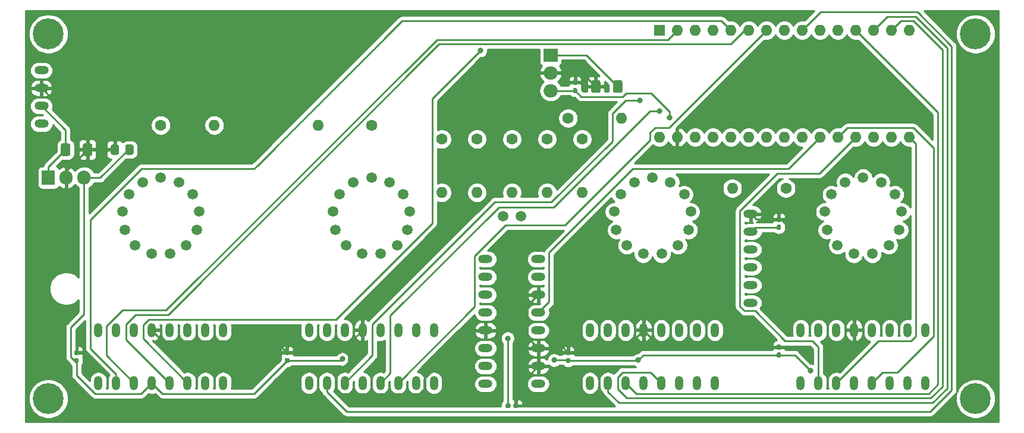
<source format=gbl>
G04 #@! TF.GenerationSoftware,KiCad,Pcbnew,(5.1.12)-1*
G04 #@! TF.CreationDate,2022-01-06T15:45:00-05:00*
G04 #@! TF.ProjectId,Nixie_Clock,4e697869-655f-4436-9c6f-636b2e6b6963,1.1*
G04 #@! TF.SameCoordinates,Original*
G04 #@! TF.FileFunction,Copper,L2,Bot*
G04 #@! TF.FilePolarity,Positive*
%FSLAX46Y46*%
G04 Gerber Fmt 4.6, Leading zero omitted, Abs format (unit mm)*
G04 Created by KiCad (PCBNEW (5.1.12)-1) date 2022-01-06 15:45:00*
%MOMM*%
%LPD*%
G01*
G04 APERTURE LIST*
G04 #@! TA.AperFunction,ComponentPad*
%ADD10C,4.400000*%
G04 #@! TD*
G04 #@! TA.AperFunction,ComponentPad*
%ADD11R,1.905000X2.000000*%
G04 #@! TD*
G04 #@! TA.AperFunction,ComponentPad*
%ADD12O,1.905000X2.000000*%
G04 #@! TD*
G04 #@! TA.AperFunction,ComponentPad*
%ADD13O,2.000000X1.200000*%
G04 #@! TD*
G04 #@! TA.AperFunction,ComponentPad*
%ADD14O,1.200000X2.000000*%
G04 #@! TD*
G04 #@! TA.AperFunction,ComponentPad*
%ADD15O,1.600000X1.600000*%
G04 #@! TD*
G04 #@! TA.AperFunction,ComponentPad*
%ADD16C,1.600000*%
G04 #@! TD*
G04 #@! TA.AperFunction,ComponentPad*
%ADD17R,1.600000X1.600000*%
G04 #@! TD*
G04 #@! TA.AperFunction,ComponentPad*
%ADD18C,1.500000*%
G04 #@! TD*
G04 #@! TA.AperFunction,ComponentPad*
%ADD19R,2.000000X1.905000*%
G04 #@! TD*
G04 #@! TA.AperFunction,ComponentPad*
%ADD20O,2.000000X1.905000*%
G04 #@! TD*
G04 #@! TA.AperFunction,ViaPad*
%ADD21C,0.800000*%
G04 #@! TD*
G04 #@! TA.AperFunction,Conductor*
%ADD22C,0.250000*%
G04 #@! TD*
G04 #@! TA.AperFunction,Conductor*
%ADD23C,0.254000*%
G04 #@! TD*
G04 #@! TA.AperFunction,Conductor*
%ADD24C,0.100000*%
G04 #@! TD*
G04 APERTURE END LIST*
D10*
X232000000Y-75500000D03*
X232000000Y-127500000D03*
X100000000Y-127500000D03*
X100000000Y-75500000D03*
D11*
X100000000Y-96000000D03*
D12*
X102540000Y-96000000D03*
X105080000Y-96000000D03*
G04 #@! TA.AperFunction,SMDPad,CuDef*
G36*
G01*
X112125000Y-91525000D02*
X112125000Y-92475000D01*
G75*
G02*
X111875000Y-92725000I-250000J0D01*
G01*
X111200000Y-92725000D01*
G75*
G02*
X110950000Y-92475000I0J250000D01*
G01*
X110950000Y-91525000D01*
G75*
G02*
X111200000Y-91275000I250000J0D01*
G01*
X111875000Y-91275000D01*
G75*
G02*
X112125000Y-91525000I0J-250000D01*
G01*
G37*
G04 #@! TD.AperFunction*
G04 #@! TA.AperFunction,SMDPad,CuDef*
G36*
G01*
X110050000Y-91525000D02*
X110050000Y-92475000D01*
G75*
G02*
X109800000Y-92725000I-250000J0D01*
G01*
X109125000Y-92725000D01*
G75*
G02*
X108875000Y-92475000I0J250000D01*
G01*
X108875000Y-91525000D01*
G75*
G02*
X109125000Y-91275000I250000J0D01*
G01*
X109800000Y-91275000D01*
G75*
G02*
X110050000Y-91525000I0J-250000D01*
G01*
G37*
G04 #@! TD.AperFunction*
G04 #@! TA.AperFunction,SMDPad,CuDef*
G36*
G01*
X103100000Y-91349997D02*
X103100000Y-92650003D01*
G75*
G02*
X102850003Y-92900000I-249997J0D01*
G01*
X102024997Y-92900000D01*
G75*
G02*
X101775000Y-92650003I0J249997D01*
G01*
X101775000Y-91349997D01*
G75*
G02*
X102024997Y-91100000I249997J0D01*
G01*
X102850003Y-91100000D01*
G75*
G02*
X103100000Y-91349997I0J-249997D01*
G01*
G37*
G04 #@! TD.AperFunction*
G04 #@! TA.AperFunction,SMDPad,CuDef*
G36*
G01*
X106225000Y-91349997D02*
X106225000Y-92650003D01*
G75*
G02*
X105975003Y-92900000I-249997J0D01*
G01*
X105149997Y-92900000D01*
G75*
G02*
X104900000Y-92650003I0J249997D01*
G01*
X104900000Y-91349997D01*
G75*
G02*
X105149997Y-91100000I249997J0D01*
G01*
X105975003Y-91100000D01*
G75*
G02*
X106225000Y-91349997I0J-249997D01*
G01*
G37*
G04 #@! TD.AperFunction*
D13*
X99000000Y-88310000D03*
X99000000Y-85770000D03*
X99000000Y-83230000D03*
X99000000Y-80690000D03*
D14*
X224890000Y-117740000D03*
X224890000Y-125260000D03*
X222350000Y-117740000D03*
X222350000Y-125260000D03*
X219810000Y-117740000D03*
X219810000Y-125260000D03*
X217270000Y-117740000D03*
X217270000Y-125260000D03*
X214730000Y-117740000D03*
X214730000Y-125260000D03*
X212190000Y-117740000D03*
X212190000Y-125260000D03*
X209650000Y-117740000D03*
X209650000Y-125260000D03*
X207110000Y-117740000D03*
X207110000Y-125260000D03*
D15*
X138380000Y-88500000D03*
D16*
X146000000Y-88500000D03*
D17*
X187000000Y-74985000D03*
D15*
X220020000Y-90225000D03*
X189540000Y-74985000D03*
X217480000Y-90225000D03*
X192080000Y-74985000D03*
X214940000Y-90225000D03*
X194620000Y-74985000D03*
X212400000Y-90225000D03*
X197160000Y-74985000D03*
X209860000Y-90225000D03*
X199700000Y-74985000D03*
X207320000Y-90225000D03*
X202240000Y-74985000D03*
X204780000Y-90225000D03*
X204780000Y-74985000D03*
X202240000Y-90225000D03*
X207320000Y-74985000D03*
X199700000Y-90225000D03*
X209860000Y-74985000D03*
X197160000Y-90225000D03*
X212400000Y-74985000D03*
X194620000Y-90225000D03*
X214940000Y-74985000D03*
X192080000Y-90225000D03*
X217480000Y-74985000D03*
X189540000Y-90225000D03*
X220020000Y-74985000D03*
X187000000Y-90225000D03*
X222560000Y-74985000D03*
X222560000Y-90225000D03*
G04 #@! TA.AperFunction,SMDPad,CuDef*
G36*
G01*
X103845000Y-120565000D02*
X104155000Y-120565000D01*
G75*
G02*
X104310000Y-120720000I0J-155000D01*
G01*
X104310000Y-121145000D01*
G75*
G02*
X104155000Y-121300000I-155000J0D01*
G01*
X103845000Y-121300000D01*
G75*
G02*
X103690000Y-121145000I0J155000D01*
G01*
X103690000Y-120720000D01*
G75*
G02*
X103845000Y-120565000I155000J0D01*
G01*
G37*
G04 #@! TD.AperFunction*
G04 #@! TA.AperFunction,SMDPad,CuDef*
G36*
G01*
X103845000Y-121700000D02*
X104155000Y-121700000D01*
G75*
G02*
X104310000Y-121855000I0J-155000D01*
G01*
X104310000Y-122280000D01*
G75*
G02*
X104155000Y-122435000I-155000J0D01*
G01*
X103845000Y-122435000D01*
G75*
G02*
X103690000Y-122280000I0J155000D01*
G01*
X103690000Y-121855000D01*
G75*
G02*
X103845000Y-121700000I155000J0D01*
G01*
G37*
G04 #@! TD.AperFunction*
G04 #@! TA.AperFunction,SMDPad,CuDef*
G36*
G01*
X133845000Y-121700000D02*
X134155000Y-121700000D01*
G75*
G02*
X134310000Y-121855000I0J-155000D01*
G01*
X134310000Y-122280000D01*
G75*
G02*
X134155000Y-122435000I-155000J0D01*
G01*
X133845000Y-122435000D01*
G75*
G02*
X133690000Y-122280000I0J155000D01*
G01*
X133690000Y-121855000D01*
G75*
G02*
X133845000Y-121700000I155000J0D01*
G01*
G37*
G04 #@! TD.AperFunction*
G04 #@! TA.AperFunction,SMDPad,CuDef*
G36*
G01*
X133845000Y-120565000D02*
X134155000Y-120565000D01*
G75*
G02*
X134310000Y-120720000I0J-155000D01*
G01*
X134310000Y-121145000D01*
G75*
G02*
X134155000Y-121300000I-155000J0D01*
G01*
X133845000Y-121300000D01*
G75*
G02*
X133690000Y-121145000I0J155000D01*
G01*
X133690000Y-120720000D01*
G75*
G02*
X133845000Y-120565000I155000J0D01*
G01*
G37*
G04 #@! TD.AperFunction*
G04 #@! TA.AperFunction,SMDPad,CuDef*
G36*
G01*
X166935000Y-128345000D02*
X166935000Y-128655000D01*
G75*
G02*
X166780000Y-128810000I-155000J0D01*
G01*
X166355000Y-128810000D01*
G75*
G02*
X166200000Y-128655000I0J155000D01*
G01*
X166200000Y-128345000D01*
G75*
G02*
X166355000Y-128190000I155000J0D01*
G01*
X166780000Y-128190000D01*
G75*
G02*
X166935000Y-128345000I0J-155000D01*
G01*
G37*
G04 #@! TD.AperFunction*
G04 #@! TA.AperFunction,SMDPad,CuDef*
G36*
G01*
X165800000Y-128345000D02*
X165800000Y-128655000D01*
G75*
G02*
X165645000Y-128810000I-155000J0D01*
G01*
X165220000Y-128810000D01*
G75*
G02*
X165065000Y-128655000I0J155000D01*
G01*
X165065000Y-128345000D01*
G75*
G02*
X165220000Y-128190000I155000J0D01*
G01*
X165645000Y-128190000D01*
G75*
G02*
X165800000Y-128345000I0J-155000D01*
G01*
G37*
G04 #@! TD.AperFunction*
G04 #@! TA.AperFunction,SMDPad,CuDef*
G36*
G01*
X175155000Y-83935000D02*
X174845000Y-83935000D01*
G75*
G02*
X174690000Y-83780000I0J155000D01*
G01*
X174690000Y-83355000D01*
G75*
G02*
X174845000Y-83200000I155000J0D01*
G01*
X175155000Y-83200000D01*
G75*
G02*
X175310000Y-83355000I0J-155000D01*
G01*
X175310000Y-83780000D01*
G75*
G02*
X175155000Y-83935000I-155000J0D01*
G01*
G37*
G04 #@! TD.AperFunction*
G04 #@! TA.AperFunction,SMDPad,CuDef*
G36*
G01*
X175155000Y-82800000D02*
X174845000Y-82800000D01*
G75*
G02*
X174690000Y-82645000I0J155000D01*
G01*
X174690000Y-82220000D01*
G75*
G02*
X174845000Y-82065000I155000J0D01*
G01*
X175155000Y-82065000D01*
G75*
G02*
X175310000Y-82220000I0J-155000D01*
G01*
X175310000Y-82645000D01*
G75*
G02*
X175155000Y-82800000I-155000J0D01*
G01*
G37*
G04 #@! TD.AperFunction*
G04 #@! TA.AperFunction,SMDPad,CuDef*
G36*
G01*
X177275000Y-83650003D02*
X177275000Y-82349997D01*
G75*
G02*
X177524997Y-82100000I249997J0D01*
G01*
X178350003Y-82100000D01*
G75*
G02*
X178600000Y-82349997I0J-249997D01*
G01*
X178600000Y-83650003D01*
G75*
G02*
X178350003Y-83900000I-249997J0D01*
G01*
X177524997Y-83900000D01*
G75*
G02*
X177275000Y-83650003I0J249997D01*
G01*
G37*
G04 #@! TD.AperFunction*
G04 #@! TA.AperFunction,SMDPad,CuDef*
G36*
G01*
X180400000Y-83650003D02*
X180400000Y-82349997D01*
G75*
G02*
X180649997Y-82100000I249997J0D01*
G01*
X181475003Y-82100000D01*
G75*
G02*
X181725000Y-82349997I0J-249997D01*
G01*
X181725000Y-83650003D01*
G75*
G02*
X181475003Y-83900000I-249997J0D01*
G01*
X180649997Y-83900000D01*
G75*
G02*
X180400000Y-83650003I0J249997D01*
G01*
G37*
G04 #@! TD.AperFunction*
G04 #@! TA.AperFunction,SMDPad,CuDef*
G36*
G01*
X173845000Y-120565000D02*
X174155000Y-120565000D01*
G75*
G02*
X174310000Y-120720000I0J-155000D01*
G01*
X174310000Y-121145000D01*
G75*
G02*
X174155000Y-121300000I-155000J0D01*
G01*
X173845000Y-121300000D01*
G75*
G02*
X173690000Y-121145000I0J155000D01*
G01*
X173690000Y-120720000D01*
G75*
G02*
X173845000Y-120565000I155000J0D01*
G01*
G37*
G04 #@! TD.AperFunction*
G04 #@! TA.AperFunction,SMDPad,CuDef*
G36*
G01*
X173845000Y-121700000D02*
X174155000Y-121700000D01*
G75*
G02*
X174310000Y-121855000I0J-155000D01*
G01*
X174310000Y-122280000D01*
G75*
G02*
X174155000Y-122435000I-155000J0D01*
G01*
X173845000Y-122435000D01*
G75*
G02*
X173690000Y-122280000I0J155000D01*
G01*
X173690000Y-121855000D01*
G75*
G02*
X173845000Y-121700000I155000J0D01*
G01*
G37*
G04 #@! TD.AperFunction*
G04 #@! TA.AperFunction,SMDPad,CuDef*
G36*
G01*
X203845000Y-120905000D02*
X204155000Y-120905000D01*
G75*
G02*
X204310000Y-121060000I0J-155000D01*
G01*
X204310000Y-121485000D01*
G75*
G02*
X204155000Y-121640000I-155000J0D01*
G01*
X203845000Y-121640000D01*
G75*
G02*
X203690000Y-121485000I0J155000D01*
G01*
X203690000Y-121060000D01*
G75*
G02*
X203845000Y-120905000I155000J0D01*
G01*
G37*
G04 #@! TD.AperFunction*
G04 #@! TA.AperFunction,SMDPad,CuDef*
G36*
G01*
X203845000Y-119770000D02*
X204155000Y-119770000D01*
G75*
G02*
X204310000Y-119925000I0J-155000D01*
G01*
X204310000Y-120350000D01*
G75*
G02*
X204155000Y-120505000I-155000J0D01*
G01*
X203845000Y-120505000D01*
G75*
G02*
X203690000Y-120350000I0J155000D01*
G01*
X203690000Y-119925000D01*
G75*
G02*
X203845000Y-119770000I155000J0D01*
G01*
G37*
G04 #@! TD.AperFunction*
G04 #@! TA.AperFunction,SMDPad,CuDef*
G36*
G01*
X204155000Y-102300000D02*
X203845000Y-102300000D01*
G75*
G02*
X203690000Y-102145000I0J155000D01*
G01*
X203690000Y-101720000D01*
G75*
G02*
X203845000Y-101565000I155000J0D01*
G01*
X204155000Y-101565000D01*
G75*
G02*
X204310000Y-101720000I0J-155000D01*
G01*
X204310000Y-102145000D01*
G75*
G02*
X204155000Y-102300000I-155000J0D01*
G01*
G37*
G04 #@! TD.AperFunction*
G04 #@! TA.AperFunction,SMDPad,CuDef*
G36*
G01*
X204155000Y-103435000D02*
X203845000Y-103435000D01*
G75*
G02*
X203690000Y-103280000I0J155000D01*
G01*
X203690000Y-102855000D01*
G75*
G02*
X203845000Y-102700000I155000J0D01*
G01*
X204155000Y-102700000D01*
G75*
G02*
X204310000Y-102855000I0J-155000D01*
G01*
X204310000Y-103280000D01*
G75*
G02*
X204155000Y-103435000I-155000J0D01*
G01*
G37*
G04 #@! TD.AperFunction*
D16*
X116000000Y-88500000D03*
D15*
X123620000Y-88500000D03*
D16*
X176000000Y-90500000D03*
D15*
X176000000Y-98120000D03*
D16*
X171000000Y-90500000D03*
D15*
X171000000Y-98120000D03*
X166000000Y-98120000D03*
D16*
X166000000Y-90500000D03*
D15*
X161000000Y-98120000D03*
D16*
X161000000Y-90500000D03*
X156000000Y-90500000D03*
D15*
X156000000Y-98120000D03*
D16*
X174000000Y-87500000D03*
D15*
X181620000Y-87500000D03*
X197380000Y-97500000D03*
D16*
X205000000Y-97500000D03*
D14*
X124890000Y-117740000D03*
X124890000Y-125260000D03*
X122350000Y-117740000D03*
X122350000Y-125260000D03*
X119810000Y-117740000D03*
X119810000Y-125260000D03*
X117270000Y-117740000D03*
X117270000Y-125260000D03*
X114730000Y-117740000D03*
X114730000Y-125260000D03*
X112190000Y-117740000D03*
X112190000Y-125260000D03*
X109650000Y-117740000D03*
X109650000Y-125260000D03*
X107110000Y-117740000D03*
X107110000Y-125260000D03*
D18*
X116000000Y-96000000D03*
X118555977Y-96629992D03*
X120526411Y-98375644D03*
X121459899Y-100837048D03*
X121142589Y-103450327D03*
X119647175Y-105616809D03*
X117316236Y-106840180D03*
X114683764Y-106840180D03*
X112352825Y-105616809D03*
X110857411Y-103450327D03*
X110540101Y-100837048D03*
X111473887Y-98375644D03*
X113444023Y-96629992D03*
D14*
X137110000Y-125260000D03*
X137110000Y-117740000D03*
X139650000Y-125260000D03*
X139650000Y-117740000D03*
X142190000Y-125260000D03*
X142190000Y-117740000D03*
X144730000Y-125260000D03*
X144730000Y-117740000D03*
X147270000Y-125260000D03*
X147270000Y-117740000D03*
X149810000Y-125260000D03*
X149810000Y-117740000D03*
X152350000Y-125260000D03*
X152350000Y-117740000D03*
X154890000Y-125260000D03*
X154890000Y-117740000D03*
D18*
X143444023Y-96629992D03*
X141473887Y-98375644D03*
X140540101Y-100837048D03*
X140857411Y-103450327D03*
X142352825Y-105616809D03*
X144683764Y-106840180D03*
X147316236Y-106840180D03*
X149647175Y-105616809D03*
X151142589Y-103450327D03*
X151459899Y-100837048D03*
X150526411Y-98375644D03*
X148555977Y-96629992D03*
X146000000Y-96000000D03*
D13*
X169760000Y-125390000D03*
X162240000Y-125390000D03*
X169760000Y-122850000D03*
X162240000Y-122850000D03*
X169760000Y-120310000D03*
X162240000Y-120310000D03*
X169760000Y-117770000D03*
X162240000Y-117770000D03*
X169760000Y-115230000D03*
X162240000Y-115230000D03*
X169760000Y-112690000D03*
X162240000Y-112690000D03*
X169760000Y-110150000D03*
X162240000Y-110150000D03*
X169760000Y-107610000D03*
X162240000Y-107610000D03*
D18*
X164730000Y-101500000D03*
X167270000Y-101500000D03*
D14*
X194890000Y-117740000D03*
X194890000Y-125260000D03*
X192350000Y-117740000D03*
X192350000Y-125260000D03*
X189810000Y-117740000D03*
X189810000Y-125260000D03*
X187270000Y-117740000D03*
X187270000Y-125260000D03*
X184730000Y-117740000D03*
X184730000Y-125260000D03*
X182190000Y-117740000D03*
X182190000Y-125260000D03*
X179650000Y-117740000D03*
X179650000Y-125260000D03*
X177110000Y-117740000D03*
X177110000Y-125260000D03*
D18*
X186000000Y-96000000D03*
X188555977Y-96629992D03*
X190526411Y-98375644D03*
X191459899Y-100837048D03*
X191142589Y-103450327D03*
X189647175Y-105616809D03*
X187316236Y-106840180D03*
X184683764Y-106840180D03*
X182352825Y-105616809D03*
X180857411Y-103450327D03*
X180540101Y-100837048D03*
X181473887Y-98375644D03*
X183444023Y-96629992D03*
X213444023Y-96629992D03*
X211473887Y-98375644D03*
X210540101Y-100837048D03*
X210857411Y-103450327D03*
X212352825Y-105616809D03*
X214683764Y-106840180D03*
X217316236Y-106840180D03*
X219647175Y-105616809D03*
X221142589Y-103450327D03*
X221459899Y-100837048D03*
X220526411Y-98375644D03*
X218555977Y-96629992D03*
X216000000Y-96000000D03*
D13*
X200000000Y-113850000D03*
X200000000Y-111310000D03*
X200000000Y-108770000D03*
X200000000Y-106230000D03*
X200000000Y-103690000D03*
X200000000Y-101150000D03*
D19*
X171500000Y-78500000D03*
D20*
X171500000Y-81040000D03*
X171500000Y-83580000D03*
D21*
X161500000Y-77885011D03*
X184200000Y-85000000D03*
X187000000Y-86500000D03*
X107000000Y-123000000D03*
X208613700Y-120613700D03*
X184000000Y-122000000D03*
X208500000Y-123500000D03*
X165395010Y-118895010D03*
X172000000Y-122000000D03*
X141839074Y-121839074D03*
X188458426Y-87458426D03*
D22*
X114264006Y-116214990D02*
X113500000Y-116978996D01*
X113500000Y-116978996D02*
X113500000Y-118950000D01*
X140935996Y-116214990D02*
X114264006Y-116214990D01*
X154674999Y-102475987D02*
X140935996Y-116214990D01*
X154674999Y-84710012D02*
X154674999Y-102475987D01*
X113500000Y-118950000D02*
X119810000Y-125260000D01*
X161500000Y-77885011D02*
X154674999Y-84710012D01*
X188214999Y-76310001D02*
X189540000Y-74985000D01*
X155309745Y-76310001D02*
X188214999Y-76310001D01*
X116769756Y-114849990D02*
X155309745Y-76310001D01*
X110549006Y-114849990D02*
X116769756Y-114849990D01*
X108235010Y-117163986D02*
X110549006Y-114849990D01*
X108235010Y-121305010D02*
X108235010Y-117163986D01*
X112190000Y-125260000D02*
X108235010Y-121305010D01*
X203783987Y-95375009D02*
X209789991Y-95375009D01*
X209789991Y-95375009D02*
X214940000Y-90225000D01*
X198474990Y-114315994D02*
X198474990Y-100684006D01*
X200615010Y-114975010D02*
X199134006Y-114975010D01*
X198474990Y-100684006D02*
X203783987Y-95375009D01*
X199134006Y-114975010D02*
X198474990Y-114315994D01*
X209650000Y-125260000D02*
X209650000Y-120150000D01*
X208765010Y-119265010D02*
X204905010Y-119265010D01*
X204905010Y-119265010D02*
X200615010Y-114975010D01*
X209650000Y-120150000D02*
X208765010Y-119265010D01*
X213725001Y-88899999D02*
X212400000Y-90225000D01*
X223196001Y-88899999D02*
X213725001Y-88899999D01*
X226015010Y-118605994D02*
X226015010Y-91719008D01*
X220886014Y-123734990D02*
X226015010Y-118605994D01*
X218795010Y-123734990D02*
X220886014Y-123734990D01*
X226015010Y-91719008D02*
X223196001Y-88899999D01*
X217270000Y-125260000D02*
X218795010Y-123734990D01*
X105984990Y-101977539D02*
X105984990Y-120344990D01*
X109650000Y-124010000D02*
X109650000Y-125260000D01*
X105984990Y-120344990D02*
X109650000Y-124010000D01*
X195834999Y-73659999D02*
X150339747Y-73659999D01*
X197160000Y-74985000D02*
X195834999Y-73659999D01*
X129274747Y-94724999D02*
X129749873Y-94249873D01*
X113237530Y-94724999D02*
X129274747Y-94724999D01*
X105984990Y-101977539D02*
X113237530Y-94724999D01*
X129749873Y-94249873D02*
X129500000Y-94499746D01*
X150339747Y-73659999D02*
X129749873Y-94249873D01*
X171285010Y-113704990D02*
X169760000Y-115230000D01*
X171285010Y-106677519D02*
X171285010Y-113704990D01*
X183237530Y-94724999D02*
X171285010Y-106677519D01*
X205360001Y-94724999D02*
X183237530Y-94724999D01*
X209860000Y-90225000D02*
X205360001Y-94724999D01*
X199359746Y-74985000D02*
X199700000Y-74985000D01*
X197145991Y-76960011D02*
X199121002Y-74985000D01*
X155578987Y-76960011D02*
X197145991Y-76960011D01*
X199121002Y-74985000D02*
X199700000Y-74985000D01*
X117038998Y-115500000D02*
X155578987Y-76960011D01*
X112438996Y-115500000D02*
X117038998Y-115500000D01*
X111064990Y-116874006D02*
X112438996Y-115500000D01*
X111064990Y-119054990D02*
X111064990Y-116874006D01*
X117270000Y-125260000D02*
X111064990Y-119054990D01*
X185674999Y-90625001D02*
X185674999Y-89588999D01*
X173524999Y-102775001D02*
X185674999Y-90625001D01*
X165083995Y-102775001D02*
X173524999Y-102775001D01*
X160714990Y-107144006D02*
X165083995Y-102775001D01*
X160714990Y-114355010D02*
X160714990Y-107144006D01*
X149810000Y-125260000D02*
X160714990Y-114355010D01*
X202240000Y-74985000D02*
X188343001Y-88881999D01*
X188343001Y-88881999D02*
X186381999Y-88881999D01*
X185674999Y-89588999D02*
X186381999Y-88881999D01*
X180294999Y-86863999D02*
X182158998Y-85000000D01*
X180294999Y-90786003D02*
X180294999Y-86863999D01*
X171636001Y-99445001D02*
X180294999Y-90786003D01*
X163573995Y-99445001D02*
X171636001Y-99445001D01*
X146144990Y-116874006D02*
X163573995Y-99445001D01*
X182158998Y-85000000D02*
X184200000Y-85000000D01*
X146144990Y-121305010D02*
X146144990Y-116874006D01*
X142190000Y-125260000D02*
X146144990Y-121305010D01*
X228615048Y-77240542D02*
X223734485Y-72359979D01*
X228615048Y-126283712D02*
X228615048Y-77240542D01*
X209945021Y-72359979D02*
X207320000Y-74985000D01*
X223734485Y-72359979D02*
X209945021Y-72359979D01*
X225563750Y-129335010D02*
X228615048Y-126283712D01*
X142475010Y-129335010D02*
X225563750Y-129335010D01*
X139650000Y-126510000D02*
X142475010Y-129335010D01*
X139650000Y-125260000D02*
X139650000Y-126510000D01*
X185658998Y-86500000D02*
X187000000Y-86500000D01*
X171933999Y-100224999D02*
X185658998Y-86500000D01*
X164117999Y-100224999D02*
X171933999Y-100224999D01*
X148684990Y-115658008D02*
X164117999Y-100224999D01*
X148684990Y-123845010D02*
X148684990Y-115658008D01*
X147270000Y-125260000D02*
X148684990Y-123845010D01*
X200622500Y-103067500D02*
X200000000Y-103690000D01*
X204000000Y-103067500D02*
X200622500Y-103067500D01*
X226665018Y-86710018D02*
X214940000Y-74985000D01*
X226665018Y-125475986D02*
X226665018Y-86710018D01*
X225355994Y-126785010D02*
X226665018Y-125475986D01*
X183715010Y-126785010D02*
X225355994Y-126785010D01*
X182190000Y-125260000D02*
X183715010Y-126785010D01*
X219455011Y-73009989D02*
X217480000Y-74985000D01*
X223465243Y-73009989D02*
X219455011Y-73009989D01*
X227965038Y-126014470D02*
X227965038Y-77509784D01*
X227965038Y-77509784D02*
X223465243Y-73009989D01*
X225894478Y-128085030D02*
X227965038Y-126014470D01*
X181225030Y-128085030D02*
X225894478Y-128085030D01*
X179650000Y-126510000D02*
X181225030Y-128085030D01*
X179650000Y-125260000D02*
X179650000Y-126510000D01*
X221345001Y-73659999D02*
X220020000Y-74985000D01*
X227315028Y-125745228D02*
X227315028Y-77779026D01*
X227315028Y-77779026D02*
X223196001Y-73659999D01*
X182374016Y-127435020D02*
X225625236Y-127435020D01*
X223196001Y-73659999D02*
X221345001Y-73659999D01*
X181064990Y-126125994D02*
X182374016Y-127435020D01*
X181724006Y-123734990D02*
X181064990Y-124394006D01*
X181064990Y-124394006D02*
X181064990Y-126125994D01*
X185744990Y-123734990D02*
X181724006Y-123734990D01*
X225625236Y-127435020D02*
X227315028Y-125745228D01*
X187270000Y-125260000D02*
X185744990Y-123734990D01*
X176562500Y-78500000D02*
X181062500Y-83000000D01*
X171500000Y-78500000D02*
X176562500Y-78500000D01*
X223475010Y-91140010D02*
X222560000Y-90225000D01*
X223475010Y-118605994D02*
X223475010Y-91140010D01*
X222815994Y-119265010D02*
X223475010Y-118605994D01*
X218184990Y-119265010D02*
X222815994Y-119265010D01*
X212190000Y-125260000D02*
X218184990Y-119265010D01*
X200782500Y-101932500D02*
X200000000Y-101150000D01*
X204000000Y-101932500D02*
X200782500Y-101932500D01*
X168234990Y-118784990D02*
X169760000Y-120310000D01*
X169760000Y-112690000D02*
X168234990Y-114215010D01*
X169760000Y-122850000D02*
X169760000Y-120310000D01*
X168199980Y-117770000D02*
X168234990Y-117734990D01*
X162240000Y-117770000D02*
X168199980Y-117770000D01*
X168234990Y-117734990D02*
X168234990Y-118784990D01*
X168234990Y-114215010D02*
X168234990Y-117734990D01*
X104932500Y-120932500D02*
X107000000Y-123000000D01*
X104000000Y-120932500D02*
X104932500Y-120932500D01*
X132332510Y-119265010D02*
X134000000Y-120932500D01*
X116255010Y-119265010D02*
X132332510Y-119265010D01*
X114730000Y-117740000D02*
X116255010Y-119265010D01*
X134000000Y-120932500D02*
X141537500Y-120932500D01*
X173377500Y-120310000D02*
X174000000Y-120932500D01*
X169760000Y-120310000D02*
X173377500Y-120310000D01*
X181537500Y-120932500D02*
X184730000Y-117740000D01*
X174000000Y-120932500D02*
X181537500Y-120932500D01*
X187127500Y-120137500D02*
X204000000Y-120137500D01*
X184730000Y-117740000D02*
X187127500Y-120137500D01*
X208137500Y-120137500D02*
X208613700Y-120613700D01*
X204000000Y-120137500D02*
X208137500Y-120137500D01*
X204310000Y-101932500D02*
X204000000Y-101932500D01*
X214730000Y-112352500D02*
X204310000Y-101932500D01*
X214730000Y-117740000D02*
X214730000Y-112352500D01*
X166567500Y-126042500D02*
X169760000Y-122850000D01*
X166567500Y-128500000D02*
X166567500Y-126042500D01*
X142764075Y-122283075D02*
X142764075Y-121264075D01*
X141064990Y-123982160D02*
X142764075Y-122283075D01*
X141724006Y-126785010D02*
X141064990Y-126125994D01*
X152815994Y-126785010D02*
X141724006Y-126785010D01*
X153475010Y-126125994D02*
X152815994Y-126785010D01*
X142764075Y-121264075D02*
X141985000Y-120485000D01*
X160388996Y-117770000D02*
X153475010Y-124683986D01*
X141064990Y-126125994D02*
X141064990Y-123982160D01*
X162240000Y-117770000D02*
X160388996Y-117770000D01*
X141985000Y-120485000D02*
X144730000Y-117740000D01*
X153475010Y-124683986D02*
X153475010Y-126125994D01*
X141537500Y-120932500D02*
X141985000Y-120485000D01*
X175977500Y-81040000D02*
X177937500Y-83000000D01*
X102540000Y-95022500D02*
X105562500Y-92000000D01*
X102540000Y-96000000D02*
X102540000Y-95022500D01*
X105562500Y-92000000D02*
X109462500Y-92000000D01*
X175000000Y-82432500D02*
X175000000Y-81080000D01*
X175000000Y-81080000D02*
X174960000Y-81040000D01*
X174960000Y-81040000D02*
X175977500Y-81040000D01*
X171500000Y-81040000D02*
X174960000Y-81040000D01*
X105562500Y-89792500D02*
X105562500Y-92000000D01*
X99000000Y-83230000D02*
X105562500Y-89792500D01*
X129282490Y-126785010D02*
X134000000Y-122067500D01*
X116255010Y-126785010D02*
X129282490Y-126785010D01*
X114730000Y-125260000D02*
X116255010Y-126785010D01*
X183932500Y-122067500D02*
X184000000Y-122000000D01*
X174000000Y-122067500D02*
X183932500Y-122067500D01*
X184727500Y-121272500D02*
X184000000Y-122000000D01*
X204000000Y-121272500D02*
X184727500Y-121272500D01*
X206272500Y-121272500D02*
X208500000Y-123500000D01*
X204000000Y-121272500D02*
X206272500Y-121272500D01*
X165432500Y-118932500D02*
X165395010Y-118895010D01*
X165432500Y-128500000D02*
X165432500Y-118932500D01*
X173932500Y-122000000D02*
X174000000Y-122067500D01*
X172000000Y-122000000D02*
X173932500Y-122000000D01*
X141610648Y-122067500D02*
X141839074Y-121839074D01*
X134000000Y-122067500D02*
X141610648Y-122067500D01*
X104000000Y-124141004D02*
X104000000Y-122067500D01*
X106644006Y-126785010D02*
X104000000Y-124141004D01*
X113204990Y-126785010D02*
X106644006Y-126785010D01*
X114730000Y-125260000D02*
X113204990Y-126785010D01*
X105080000Y-115420000D02*
X105080000Y-96000000D01*
X103164990Y-117335010D02*
X105080000Y-115420000D01*
X103164990Y-121542490D02*
X103164990Y-117335010D01*
X103690000Y-122067500D02*
X103164990Y-121542490D01*
X104000000Y-122067500D02*
X103690000Y-122067500D01*
X111371032Y-92000000D02*
X111537500Y-92000000D01*
X107371032Y-96000000D02*
X111371032Y-92000000D01*
X105080000Y-96000000D02*
X107371032Y-96000000D01*
X174987500Y-83580000D02*
X175000000Y-83567500D01*
X171500000Y-83580000D02*
X174987500Y-83580000D01*
X185840026Y-83971024D02*
X188458426Y-86589424D01*
X182250010Y-83971024D02*
X185840026Y-83971024D01*
X181796024Y-84425010D02*
X182250010Y-83971024D01*
X175857510Y-84425010D02*
X181796024Y-84425010D01*
X188458426Y-86589424D02*
X188458426Y-87458426D01*
X175000000Y-83567500D02*
X175857510Y-84425010D01*
X100000000Y-94437500D02*
X102437500Y-92000000D01*
X100000000Y-96000000D02*
X100000000Y-94437500D01*
X102437500Y-89207500D02*
X102437500Y-92000000D01*
X99000000Y-85770000D02*
X102437500Y-89207500D01*
D23*
X207643886Y-73586312D02*
X207461335Y-73550000D01*
X207178665Y-73550000D01*
X206901426Y-73605147D01*
X206640273Y-73713320D01*
X206405241Y-73870363D01*
X206205363Y-74070241D01*
X206050000Y-74302759D01*
X205894637Y-74070241D01*
X205694759Y-73870363D01*
X205459727Y-73713320D01*
X205198574Y-73605147D01*
X204921335Y-73550000D01*
X204638665Y-73550000D01*
X204361426Y-73605147D01*
X204100273Y-73713320D01*
X203865241Y-73870363D01*
X203665363Y-74070241D01*
X203510000Y-74302759D01*
X203354637Y-74070241D01*
X203154759Y-73870363D01*
X202919727Y-73713320D01*
X202658574Y-73605147D01*
X202381335Y-73550000D01*
X202098665Y-73550000D01*
X201821426Y-73605147D01*
X201560273Y-73713320D01*
X201325241Y-73870363D01*
X201125363Y-74070241D01*
X200970000Y-74302759D01*
X200814637Y-74070241D01*
X200614759Y-73870363D01*
X200379727Y-73713320D01*
X200118574Y-73605147D01*
X199841335Y-73550000D01*
X199558665Y-73550000D01*
X199281426Y-73605147D01*
X199020273Y-73713320D01*
X198785241Y-73870363D01*
X198585363Y-74070241D01*
X198430000Y-74302759D01*
X198274637Y-74070241D01*
X198074759Y-73870363D01*
X197839727Y-73713320D01*
X197578574Y-73605147D01*
X197301335Y-73550000D01*
X197018665Y-73550000D01*
X196836114Y-73586312D01*
X196398802Y-73149001D01*
X196375000Y-73119998D01*
X196259275Y-73025025D01*
X196127246Y-72954453D01*
X195983985Y-72910996D01*
X195872332Y-72899999D01*
X195872321Y-72899999D01*
X195834999Y-72896323D01*
X195797677Y-72899999D01*
X150377069Y-72899999D01*
X150339746Y-72896323D01*
X150302423Y-72899999D01*
X150302414Y-72899999D01*
X150190761Y-72910996D01*
X150047500Y-72954453D01*
X149915470Y-73025025D01*
X149831830Y-73093667D01*
X149799746Y-73119998D01*
X149775948Y-73148996D01*
X129238871Y-93686074D01*
X128959946Y-93964999D01*
X113274852Y-93964999D01*
X113237529Y-93961323D01*
X113200206Y-93964999D01*
X113200197Y-93964999D01*
X113088544Y-93975996D01*
X112945283Y-94019453D01*
X112813254Y-94090025D01*
X112813252Y-94090026D01*
X112813253Y-94090026D01*
X112726526Y-94161200D01*
X112726522Y-94161204D01*
X112697529Y-94184998D01*
X112673735Y-94213991D01*
X105840000Y-101047728D01*
X105840000Y-97441319D01*
X105966235Y-97373845D01*
X106207963Y-97175463D01*
X106406345Y-96933734D01*
X106499207Y-96760000D01*
X107333710Y-96760000D01*
X107371032Y-96763676D01*
X107408354Y-96760000D01*
X107408365Y-96760000D01*
X107520018Y-96749003D01*
X107663279Y-96705546D01*
X107795308Y-96634974D01*
X107911033Y-96540001D01*
X107934836Y-96510997D01*
X111093273Y-93352560D01*
X111200000Y-93363072D01*
X111875000Y-93363072D01*
X112048254Y-93346008D01*
X112214850Y-93295472D01*
X112368386Y-93213405D01*
X112502962Y-93102962D01*
X112613405Y-92968386D01*
X112695472Y-92814850D01*
X112746008Y-92648254D01*
X112763072Y-92475000D01*
X112763072Y-91525000D01*
X112746008Y-91351746D01*
X112695472Y-91185150D01*
X112613405Y-91031614D01*
X112502962Y-90897038D01*
X112368386Y-90786595D01*
X112214850Y-90704528D01*
X112048254Y-90653992D01*
X111875000Y-90636928D01*
X111200000Y-90636928D01*
X111026746Y-90653992D01*
X110860150Y-90704528D01*
X110706614Y-90786595D01*
X110572038Y-90897038D01*
X110566658Y-90903594D01*
X110501185Y-90823815D01*
X110404494Y-90744463D01*
X110294180Y-90685498D01*
X110174482Y-90649188D01*
X110050000Y-90636928D01*
X109748250Y-90640000D01*
X109589500Y-90798750D01*
X109589500Y-91873000D01*
X109609500Y-91873000D01*
X109609500Y-92127000D01*
X109589500Y-92127000D01*
X109589500Y-92147000D01*
X109335500Y-92147000D01*
X109335500Y-92127000D01*
X108398750Y-92127000D01*
X108240000Y-92285750D01*
X108236928Y-92725000D01*
X108249188Y-92849482D01*
X108285498Y-92969180D01*
X108344463Y-93079494D01*
X108423815Y-93176185D01*
X108520506Y-93255537D01*
X108630820Y-93314502D01*
X108750518Y-93350812D01*
X108875000Y-93363072D01*
X108933757Y-93362474D01*
X107056231Y-95240000D01*
X106499208Y-95240000D01*
X106406345Y-95066265D01*
X106207963Y-94824537D01*
X105966234Y-94626155D01*
X105690448Y-94478745D01*
X105391203Y-94387970D01*
X105080000Y-94357319D01*
X104768796Y-94387970D01*
X104469551Y-94478745D01*
X104193765Y-94626155D01*
X103952037Y-94824537D01*
X103804838Y-95003900D01*
X103649437Y-94818685D01*
X103406923Y-94624031D01*
X103131094Y-94480429D01*
X102912980Y-94409437D01*
X102667000Y-94529406D01*
X102667000Y-95873000D01*
X102687000Y-95873000D01*
X102687000Y-96127000D01*
X102667000Y-96127000D01*
X102667000Y-97470594D01*
X102912980Y-97590563D01*
X103131094Y-97519571D01*
X103406923Y-97375969D01*
X103649437Y-97181315D01*
X103804837Y-96996101D01*
X103952037Y-97175463D01*
X104193766Y-97373845D01*
X104320001Y-97441319D01*
X104320000Y-110207101D01*
X104060349Y-109947450D01*
X103669721Y-109686440D01*
X103235679Y-109506654D01*
X102774902Y-109415000D01*
X102305098Y-109415000D01*
X101844321Y-109506654D01*
X101410279Y-109686440D01*
X101019651Y-109947450D01*
X100687450Y-110279651D01*
X100426440Y-110670279D01*
X100246654Y-111104321D01*
X100155000Y-111565098D01*
X100155000Y-112034902D01*
X100246654Y-112495679D01*
X100426440Y-112929721D01*
X100687450Y-113320349D01*
X101019651Y-113652550D01*
X101410279Y-113913560D01*
X101844321Y-114093346D01*
X102305098Y-114185000D01*
X102774902Y-114185000D01*
X103235679Y-114093346D01*
X103669721Y-113913560D01*
X104060349Y-113652550D01*
X104320000Y-113392899D01*
X104320000Y-115105198D01*
X102653988Y-116771211D01*
X102624990Y-116795009D01*
X102601192Y-116824007D01*
X102601191Y-116824008D01*
X102530016Y-116910734D01*
X102459444Y-117042764D01*
X102447982Y-117080551D01*
X102415988Y-117186024D01*
X102405245Y-117295099D01*
X102401314Y-117335010D01*
X102404991Y-117372342D01*
X102404990Y-121505167D01*
X102401314Y-121542490D01*
X102404990Y-121579812D01*
X102404990Y-121579822D01*
X102415987Y-121691475D01*
X102452699Y-121812501D01*
X102459444Y-121834736D01*
X102530016Y-121966766D01*
X102547493Y-121988061D01*
X102624989Y-122082491D01*
X102653992Y-122106293D01*
X103104069Y-122556371D01*
X103112297Y-122583496D01*
X103185585Y-122720607D01*
X103240001Y-122786913D01*
X103240000Y-124103681D01*
X103236324Y-124141004D01*
X103240000Y-124178326D01*
X103240000Y-124178336D01*
X103250997Y-124289989D01*
X103275257Y-124369964D01*
X103294454Y-124433250D01*
X103365026Y-124565280D01*
X103388607Y-124594013D01*
X103459999Y-124681005D01*
X103489003Y-124704808D01*
X106080207Y-127296013D01*
X106104005Y-127325011D01*
X106133003Y-127348809D01*
X106219729Y-127419984D01*
X106351759Y-127490556D01*
X106495020Y-127534013D01*
X106606673Y-127545010D01*
X106606682Y-127545010D01*
X106644005Y-127548686D01*
X106681328Y-127545010D01*
X113167668Y-127545010D01*
X113204990Y-127548686D01*
X113242312Y-127545010D01*
X113242323Y-127545010D01*
X113353976Y-127534013D01*
X113497237Y-127490556D01*
X113629266Y-127419984D01*
X113744991Y-127325011D01*
X113768794Y-127296007D01*
X114257548Y-126807254D01*
X114487898Y-126877130D01*
X114730000Y-126900975D01*
X114972101Y-126877130D01*
X115202452Y-126807254D01*
X115691211Y-127296013D01*
X115715009Y-127325011D01*
X115830734Y-127419984D01*
X115962763Y-127490556D01*
X116106024Y-127534013D01*
X116217677Y-127545010D01*
X116217687Y-127545010D01*
X116255010Y-127548686D01*
X116292333Y-127545010D01*
X129245168Y-127545010D01*
X129282490Y-127548686D01*
X129319812Y-127545010D01*
X129319823Y-127545010D01*
X129431476Y-127534013D01*
X129574737Y-127490556D01*
X129706766Y-127419984D01*
X129822491Y-127325011D01*
X129846294Y-127296007D01*
X132342966Y-124799335D01*
X135875000Y-124799335D01*
X135875000Y-125720664D01*
X135892870Y-125902101D01*
X135963489Y-126134900D01*
X136078167Y-126349448D01*
X136232498Y-126537502D01*
X136420551Y-126691833D01*
X136635099Y-126806511D01*
X136867898Y-126877130D01*
X137110000Y-126900975D01*
X137352101Y-126877130D01*
X137584900Y-126806511D01*
X137799448Y-126691833D01*
X137987502Y-126537502D01*
X138141833Y-126349449D01*
X138256511Y-126134901D01*
X138327130Y-125902102D01*
X138345000Y-125720665D01*
X138345000Y-124799336D01*
X138327130Y-124617899D01*
X138256511Y-124385099D01*
X138141833Y-124170551D01*
X137987502Y-123982498D01*
X137799449Y-123828167D01*
X137584901Y-123713489D01*
X137352102Y-123642870D01*
X137110000Y-123619025D01*
X136867899Y-123642870D01*
X136635100Y-123713489D01*
X136420552Y-123828167D01*
X136232499Y-123982498D01*
X136078168Y-124170551D01*
X135963489Y-124385099D01*
X135892870Y-124617898D01*
X135875000Y-124799335D01*
X132342966Y-124799335D01*
X134069230Y-123073072D01*
X134155000Y-123073072D01*
X134309721Y-123057833D01*
X134458496Y-123012703D01*
X134595607Y-122939415D01*
X134715787Y-122840787D01*
X134726691Y-122827500D01*
X141520759Y-122827500D01*
X141537176Y-122834300D01*
X141737135Y-122874074D01*
X141941013Y-122874074D01*
X142140972Y-122834300D01*
X142329330Y-122756279D01*
X142498848Y-122643011D01*
X142643011Y-122498848D01*
X142756279Y-122329330D01*
X142834300Y-122140972D01*
X142874074Y-121941013D01*
X142874074Y-121737135D01*
X142834300Y-121537176D01*
X142756279Y-121348818D01*
X142643011Y-121179300D01*
X142498848Y-121035137D01*
X142329330Y-120921869D01*
X142140972Y-120843848D01*
X141941013Y-120804074D01*
X141737135Y-120804074D01*
X141537176Y-120843848D01*
X141348818Y-120921869D01*
X141179300Y-121035137D01*
X141035137Y-121179300D01*
X140949477Y-121307500D01*
X134947333Y-121307500D01*
X134948072Y-121300000D01*
X134945000Y-121218250D01*
X134786250Y-121059500D01*
X134127000Y-121059500D01*
X134127000Y-121061928D01*
X133873000Y-121061928D01*
X133873000Y-121059500D01*
X133213750Y-121059500D01*
X133055000Y-121218250D01*
X133051928Y-121300000D01*
X133064188Y-121424482D01*
X133100498Y-121544180D01*
X133109443Y-121560914D01*
X133067167Y-121700279D01*
X133051928Y-121855000D01*
X133051928Y-121940770D01*
X128967689Y-126025010D01*
X126069846Y-126025010D01*
X126107130Y-125902102D01*
X126125000Y-125720665D01*
X126125000Y-124799336D01*
X126107130Y-124617899D01*
X126036511Y-124385099D01*
X125921833Y-124170551D01*
X125767502Y-123982498D01*
X125579449Y-123828167D01*
X125364901Y-123713489D01*
X125132102Y-123642870D01*
X124890000Y-123619025D01*
X124647899Y-123642870D01*
X124415100Y-123713489D01*
X124200552Y-123828167D01*
X124012499Y-123982498D01*
X123858168Y-124170551D01*
X123743489Y-124385099D01*
X123672870Y-124617898D01*
X123655000Y-124799335D01*
X123655000Y-125720664D01*
X123672870Y-125902101D01*
X123710154Y-126025010D01*
X123529846Y-126025010D01*
X123567130Y-125902102D01*
X123585000Y-125720665D01*
X123585000Y-124799336D01*
X123567130Y-124617899D01*
X123496511Y-124385099D01*
X123381833Y-124170551D01*
X123227502Y-123982498D01*
X123039449Y-123828167D01*
X122824901Y-123713489D01*
X122592102Y-123642870D01*
X122350000Y-123619025D01*
X122107899Y-123642870D01*
X121875100Y-123713489D01*
X121660552Y-123828167D01*
X121472499Y-123982498D01*
X121318168Y-124170551D01*
X121203489Y-124385099D01*
X121132870Y-124617898D01*
X121115000Y-124799335D01*
X121115000Y-125720664D01*
X121132870Y-125902101D01*
X121170154Y-126025010D01*
X120989846Y-126025010D01*
X121027130Y-125902102D01*
X121045000Y-125720665D01*
X121045000Y-124799336D01*
X121027130Y-124617899D01*
X120956511Y-124385099D01*
X120841833Y-124170551D01*
X120687502Y-123982498D01*
X120499449Y-123828167D01*
X120284901Y-123713489D01*
X120052102Y-123642870D01*
X119810000Y-123619025D01*
X119567899Y-123642870D01*
X119337548Y-123712746D01*
X116189802Y-120565000D01*
X133051928Y-120565000D01*
X133055000Y-120646750D01*
X133213750Y-120805500D01*
X133873000Y-120805500D01*
X133873000Y-120088750D01*
X134127000Y-120088750D01*
X134127000Y-120805500D01*
X134786250Y-120805500D01*
X134945000Y-120646750D01*
X134948072Y-120565000D01*
X134935812Y-120440518D01*
X134899502Y-120320820D01*
X134840537Y-120210506D01*
X134761185Y-120113815D01*
X134664494Y-120034463D01*
X134554180Y-119975498D01*
X134434482Y-119939188D01*
X134310000Y-119926928D01*
X134285750Y-119930000D01*
X134127000Y-120088750D01*
X133873000Y-120088750D01*
X133714250Y-119930000D01*
X133690000Y-119926928D01*
X133565518Y-119939188D01*
X133445820Y-119975498D01*
X133335506Y-120034463D01*
X133238815Y-120113815D01*
X133159463Y-120210506D01*
X133100498Y-120320820D01*
X133064188Y-120440518D01*
X133051928Y-120565000D01*
X116189802Y-120565000D01*
X114857002Y-119232201D01*
X114857002Y-119208732D01*
X115047609Y-119333462D01*
X115085282Y-119329591D01*
X115310533Y-119237421D01*
X115513474Y-119103078D01*
X115686307Y-118931725D01*
X115822390Y-118729946D01*
X115916493Y-118505496D01*
X115965000Y-118267000D01*
X115965000Y-117867000D01*
X114857000Y-117867000D01*
X114857000Y-117887000D01*
X114603000Y-117887000D01*
X114603000Y-117867000D01*
X114583000Y-117867000D01*
X114583000Y-117613000D01*
X114603000Y-117613000D01*
X114603000Y-117593000D01*
X114857000Y-117593000D01*
X114857000Y-117613000D01*
X115965000Y-117613000D01*
X115965000Y-117213000D01*
X115916592Y-116974990D01*
X116090154Y-116974990D01*
X116052870Y-117097898D01*
X116035000Y-117279335D01*
X116035000Y-118200664D01*
X116052870Y-118382101D01*
X116123489Y-118614900D01*
X116238167Y-118829448D01*
X116392498Y-119017502D01*
X116580551Y-119171833D01*
X116795099Y-119286511D01*
X117027898Y-119357130D01*
X117270000Y-119380975D01*
X117512101Y-119357130D01*
X117744900Y-119286511D01*
X117959448Y-119171833D01*
X118147502Y-119017502D01*
X118301833Y-118829449D01*
X118416511Y-118614901D01*
X118487130Y-118382102D01*
X118505000Y-118200665D01*
X118505000Y-117279336D01*
X118487130Y-117097899D01*
X118449846Y-116974990D01*
X118630154Y-116974990D01*
X118592870Y-117097898D01*
X118575000Y-117279335D01*
X118575000Y-118200664D01*
X118592870Y-118382101D01*
X118663489Y-118614900D01*
X118778167Y-118829448D01*
X118932498Y-119017502D01*
X119120551Y-119171833D01*
X119335099Y-119286511D01*
X119567898Y-119357130D01*
X119810000Y-119380975D01*
X120052101Y-119357130D01*
X120284900Y-119286511D01*
X120499448Y-119171833D01*
X120687502Y-119017502D01*
X120841833Y-118829449D01*
X120956511Y-118614901D01*
X121027130Y-118382102D01*
X121045000Y-118200665D01*
X121045000Y-117279336D01*
X121027130Y-117097899D01*
X120989846Y-116974990D01*
X121170154Y-116974990D01*
X121132870Y-117097898D01*
X121115000Y-117279335D01*
X121115000Y-118200664D01*
X121132870Y-118382101D01*
X121203489Y-118614900D01*
X121318167Y-118829448D01*
X121472498Y-119017502D01*
X121660551Y-119171833D01*
X121875099Y-119286511D01*
X122107898Y-119357130D01*
X122350000Y-119380975D01*
X122592101Y-119357130D01*
X122824900Y-119286511D01*
X123039448Y-119171833D01*
X123227502Y-119017502D01*
X123381833Y-118829449D01*
X123496511Y-118614901D01*
X123567130Y-118382102D01*
X123585000Y-118200665D01*
X123585000Y-117279336D01*
X123567130Y-117097899D01*
X123529846Y-116974990D01*
X123710154Y-116974990D01*
X123672870Y-117097898D01*
X123655000Y-117279335D01*
X123655000Y-118200664D01*
X123672870Y-118382101D01*
X123743489Y-118614900D01*
X123858167Y-118829448D01*
X124012498Y-119017502D01*
X124200551Y-119171833D01*
X124415099Y-119286511D01*
X124647898Y-119357130D01*
X124890000Y-119380975D01*
X125132101Y-119357130D01*
X125364900Y-119286511D01*
X125579448Y-119171833D01*
X125767502Y-119017502D01*
X125921833Y-118829449D01*
X126036511Y-118614901D01*
X126107130Y-118382102D01*
X126125000Y-118200665D01*
X126125000Y-117279336D01*
X126107130Y-117097899D01*
X126069846Y-116974990D01*
X135930154Y-116974990D01*
X135892870Y-117097898D01*
X135875000Y-117279335D01*
X135875000Y-118200664D01*
X135892870Y-118382101D01*
X135963489Y-118614900D01*
X136078167Y-118829448D01*
X136232498Y-119017502D01*
X136420551Y-119171833D01*
X136635099Y-119286511D01*
X136867898Y-119357130D01*
X137110000Y-119380975D01*
X137352101Y-119357130D01*
X137584900Y-119286511D01*
X137799448Y-119171833D01*
X137987502Y-119017502D01*
X138141833Y-118829449D01*
X138256511Y-118614901D01*
X138327130Y-118382102D01*
X138345000Y-118200665D01*
X138345000Y-117279336D01*
X138327130Y-117097899D01*
X138289846Y-116974990D01*
X138470154Y-116974990D01*
X138432870Y-117097898D01*
X138415000Y-117279335D01*
X138415000Y-118200664D01*
X138432870Y-118382101D01*
X138503489Y-118614900D01*
X138618167Y-118829448D01*
X138772498Y-119017502D01*
X138960551Y-119171833D01*
X139175099Y-119286511D01*
X139407898Y-119357130D01*
X139650000Y-119380975D01*
X139892101Y-119357130D01*
X140124900Y-119286511D01*
X140339448Y-119171833D01*
X140527502Y-119017502D01*
X140681833Y-118829449D01*
X140796511Y-118614901D01*
X140867130Y-118382102D01*
X140885000Y-118200665D01*
X140885000Y-117279336D01*
X140867130Y-117097899D01*
X140829846Y-116974990D01*
X140898674Y-116974990D01*
X140935996Y-116978666D01*
X140973318Y-116974990D01*
X140973329Y-116974990D01*
X141011288Y-116971251D01*
X140972870Y-117097898D01*
X140955000Y-117279335D01*
X140955000Y-118200664D01*
X140972870Y-118382101D01*
X141043489Y-118614900D01*
X141158167Y-118829448D01*
X141312498Y-119017502D01*
X141500551Y-119171833D01*
X141715099Y-119286511D01*
X141947898Y-119357130D01*
X142190000Y-119380975D01*
X142432101Y-119357130D01*
X142664900Y-119286511D01*
X142879448Y-119171833D01*
X143067502Y-119017502D01*
X143221833Y-118829449D01*
X143336511Y-118614901D01*
X143407130Y-118382102D01*
X143425000Y-118200665D01*
X143425000Y-117867000D01*
X143495000Y-117867000D01*
X143495000Y-118267000D01*
X143543507Y-118505496D01*
X143637610Y-118729946D01*
X143773693Y-118931725D01*
X143946526Y-119103078D01*
X144149467Y-119237421D01*
X144374718Y-119329591D01*
X144412391Y-119333462D01*
X144603000Y-119208731D01*
X144603000Y-117867000D01*
X143495000Y-117867000D01*
X143425000Y-117867000D01*
X143425000Y-117279336D01*
X143418467Y-117213000D01*
X143495000Y-117213000D01*
X143495000Y-117613000D01*
X144603000Y-117613000D01*
X144603000Y-116271269D01*
X144412391Y-116146538D01*
X144374718Y-116150409D01*
X144149467Y-116242579D01*
X143946526Y-116376922D01*
X143773693Y-116548275D01*
X143637610Y-116750054D01*
X143543507Y-116974504D01*
X143495000Y-117213000D01*
X143418467Y-117213000D01*
X143407130Y-117097899D01*
X143336511Y-116865099D01*
X143221833Y-116650551D01*
X143067502Y-116462498D01*
X142879449Y-116308167D01*
X142664901Y-116193489D01*
X142432102Y-116122870D01*
X142190000Y-116099025D01*
X142119853Y-116105934D01*
X155186007Y-103039782D01*
X155215000Y-103015988D01*
X155238794Y-102986995D01*
X155238798Y-102986991D01*
X155309972Y-102900264D01*
X155309973Y-102900263D01*
X155380545Y-102768234D01*
X155424002Y-102624973D01*
X155434999Y-102513320D01*
X155434999Y-102513311D01*
X155438675Y-102475988D01*
X155434999Y-102438665D01*
X155434999Y-99439201D01*
X155581426Y-99499853D01*
X155858665Y-99555000D01*
X156141335Y-99555000D01*
X156418574Y-99499853D01*
X156679727Y-99391680D01*
X156914759Y-99234637D01*
X157114637Y-99034759D01*
X157271680Y-98799727D01*
X157379853Y-98538574D01*
X157435000Y-98261335D01*
X157435000Y-97978665D01*
X159565000Y-97978665D01*
X159565000Y-98261335D01*
X159620147Y-98538574D01*
X159728320Y-98799727D01*
X159885363Y-99034759D01*
X160085241Y-99234637D01*
X160320273Y-99391680D01*
X160581426Y-99499853D01*
X160858665Y-99555000D01*
X161141335Y-99555000D01*
X161418574Y-99499853D01*
X161679727Y-99391680D01*
X161914759Y-99234637D01*
X162114637Y-99034759D01*
X162271680Y-98799727D01*
X162379853Y-98538574D01*
X162435000Y-98261335D01*
X162435000Y-97978665D01*
X162379853Y-97701426D01*
X162271680Y-97440273D01*
X162114637Y-97205241D01*
X161914759Y-97005363D01*
X161679727Y-96848320D01*
X161418574Y-96740147D01*
X161141335Y-96685000D01*
X160858665Y-96685000D01*
X160581426Y-96740147D01*
X160320273Y-96848320D01*
X160085241Y-97005363D01*
X159885363Y-97205241D01*
X159728320Y-97440273D01*
X159620147Y-97701426D01*
X159565000Y-97978665D01*
X157435000Y-97978665D01*
X157379853Y-97701426D01*
X157271680Y-97440273D01*
X157114637Y-97205241D01*
X156914759Y-97005363D01*
X156679727Y-96848320D01*
X156418574Y-96740147D01*
X156141335Y-96685000D01*
X155858665Y-96685000D01*
X155581426Y-96740147D01*
X155434999Y-96800799D01*
X155434999Y-91819201D01*
X155581426Y-91879853D01*
X155858665Y-91935000D01*
X156141335Y-91935000D01*
X156418574Y-91879853D01*
X156679727Y-91771680D01*
X156914759Y-91614637D01*
X157114637Y-91414759D01*
X157271680Y-91179727D01*
X157379853Y-90918574D01*
X157435000Y-90641335D01*
X157435000Y-90358665D01*
X159565000Y-90358665D01*
X159565000Y-90641335D01*
X159620147Y-90918574D01*
X159728320Y-91179727D01*
X159885363Y-91414759D01*
X160085241Y-91614637D01*
X160320273Y-91771680D01*
X160581426Y-91879853D01*
X160858665Y-91935000D01*
X161141335Y-91935000D01*
X161418574Y-91879853D01*
X161679727Y-91771680D01*
X161914759Y-91614637D01*
X162114637Y-91414759D01*
X162271680Y-91179727D01*
X162379853Y-90918574D01*
X162435000Y-90641335D01*
X162435000Y-90358665D01*
X164565000Y-90358665D01*
X164565000Y-90641335D01*
X164620147Y-90918574D01*
X164728320Y-91179727D01*
X164885363Y-91414759D01*
X165085241Y-91614637D01*
X165320273Y-91771680D01*
X165581426Y-91879853D01*
X165858665Y-91935000D01*
X166141335Y-91935000D01*
X166418574Y-91879853D01*
X166679727Y-91771680D01*
X166914759Y-91614637D01*
X167114637Y-91414759D01*
X167271680Y-91179727D01*
X167379853Y-90918574D01*
X167435000Y-90641335D01*
X167435000Y-90358665D01*
X169565000Y-90358665D01*
X169565000Y-90641335D01*
X169620147Y-90918574D01*
X169728320Y-91179727D01*
X169885363Y-91414759D01*
X170085241Y-91614637D01*
X170320273Y-91771680D01*
X170581426Y-91879853D01*
X170858665Y-91935000D01*
X171141335Y-91935000D01*
X171418574Y-91879853D01*
X171679727Y-91771680D01*
X171914759Y-91614637D01*
X172114637Y-91414759D01*
X172271680Y-91179727D01*
X172379853Y-90918574D01*
X172435000Y-90641335D01*
X172435000Y-90358665D01*
X174565000Y-90358665D01*
X174565000Y-90641335D01*
X174620147Y-90918574D01*
X174728320Y-91179727D01*
X174885363Y-91414759D01*
X175085241Y-91614637D01*
X175320273Y-91771680D01*
X175581426Y-91879853D01*
X175858665Y-91935000D01*
X176141335Y-91935000D01*
X176418574Y-91879853D01*
X176679727Y-91771680D01*
X176914759Y-91614637D01*
X177114637Y-91414759D01*
X177271680Y-91179727D01*
X177379853Y-90918574D01*
X177435000Y-90641335D01*
X177435000Y-90358665D01*
X177379853Y-90081426D01*
X177271680Y-89820273D01*
X177114637Y-89585241D01*
X176914759Y-89385363D01*
X176679727Y-89228320D01*
X176418574Y-89120147D01*
X176141335Y-89065000D01*
X175858665Y-89065000D01*
X175581426Y-89120147D01*
X175320273Y-89228320D01*
X175085241Y-89385363D01*
X174885363Y-89585241D01*
X174728320Y-89820273D01*
X174620147Y-90081426D01*
X174565000Y-90358665D01*
X172435000Y-90358665D01*
X172379853Y-90081426D01*
X172271680Y-89820273D01*
X172114637Y-89585241D01*
X171914759Y-89385363D01*
X171679727Y-89228320D01*
X171418574Y-89120147D01*
X171141335Y-89065000D01*
X170858665Y-89065000D01*
X170581426Y-89120147D01*
X170320273Y-89228320D01*
X170085241Y-89385363D01*
X169885363Y-89585241D01*
X169728320Y-89820273D01*
X169620147Y-90081426D01*
X169565000Y-90358665D01*
X167435000Y-90358665D01*
X167379853Y-90081426D01*
X167271680Y-89820273D01*
X167114637Y-89585241D01*
X166914759Y-89385363D01*
X166679727Y-89228320D01*
X166418574Y-89120147D01*
X166141335Y-89065000D01*
X165858665Y-89065000D01*
X165581426Y-89120147D01*
X165320273Y-89228320D01*
X165085241Y-89385363D01*
X164885363Y-89585241D01*
X164728320Y-89820273D01*
X164620147Y-90081426D01*
X164565000Y-90358665D01*
X162435000Y-90358665D01*
X162379853Y-90081426D01*
X162271680Y-89820273D01*
X162114637Y-89585241D01*
X161914759Y-89385363D01*
X161679727Y-89228320D01*
X161418574Y-89120147D01*
X161141335Y-89065000D01*
X160858665Y-89065000D01*
X160581426Y-89120147D01*
X160320273Y-89228320D01*
X160085241Y-89385363D01*
X159885363Y-89585241D01*
X159728320Y-89820273D01*
X159620147Y-90081426D01*
X159565000Y-90358665D01*
X157435000Y-90358665D01*
X157379853Y-90081426D01*
X157271680Y-89820273D01*
X157114637Y-89585241D01*
X156914759Y-89385363D01*
X156679727Y-89228320D01*
X156418574Y-89120147D01*
X156141335Y-89065000D01*
X155858665Y-89065000D01*
X155581426Y-89120147D01*
X155434999Y-89180799D01*
X155434999Y-87358665D01*
X172565000Y-87358665D01*
X172565000Y-87641335D01*
X172620147Y-87918574D01*
X172728320Y-88179727D01*
X172885363Y-88414759D01*
X173085241Y-88614637D01*
X173320273Y-88771680D01*
X173581426Y-88879853D01*
X173858665Y-88935000D01*
X174141335Y-88935000D01*
X174418574Y-88879853D01*
X174679727Y-88771680D01*
X174914759Y-88614637D01*
X175114637Y-88414759D01*
X175271680Y-88179727D01*
X175379853Y-87918574D01*
X175435000Y-87641335D01*
X175435000Y-87358665D01*
X175379853Y-87081426D01*
X175271680Y-86820273D01*
X175114637Y-86585241D01*
X174914759Y-86385363D01*
X174679727Y-86228320D01*
X174418574Y-86120147D01*
X174141335Y-86065000D01*
X173858665Y-86065000D01*
X173581426Y-86120147D01*
X173320273Y-86228320D01*
X173085241Y-86385363D01*
X172885363Y-86585241D01*
X172728320Y-86820273D01*
X172620147Y-87081426D01*
X172565000Y-87358665D01*
X155434999Y-87358665D01*
X155434999Y-85024813D01*
X161539802Y-78920011D01*
X161601939Y-78920011D01*
X161801898Y-78880237D01*
X161990256Y-78802216D01*
X162159774Y-78688948D01*
X162303937Y-78544785D01*
X162417205Y-78375267D01*
X162495226Y-78186909D01*
X162535000Y-77986950D01*
X162535000Y-77783072D01*
X162522456Y-77720011D01*
X169861928Y-77720011D01*
X169861928Y-79452500D01*
X169874188Y-79576982D01*
X169910498Y-79696680D01*
X169969463Y-79806994D01*
X170048815Y-79903685D01*
X170145506Y-79983037D01*
X170237219Y-80032059D01*
X170124031Y-80173077D01*
X169980429Y-80448906D01*
X169909437Y-80667020D01*
X170029406Y-80913000D01*
X171373000Y-80913000D01*
X171373000Y-80893000D01*
X171627000Y-80893000D01*
X171627000Y-80913000D01*
X172970594Y-80913000D01*
X173090563Y-80667020D01*
X173019571Y-80448906D01*
X172875969Y-80173077D01*
X172762781Y-80032059D01*
X172854494Y-79983037D01*
X172951185Y-79903685D01*
X173030537Y-79806994D01*
X173089502Y-79696680D01*
X173125812Y-79576982D01*
X173138072Y-79452500D01*
X173138072Y-79260000D01*
X176247699Y-79260000D01*
X178450843Y-81463144D01*
X178223250Y-81465000D01*
X178064500Y-81623750D01*
X178064500Y-82873000D01*
X179076250Y-82873000D01*
X179235000Y-82714250D01*
X179237324Y-82249625D01*
X179761928Y-82774230D01*
X179761928Y-83650003D01*
X179763406Y-83665010D01*
X179236897Y-83665010D01*
X179235000Y-83285750D01*
X179076250Y-83127000D01*
X178064500Y-83127000D01*
X178064500Y-83147000D01*
X177810500Y-83147000D01*
X177810500Y-83127000D01*
X176798750Y-83127000D01*
X176640000Y-83285750D01*
X176638103Y-83665010D01*
X176172312Y-83665010D01*
X175948072Y-83440771D01*
X175948072Y-83355000D01*
X175932833Y-83200279D01*
X175890557Y-83060914D01*
X175899502Y-83044180D01*
X175935812Y-82924482D01*
X175948072Y-82800000D01*
X175945000Y-82718250D01*
X175786250Y-82559500D01*
X175127000Y-82559500D01*
X175127000Y-82561928D01*
X174873000Y-82561928D01*
X174873000Y-82559500D01*
X174213750Y-82559500D01*
X174055000Y-82718250D01*
X174051928Y-82800000D01*
X174053898Y-82820000D01*
X172941319Y-82820000D01*
X172873845Y-82693765D01*
X172675463Y-82452037D01*
X172496101Y-82304837D01*
X172681315Y-82149437D01*
X172749088Y-82065000D01*
X174051928Y-82065000D01*
X174055000Y-82146750D01*
X174213750Y-82305500D01*
X174873000Y-82305500D01*
X174873000Y-81588750D01*
X175127000Y-81588750D01*
X175127000Y-82305500D01*
X175786250Y-82305500D01*
X175945000Y-82146750D01*
X175946756Y-82100000D01*
X176636928Y-82100000D01*
X176640000Y-82714250D01*
X176798750Y-82873000D01*
X177810500Y-82873000D01*
X177810500Y-81623750D01*
X177651750Y-81465000D01*
X177275000Y-81461928D01*
X177150518Y-81474188D01*
X177030820Y-81510498D01*
X176920506Y-81569463D01*
X176823815Y-81648815D01*
X176744463Y-81745506D01*
X176685498Y-81855820D01*
X176649188Y-81975518D01*
X176636928Y-82100000D01*
X175946756Y-82100000D01*
X175948072Y-82065000D01*
X175935812Y-81940518D01*
X175899502Y-81820820D01*
X175840537Y-81710506D01*
X175761185Y-81613815D01*
X175664494Y-81534463D01*
X175554180Y-81475498D01*
X175434482Y-81439188D01*
X175310000Y-81426928D01*
X175285750Y-81430000D01*
X175127000Y-81588750D01*
X174873000Y-81588750D01*
X174714250Y-81430000D01*
X174690000Y-81426928D01*
X174565518Y-81439188D01*
X174445820Y-81475498D01*
X174335506Y-81534463D01*
X174238815Y-81613815D01*
X174159463Y-81710506D01*
X174100498Y-81820820D01*
X174064188Y-81940518D01*
X174051928Y-82065000D01*
X172749088Y-82065000D01*
X172875969Y-81906923D01*
X173019571Y-81631094D01*
X173090563Y-81412980D01*
X172970594Y-81167000D01*
X171627000Y-81167000D01*
X171627000Y-81187000D01*
X171373000Y-81187000D01*
X171373000Y-81167000D01*
X170029406Y-81167000D01*
X169909437Y-81412980D01*
X169980429Y-81631094D01*
X170124031Y-81906923D01*
X170318685Y-82149437D01*
X170503899Y-82304837D01*
X170324537Y-82452037D01*
X170126155Y-82693765D01*
X169978745Y-82969551D01*
X169887970Y-83268796D01*
X169857319Y-83580000D01*
X169887970Y-83891204D01*
X169978745Y-84190449D01*
X170126155Y-84466235D01*
X170324537Y-84707963D01*
X170566265Y-84906345D01*
X170842051Y-85053755D01*
X171141296Y-85144530D01*
X171374514Y-85167500D01*
X171625486Y-85167500D01*
X171858704Y-85144530D01*
X172157949Y-85053755D01*
X172433735Y-84906345D01*
X172675463Y-84707963D01*
X172873845Y-84466235D01*
X172941319Y-84340000D01*
X174283567Y-84340000D01*
X174284213Y-84340787D01*
X174404393Y-84439415D01*
X174541504Y-84512703D01*
X174690279Y-84557833D01*
X174845000Y-84573072D01*
X174930770Y-84573072D01*
X175293711Y-84936013D01*
X175317509Y-84965011D01*
X175433234Y-85059984D01*
X175565263Y-85130556D01*
X175708524Y-85174013D01*
X175820177Y-85185010D01*
X175820186Y-85185010D01*
X175857509Y-85188686D01*
X175894832Y-85185010D01*
X180899186Y-85185010D01*
X179783997Y-86300200D01*
X179754999Y-86323998D01*
X179731201Y-86352996D01*
X179731200Y-86352997D01*
X179660025Y-86439723D01*
X179589453Y-86571753D01*
X179585362Y-86585241D01*
X179545997Y-86715013D01*
X179535630Y-86820273D01*
X179531323Y-86863999D01*
X179535000Y-86901331D01*
X179534999Y-90471200D01*
X172357863Y-97648338D01*
X172271680Y-97440273D01*
X172114637Y-97205241D01*
X171914759Y-97005363D01*
X171679727Y-96848320D01*
X171418574Y-96740147D01*
X171141335Y-96685000D01*
X170858665Y-96685000D01*
X170581426Y-96740147D01*
X170320273Y-96848320D01*
X170085241Y-97005363D01*
X169885363Y-97205241D01*
X169728320Y-97440273D01*
X169620147Y-97701426D01*
X169565000Y-97978665D01*
X169565000Y-98261335D01*
X169620147Y-98538574D01*
X169680799Y-98685001D01*
X167319201Y-98685001D01*
X167379853Y-98538574D01*
X167435000Y-98261335D01*
X167435000Y-97978665D01*
X167379853Y-97701426D01*
X167271680Y-97440273D01*
X167114637Y-97205241D01*
X166914759Y-97005363D01*
X166679727Y-96848320D01*
X166418574Y-96740147D01*
X166141335Y-96685000D01*
X165858665Y-96685000D01*
X165581426Y-96740147D01*
X165320273Y-96848320D01*
X165085241Y-97005363D01*
X164885363Y-97205241D01*
X164728320Y-97440273D01*
X164620147Y-97701426D01*
X164565000Y-97978665D01*
X164565000Y-98261335D01*
X164620147Y-98538574D01*
X164680799Y-98685001D01*
X163611317Y-98685001D01*
X163573994Y-98681325D01*
X163536671Y-98685001D01*
X163536662Y-98685001D01*
X163425009Y-98695998D01*
X163281748Y-98739455D01*
X163149719Y-98810027D01*
X163033994Y-98905000D01*
X163010196Y-98933998D01*
X145633988Y-116310207D01*
X145604990Y-116334005D01*
X145581192Y-116363003D01*
X145581191Y-116363004D01*
X145544513Y-116407695D01*
X145513474Y-116376922D01*
X145310533Y-116242579D01*
X145085282Y-116150409D01*
X145047609Y-116146538D01*
X144857000Y-116271269D01*
X144857000Y-117613000D01*
X144877000Y-117613000D01*
X144877000Y-117867000D01*
X144857000Y-117867000D01*
X144857000Y-119208731D01*
X145047609Y-119333462D01*
X145085282Y-119329591D01*
X145310533Y-119237421D01*
X145384990Y-119188132D01*
X145384990Y-120990207D01*
X142662452Y-123712746D01*
X142432102Y-123642870D01*
X142190000Y-123619025D01*
X141947899Y-123642870D01*
X141715100Y-123713489D01*
X141500552Y-123828167D01*
X141312499Y-123982498D01*
X141158168Y-124170551D01*
X141043489Y-124385099D01*
X140972870Y-124617898D01*
X140955000Y-124799335D01*
X140955000Y-125720664D01*
X140972870Y-125902101D01*
X141043489Y-126134900D01*
X141158167Y-126349448D01*
X141312498Y-126537502D01*
X141500551Y-126691833D01*
X141715099Y-126806511D01*
X141947898Y-126877130D01*
X142190000Y-126900975D01*
X142432101Y-126877130D01*
X142664900Y-126806511D01*
X142879448Y-126691833D01*
X143067502Y-126537502D01*
X143221833Y-126349449D01*
X143336511Y-126134901D01*
X143407130Y-125902102D01*
X143425000Y-125720665D01*
X143425000Y-125099801D01*
X143495000Y-125029801D01*
X143495000Y-125720664D01*
X143512870Y-125902101D01*
X143583489Y-126134900D01*
X143698167Y-126349448D01*
X143852498Y-126537502D01*
X144040551Y-126691833D01*
X144255099Y-126806511D01*
X144487898Y-126877130D01*
X144730000Y-126900975D01*
X144972101Y-126877130D01*
X145204900Y-126806511D01*
X145419448Y-126691833D01*
X145607502Y-126537502D01*
X145761833Y-126349449D01*
X145876511Y-126134901D01*
X145947130Y-125902102D01*
X145965000Y-125720665D01*
X145965000Y-124799336D01*
X145947130Y-124617899D01*
X145876511Y-124385099D01*
X145761833Y-124170551D01*
X145607502Y-123982498D01*
X145419449Y-123828167D01*
X145204901Y-123713489D01*
X144972102Y-123642870D01*
X144890017Y-123634785D01*
X146655999Y-121868804D01*
X146684991Y-121845011D01*
X146708785Y-121816018D01*
X146708789Y-121816014D01*
X146779963Y-121729287D01*
X146779964Y-121729286D01*
X146850536Y-121597257D01*
X146893993Y-121453996D01*
X146904990Y-121342343D01*
X146904990Y-121342334D01*
X146908666Y-121305011D01*
X146904990Y-121267688D01*
X146904990Y-119319846D01*
X147027898Y-119357130D01*
X147270000Y-119380975D01*
X147512101Y-119357130D01*
X147744900Y-119286511D01*
X147924991Y-119190251D01*
X147924990Y-123530208D01*
X147742452Y-123712746D01*
X147512102Y-123642870D01*
X147270000Y-123619025D01*
X147027899Y-123642870D01*
X146795100Y-123713489D01*
X146580552Y-123828167D01*
X146392499Y-123982498D01*
X146238168Y-124170551D01*
X146123489Y-124385099D01*
X146052870Y-124617898D01*
X146035000Y-124799335D01*
X146035000Y-125720664D01*
X146052870Y-125902101D01*
X146123489Y-126134900D01*
X146238167Y-126349448D01*
X146392498Y-126537502D01*
X146580551Y-126691833D01*
X146795099Y-126806511D01*
X147027898Y-126877130D01*
X147270000Y-126900975D01*
X147512101Y-126877130D01*
X147744900Y-126806511D01*
X147959448Y-126691833D01*
X148147502Y-126537502D01*
X148301833Y-126349449D01*
X148416511Y-126134901D01*
X148487130Y-125902102D01*
X148505000Y-125720665D01*
X148505000Y-125099801D01*
X148575000Y-125029802D01*
X148575000Y-125720664D01*
X148592870Y-125902101D01*
X148663489Y-126134900D01*
X148778167Y-126349448D01*
X148932498Y-126537502D01*
X149120551Y-126691833D01*
X149335099Y-126806511D01*
X149567898Y-126877130D01*
X149810000Y-126900975D01*
X150052101Y-126877130D01*
X150284900Y-126806511D01*
X150499448Y-126691833D01*
X150687502Y-126537502D01*
X150841833Y-126349449D01*
X150956511Y-126134901D01*
X151027130Y-125902102D01*
X151045000Y-125720665D01*
X151045000Y-125099801D01*
X151115000Y-125029801D01*
X151115000Y-125720664D01*
X151132870Y-125902101D01*
X151203489Y-126134900D01*
X151318167Y-126349448D01*
X151472498Y-126537502D01*
X151660551Y-126691833D01*
X151875099Y-126806511D01*
X152107898Y-126877130D01*
X152350000Y-126900975D01*
X152592101Y-126877130D01*
X152824900Y-126806511D01*
X153039448Y-126691833D01*
X153227502Y-126537502D01*
X153381833Y-126349449D01*
X153496511Y-126134901D01*
X153567130Y-125902102D01*
X153585000Y-125720665D01*
X153585000Y-124799336D01*
X153585000Y-124799335D01*
X153655000Y-124799335D01*
X153655000Y-125720664D01*
X153672870Y-125902101D01*
X153743489Y-126134900D01*
X153858167Y-126349448D01*
X154012498Y-126537502D01*
X154200551Y-126691833D01*
X154415099Y-126806511D01*
X154647898Y-126877130D01*
X154890000Y-126900975D01*
X155132101Y-126877130D01*
X155364900Y-126806511D01*
X155579448Y-126691833D01*
X155767502Y-126537502D01*
X155921833Y-126349449D01*
X156036511Y-126134901D01*
X156107130Y-125902102D01*
X156125000Y-125720665D01*
X156125000Y-125390000D01*
X160599025Y-125390000D01*
X160622870Y-125632102D01*
X160693489Y-125864901D01*
X160808167Y-126079449D01*
X160962498Y-126267502D01*
X161150551Y-126421833D01*
X161365099Y-126536511D01*
X161597898Y-126607130D01*
X161779335Y-126625000D01*
X162700665Y-126625000D01*
X162882102Y-126607130D01*
X163114901Y-126536511D01*
X163329449Y-126421833D01*
X163517502Y-126267502D01*
X163671833Y-126079449D01*
X163786511Y-125864901D01*
X163857130Y-125632102D01*
X163880975Y-125390000D01*
X163857130Y-125147898D01*
X163786511Y-124915099D01*
X163671833Y-124700551D01*
X163517502Y-124512498D01*
X163329449Y-124358167D01*
X163114901Y-124243489D01*
X162882102Y-124172870D01*
X162700665Y-124155000D01*
X161779335Y-124155000D01*
X161597898Y-124172870D01*
X161365099Y-124243489D01*
X161150551Y-124358167D01*
X160962498Y-124512498D01*
X160808167Y-124700551D01*
X160693489Y-124915099D01*
X160622870Y-125147898D01*
X160599025Y-125390000D01*
X156125000Y-125390000D01*
X156125000Y-124799336D01*
X156107130Y-124617899D01*
X156036511Y-124385099D01*
X155921833Y-124170551D01*
X155767502Y-123982498D01*
X155579449Y-123828167D01*
X155364901Y-123713489D01*
X155132102Y-123642870D01*
X154890000Y-123619025D01*
X154647899Y-123642870D01*
X154415100Y-123713489D01*
X154200552Y-123828167D01*
X154012499Y-123982498D01*
X153858168Y-124170551D01*
X153743489Y-124385099D01*
X153672870Y-124617898D01*
X153655000Y-124799335D01*
X153585000Y-124799335D01*
X153567130Y-124617899D01*
X153496511Y-124385099D01*
X153381833Y-124170551D01*
X153227502Y-123982498D01*
X153039449Y-123828167D01*
X152824901Y-123713489D01*
X152592102Y-123642870D01*
X152510016Y-123634785D01*
X153294801Y-122850000D01*
X160599025Y-122850000D01*
X160622870Y-123092102D01*
X160693489Y-123324901D01*
X160808167Y-123539449D01*
X160962498Y-123727502D01*
X161150551Y-123881833D01*
X161365099Y-123996511D01*
X161597898Y-124067130D01*
X161779335Y-124085000D01*
X162700665Y-124085000D01*
X162882102Y-124067130D01*
X163114901Y-123996511D01*
X163329449Y-123881833D01*
X163517502Y-123727502D01*
X163671833Y-123539449D01*
X163786511Y-123324901D01*
X163857130Y-123092102D01*
X163880975Y-122850000D01*
X163857130Y-122607898D01*
X163786511Y-122375099D01*
X163671833Y-122160551D01*
X163517502Y-121972498D01*
X163329449Y-121818167D01*
X163114901Y-121703489D01*
X162882102Y-121632870D01*
X162700665Y-121615000D01*
X161779335Y-121615000D01*
X161597898Y-121632870D01*
X161365099Y-121703489D01*
X161150551Y-121818167D01*
X160962498Y-121972498D01*
X160808167Y-122160551D01*
X160693489Y-122375099D01*
X160622870Y-122607898D01*
X160599025Y-122850000D01*
X153294801Y-122850000D01*
X155834801Y-120310000D01*
X160599025Y-120310000D01*
X160622870Y-120552102D01*
X160693489Y-120784901D01*
X160808167Y-120999449D01*
X160962498Y-121187502D01*
X161150551Y-121341833D01*
X161365099Y-121456511D01*
X161597898Y-121527130D01*
X161779335Y-121545000D01*
X162700665Y-121545000D01*
X162882102Y-121527130D01*
X163114901Y-121456511D01*
X163329449Y-121341833D01*
X163517502Y-121187502D01*
X163671833Y-120999449D01*
X163786511Y-120784901D01*
X163857130Y-120552102D01*
X163880975Y-120310000D01*
X163857130Y-120067898D01*
X163786511Y-119835099D01*
X163671833Y-119620551D01*
X163517502Y-119432498D01*
X163329449Y-119278167D01*
X163114901Y-119163489D01*
X162882102Y-119092870D01*
X162700665Y-119075000D01*
X161779335Y-119075000D01*
X161597898Y-119092870D01*
X161365099Y-119163489D01*
X161150551Y-119278167D01*
X160962498Y-119432498D01*
X160808167Y-119620551D01*
X160693489Y-119835099D01*
X160622870Y-120067898D01*
X160599025Y-120310000D01*
X155834801Y-120310000D01*
X158057192Y-118087609D01*
X160646538Y-118087609D01*
X160650409Y-118125282D01*
X160742579Y-118350533D01*
X160876922Y-118553474D01*
X161048275Y-118726307D01*
X161250054Y-118862390D01*
X161474504Y-118956493D01*
X161713000Y-119005000D01*
X162113000Y-119005000D01*
X162113000Y-117897000D01*
X162367000Y-117897000D01*
X162367000Y-119005000D01*
X162767000Y-119005000D01*
X163005496Y-118956493D01*
X163229946Y-118862390D01*
X163431725Y-118726307D01*
X163603078Y-118553474D01*
X163737421Y-118350533D01*
X163829591Y-118125282D01*
X163833462Y-118087609D01*
X163708731Y-117897000D01*
X162367000Y-117897000D01*
X162113000Y-117897000D01*
X160771269Y-117897000D01*
X160646538Y-118087609D01*
X158057192Y-118087609D01*
X158374801Y-117770000D01*
X168119025Y-117770000D01*
X168142870Y-118012102D01*
X168213489Y-118244901D01*
X168328167Y-118459449D01*
X168482498Y-118647502D01*
X168670551Y-118801833D01*
X168885099Y-118916511D01*
X169117898Y-118987130D01*
X169299335Y-119005000D01*
X170220665Y-119005000D01*
X170402102Y-118987130D01*
X170634901Y-118916511D01*
X170849449Y-118801833D01*
X171037502Y-118647502D01*
X171191833Y-118459449D01*
X171306511Y-118244901D01*
X171377130Y-118012102D01*
X171400975Y-117770000D01*
X171377130Y-117527898D01*
X171306511Y-117295099D01*
X171298085Y-117279335D01*
X175875000Y-117279335D01*
X175875000Y-118200664D01*
X175892870Y-118382101D01*
X175963489Y-118614900D01*
X176078167Y-118829448D01*
X176232498Y-119017502D01*
X176420551Y-119171833D01*
X176635099Y-119286511D01*
X176867898Y-119357130D01*
X177110000Y-119380975D01*
X177352101Y-119357130D01*
X177584900Y-119286511D01*
X177799448Y-119171833D01*
X177987502Y-119017502D01*
X178141833Y-118829449D01*
X178256511Y-118614901D01*
X178327130Y-118382102D01*
X178345000Y-118200665D01*
X178345000Y-117279336D01*
X178345000Y-117279335D01*
X178415000Y-117279335D01*
X178415000Y-118200664D01*
X178432870Y-118382101D01*
X178503489Y-118614900D01*
X178618167Y-118829448D01*
X178772498Y-119017502D01*
X178960551Y-119171833D01*
X179175099Y-119286511D01*
X179407898Y-119357130D01*
X179650000Y-119380975D01*
X179892101Y-119357130D01*
X180124900Y-119286511D01*
X180339448Y-119171833D01*
X180527502Y-119017502D01*
X180681833Y-118829449D01*
X180796511Y-118614901D01*
X180867130Y-118382102D01*
X180885000Y-118200665D01*
X180885000Y-117279336D01*
X180885000Y-117279335D01*
X180955000Y-117279335D01*
X180955000Y-118200664D01*
X180972870Y-118382101D01*
X181043489Y-118614900D01*
X181158167Y-118829448D01*
X181312498Y-119017502D01*
X181500551Y-119171833D01*
X181715099Y-119286511D01*
X181947898Y-119357130D01*
X182190000Y-119380975D01*
X182432101Y-119357130D01*
X182664900Y-119286511D01*
X182879448Y-119171833D01*
X183067502Y-119017502D01*
X183221833Y-118829449D01*
X183336511Y-118614901D01*
X183407130Y-118382102D01*
X183425000Y-118200665D01*
X183425000Y-117867000D01*
X183495000Y-117867000D01*
X183495000Y-118267000D01*
X183543507Y-118505496D01*
X183637610Y-118729946D01*
X183773693Y-118931725D01*
X183946526Y-119103078D01*
X184149467Y-119237421D01*
X184374718Y-119329591D01*
X184412391Y-119333462D01*
X184603000Y-119208731D01*
X184603000Y-117867000D01*
X184857000Y-117867000D01*
X184857000Y-119208731D01*
X185047609Y-119333462D01*
X185085282Y-119329591D01*
X185310533Y-119237421D01*
X185513474Y-119103078D01*
X185686307Y-118931725D01*
X185822390Y-118729946D01*
X185916493Y-118505496D01*
X185965000Y-118267000D01*
X185965000Y-117867000D01*
X184857000Y-117867000D01*
X184603000Y-117867000D01*
X183495000Y-117867000D01*
X183425000Y-117867000D01*
X183425000Y-117279336D01*
X183418467Y-117213000D01*
X183495000Y-117213000D01*
X183495000Y-117613000D01*
X184603000Y-117613000D01*
X184603000Y-116271269D01*
X184857000Y-116271269D01*
X184857000Y-117613000D01*
X185965000Y-117613000D01*
X185965000Y-117279335D01*
X186035000Y-117279335D01*
X186035000Y-118200664D01*
X186052870Y-118382101D01*
X186123489Y-118614900D01*
X186238167Y-118829448D01*
X186392498Y-119017502D01*
X186580551Y-119171833D01*
X186795099Y-119286511D01*
X187027898Y-119357130D01*
X187270000Y-119380975D01*
X187512101Y-119357130D01*
X187744900Y-119286511D01*
X187959448Y-119171833D01*
X188147502Y-119017502D01*
X188301833Y-118829449D01*
X188416511Y-118614901D01*
X188487130Y-118382102D01*
X188505000Y-118200665D01*
X188505000Y-117279336D01*
X188505000Y-117279335D01*
X188575000Y-117279335D01*
X188575000Y-118200664D01*
X188592870Y-118382101D01*
X188663489Y-118614900D01*
X188778167Y-118829448D01*
X188932498Y-119017502D01*
X189120551Y-119171833D01*
X189335099Y-119286511D01*
X189567898Y-119357130D01*
X189810000Y-119380975D01*
X190052101Y-119357130D01*
X190284900Y-119286511D01*
X190499448Y-119171833D01*
X190687502Y-119017502D01*
X190841833Y-118829449D01*
X190956511Y-118614901D01*
X191027130Y-118382102D01*
X191045000Y-118200665D01*
X191045000Y-117279336D01*
X191045000Y-117279335D01*
X191115000Y-117279335D01*
X191115000Y-118200664D01*
X191132870Y-118382101D01*
X191203489Y-118614900D01*
X191318167Y-118829448D01*
X191472498Y-119017502D01*
X191660551Y-119171833D01*
X191875099Y-119286511D01*
X192107898Y-119357130D01*
X192350000Y-119380975D01*
X192592101Y-119357130D01*
X192824900Y-119286511D01*
X193039448Y-119171833D01*
X193227502Y-119017502D01*
X193381833Y-118829449D01*
X193496511Y-118614901D01*
X193567130Y-118382102D01*
X193585000Y-118200665D01*
X193585000Y-117279336D01*
X193585000Y-117279335D01*
X193655000Y-117279335D01*
X193655000Y-118200664D01*
X193672870Y-118382101D01*
X193743489Y-118614900D01*
X193858167Y-118829448D01*
X194012498Y-119017502D01*
X194200551Y-119171833D01*
X194415099Y-119286511D01*
X194647898Y-119357130D01*
X194890000Y-119380975D01*
X195132101Y-119357130D01*
X195364900Y-119286511D01*
X195579448Y-119171833D01*
X195767502Y-119017502D01*
X195921833Y-118829449D01*
X196036511Y-118614901D01*
X196107130Y-118382102D01*
X196125000Y-118200665D01*
X196125000Y-117279336D01*
X196107130Y-117097899D01*
X196036511Y-116865099D01*
X195921833Y-116650551D01*
X195767502Y-116462498D01*
X195579449Y-116308167D01*
X195364901Y-116193489D01*
X195132102Y-116122870D01*
X194890000Y-116099025D01*
X194647899Y-116122870D01*
X194415100Y-116193489D01*
X194200552Y-116308167D01*
X194012499Y-116462498D01*
X193858168Y-116650551D01*
X193743489Y-116865099D01*
X193672870Y-117097898D01*
X193655000Y-117279335D01*
X193585000Y-117279335D01*
X193567130Y-117097899D01*
X193496511Y-116865099D01*
X193381833Y-116650551D01*
X193227502Y-116462498D01*
X193039449Y-116308167D01*
X192824901Y-116193489D01*
X192592102Y-116122870D01*
X192350000Y-116099025D01*
X192107899Y-116122870D01*
X191875100Y-116193489D01*
X191660552Y-116308167D01*
X191472499Y-116462498D01*
X191318168Y-116650551D01*
X191203489Y-116865099D01*
X191132870Y-117097898D01*
X191115000Y-117279335D01*
X191045000Y-117279335D01*
X191027130Y-117097899D01*
X190956511Y-116865099D01*
X190841833Y-116650551D01*
X190687502Y-116462498D01*
X190499449Y-116308167D01*
X190284901Y-116193489D01*
X190052102Y-116122870D01*
X189810000Y-116099025D01*
X189567899Y-116122870D01*
X189335100Y-116193489D01*
X189120552Y-116308167D01*
X188932499Y-116462498D01*
X188778168Y-116650551D01*
X188663489Y-116865099D01*
X188592870Y-117097898D01*
X188575000Y-117279335D01*
X188505000Y-117279335D01*
X188487130Y-117097899D01*
X188416511Y-116865099D01*
X188301833Y-116650551D01*
X188147502Y-116462498D01*
X187959449Y-116308167D01*
X187744901Y-116193489D01*
X187512102Y-116122870D01*
X187270000Y-116099025D01*
X187027899Y-116122870D01*
X186795100Y-116193489D01*
X186580552Y-116308167D01*
X186392499Y-116462498D01*
X186238168Y-116650551D01*
X186123489Y-116865099D01*
X186052870Y-117097898D01*
X186035000Y-117279335D01*
X185965000Y-117279335D01*
X185965000Y-117213000D01*
X185916493Y-116974504D01*
X185822390Y-116750054D01*
X185686307Y-116548275D01*
X185513474Y-116376922D01*
X185310533Y-116242579D01*
X185085282Y-116150409D01*
X185047609Y-116146538D01*
X184857000Y-116271269D01*
X184603000Y-116271269D01*
X184412391Y-116146538D01*
X184374718Y-116150409D01*
X184149467Y-116242579D01*
X183946526Y-116376922D01*
X183773693Y-116548275D01*
X183637610Y-116750054D01*
X183543507Y-116974504D01*
X183495000Y-117213000D01*
X183418467Y-117213000D01*
X183407130Y-117097899D01*
X183336511Y-116865099D01*
X183221833Y-116650551D01*
X183067502Y-116462498D01*
X182879449Y-116308167D01*
X182664901Y-116193489D01*
X182432102Y-116122870D01*
X182190000Y-116099025D01*
X181947899Y-116122870D01*
X181715100Y-116193489D01*
X181500552Y-116308167D01*
X181312499Y-116462498D01*
X181158168Y-116650551D01*
X181043489Y-116865099D01*
X180972870Y-117097898D01*
X180955000Y-117279335D01*
X180885000Y-117279335D01*
X180867130Y-117097899D01*
X180796511Y-116865099D01*
X180681833Y-116650551D01*
X180527502Y-116462498D01*
X180339449Y-116308167D01*
X180124901Y-116193489D01*
X179892102Y-116122870D01*
X179650000Y-116099025D01*
X179407899Y-116122870D01*
X179175100Y-116193489D01*
X178960552Y-116308167D01*
X178772499Y-116462498D01*
X178618168Y-116650551D01*
X178503489Y-116865099D01*
X178432870Y-117097898D01*
X178415000Y-117279335D01*
X178345000Y-117279335D01*
X178327130Y-117097899D01*
X178256511Y-116865099D01*
X178141833Y-116650551D01*
X177987502Y-116462498D01*
X177799449Y-116308167D01*
X177584901Y-116193489D01*
X177352102Y-116122870D01*
X177110000Y-116099025D01*
X176867899Y-116122870D01*
X176635100Y-116193489D01*
X176420552Y-116308167D01*
X176232499Y-116462498D01*
X176078168Y-116650551D01*
X175963489Y-116865099D01*
X175892870Y-117097898D01*
X175875000Y-117279335D01*
X171298085Y-117279335D01*
X171191833Y-117080551D01*
X171037502Y-116892498D01*
X170849449Y-116738167D01*
X170634901Y-116623489D01*
X170402102Y-116552870D01*
X170220665Y-116535000D01*
X169299335Y-116535000D01*
X169117898Y-116552870D01*
X168885099Y-116623489D01*
X168670551Y-116738167D01*
X168482498Y-116892498D01*
X168328167Y-117080551D01*
X168213489Y-117295099D01*
X168142870Y-117527898D01*
X168119025Y-117770000D01*
X158374801Y-117770000D01*
X158692410Y-117452391D01*
X160646538Y-117452391D01*
X160771269Y-117643000D01*
X162113000Y-117643000D01*
X162113000Y-116535000D01*
X162367000Y-116535000D01*
X162367000Y-117643000D01*
X163708731Y-117643000D01*
X163833462Y-117452391D01*
X163829591Y-117414718D01*
X163737421Y-117189467D01*
X163603078Y-116986526D01*
X163431725Y-116813693D01*
X163229946Y-116677610D01*
X163005496Y-116583507D01*
X162767000Y-116535000D01*
X162367000Y-116535000D01*
X162113000Y-116535000D01*
X161713000Y-116535000D01*
X161474504Y-116583507D01*
X161250054Y-116677610D01*
X161048275Y-116813693D01*
X160876922Y-116986526D01*
X160742579Y-117189467D01*
X160650409Y-117414718D01*
X160646538Y-117452391D01*
X158692410Y-117452391D01*
X160634468Y-115510334D01*
X160693489Y-115704901D01*
X160808167Y-115919449D01*
X160962498Y-116107502D01*
X161150551Y-116261833D01*
X161365099Y-116376511D01*
X161597898Y-116447130D01*
X161779335Y-116465000D01*
X162700665Y-116465000D01*
X162882102Y-116447130D01*
X163114901Y-116376511D01*
X163329449Y-116261833D01*
X163517502Y-116107502D01*
X163671833Y-115919449D01*
X163786511Y-115704901D01*
X163857130Y-115472102D01*
X163880975Y-115230000D01*
X163857130Y-114987898D01*
X163786511Y-114755099D01*
X163671833Y-114540551D01*
X163517502Y-114352498D01*
X163329449Y-114198167D01*
X163114901Y-114083489D01*
X162882102Y-114012870D01*
X162700665Y-113995000D01*
X161779335Y-113995000D01*
X161597898Y-114012870D01*
X161474990Y-114050154D01*
X161474990Y-113869846D01*
X161597898Y-113907130D01*
X161779335Y-113925000D01*
X162700665Y-113925000D01*
X162882102Y-113907130D01*
X163114901Y-113836511D01*
X163329449Y-113721833D01*
X163517502Y-113567502D01*
X163671833Y-113379449D01*
X163786511Y-113164901D01*
X163834225Y-113007609D01*
X168166538Y-113007609D01*
X168170409Y-113045282D01*
X168262579Y-113270533D01*
X168396922Y-113473474D01*
X168568275Y-113646307D01*
X168770054Y-113782390D01*
X168994504Y-113876493D01*
X169233000Y-113925000D01*
X169633000Y-113925000D01*
X169633000Y-112817000D01*
X168291269Y-112817000D01*
X168166538Y-113007609D01*
X163834225Y-113007609D01*
X163857130Y-112932102D01*
X163880975Y-112690000D01*
X163857130Y-112447898D01*
X163834226Y-112372391D01*
X168166538Y-112372391D01*
X168291269Y-112563000D01*
X169633000Y-112563000D01*
X169633000Y-111455000D01*
X169233000Y-111455000D01*
X168994504Y-111503507D01*
X168770054Y-111597610D01*
X168568275Y-111733693D01*
X168396922Y-111906526D01*
X168262579Y-112109467D01*
X168170409Y-112334718D01*
X168166538Y-112372391D01*
X163834226Y-112372391D01*
X163786511Y-112215099D01*
X163671833Y-112000551D01*
X163517502Y-111812498D01*
X163329449Y-111658167D01*
X163114901Y-111543489D01*
X162882102Y-111472870D01*
X162700665Y-111455000D01*
X161779335Y-111455000D01*
X161597898Y-111472870D01*
X161474990Y-111510154D01*
X161474990Y-111329846D01*
X161597898Y-111367130D01*
X161779335Y-111385000D01*
X162700665Y-111385000D01*
X162882102Y-111367130D01*
X163114901Y-111296511D01*
X163329449Y-111181833D01*
X163517502Y-111027502D01*
X163671833Y-110839449D01*
X163786511Y-110624901D01*
X163857130Y-110392102D01*
X163880975Y-110150000D01*
X163857130Y-109907898D01*
X163786511Y-109675099D01*
X163671833Y-109460551D01*
X163517502Y-109272498D01*
X163329449Y-109118167D01*
X163114901Y-109003489D01*
X162882102Y-108932870D01*
X162700665Y-108915000D01*
X161779335Y-108915000D01*
X161597898Y-108932870D01*
X161474990Y-108970154D01*
X161474990Y-108789846D01*
X161597898Y-108827130D01*
X161779335Y-108845000D01*
X162700665Y-108845000D01*
X162882102Y-108827130D01*
X163114901Y-108756511D01*
X163329449Y-108641833D01*
X163517502Y-108487502D01*
X163671833Y-108299449D01*
X163786511Y-108084901D01*
X163857130Y-107852102D01*
X163880975Y-107610000D01*
X163857130Y-107367898D01*
X163786511Y-107135099D01*
X163671833Y-106920551D01*
X163517502Y-106732498D01*
X163329449Y-106578167D01*
X163114901Y-106463489D01*
X162882102Y-106392870D01*
X162700665Y-106375000D01*
X162558797Y-106375000D01*
X165398797Y-103535001D01*
X173352727Y-103535001D01*
X170774013Y-106113715D01*
X170745009Y-106137518D01*
X170706750Y-106184137D01*
X170650036Y-106253243D01*
X170639555Y-106272852D01*
X170579464Y-106385273D01*
X170562408Y-106441499D01*
X170402102Y-106392870D01*
X170220665Y-106375000D01*
X169299335Y-106375000D01*
X169117898Y-106392870D01*
X168885099Y-106463489D01*
X168670551Y-106578167D01*
X168482498Y-106732498D01*
X168328167Y-106920551D01*
X168213489Y-107135099D01*
X168142870Y-107367898D01*
X168119025Y-107610000D01*
X168142870Y-107852102D01*
X168213489Y-108084901D01*
X168328167Y-108299449D01*
X168482498Y-108487502D01*
X168670551Y-108641833D01*
X168885099Y-108756511D01*
X169117898Y-108827130D01*
X169299335Y-108845000D01*
X170220665Y-108845000D01*
X170402102Y-108827130D01*
X170525010Y-108789846D01*
X170525010Y-108970154D01*
X170402102Y-108932870D01*
X170220665Y-108915000D01*
X169299335Y-108915000D01*
X169117898Y-108932870D01*
X168885099Y-109003489D01*
X168670551Y-109118167D01*
X168482498Y-109272498D01*
X168328167Y-109460551D01*
X168213489Y-109675099D01*
X168142870Y-109907898D01*
X168119025Y-110150000D01*
X168142870Y-110392102D01*
X168213489Y-110624901D01*
X168328167Y-110839449D01*
X168482498Y-111027502D01*
X168670551Y-111181833D01*
X168885099Y-111296511D01*
X169117898Y-111367130D01*
X169299335Y-111385000D01*
X170220665Y-111385000D01*
X170402102Y-111367130D01*
X170525011Y-111329846D01*
X170525011Y-111503408D01*
X170287000Y-111455000D01*
X169887000Y-111455000D01*
X169887000Y-112563000D01*
X169907000Y-112563000D01*
X169907000Y-112817000D01*
X169887000Y-112817000D01*
X169887000Y-113925000D01*
X169990198Y-113925000D01*
X169920199Y-113995000D01*
X169299335Y-113995000D01*
X169117898Y-114012870D01*
X168885099Y-114083489D01*
X168670551Y-114198167D01*
X168482498Y-114352498D01*
X168328167Y-114540551D01*
X168213489Y-114755099D01*
X168142870Y-114987898D01*
X168119025Y-115230000D01*
X168142870Y-115472102D01*
X168213489Y-115704901D01*
X168328167Y-115919449D01*
X168482498Y-116107502D01*
X168670551Y-116261833D01*
X168885099Y-116376511D01*
X169117898Y-116447130D01*
X169299335Y-116465000D01*
X170220665Y-116465000D01*
X170402102Y-116447130D01*
X170634901Y-116376511D01*
X170849449Y-116261833D01*
X171037502Y-116107502D01*
X171191833Y-115919449D01*
X171306511Y-115704901D01*
X171377130Y-115472102D01*
X171400975Y-115230000D01*
X171377130Y-114987898D01*
X171307254Y-114757548D01*
X171796013Y-114268789D01*
X171825011Y-114244991D01*
X171919984Y-114129266D01*
X171990556Y-113997237D01*
X172034013Y-113853976D01*
X172045010Y-113742323D01*
X172045010Y-113742313D01*
X172048686Y-113704990D01*
X172045010Y-113667667D01*
X172045010Y-106992320D01*
X180175966Y-98861364D01*
X180246516Y-99031687D01*
X180398088Y-99258530D01*
X180591001Y-99451443D01*
X180591906Y-99452048D01*
X180403690Y-99452048D01*
X180136112Y-99505273D01*
X179884058Y-99609677D01*
X179657215Y-99761249D01*
X179464302Y-99954162D01*
X179312730Y-100181005D01*
X179208326Y-100433059D01*
X179155101Y-100700637D01*
X179155101Y-100973459D01*
X179208326Y-101241037D01*
X179312730Y-101493091D01*
X179464302Y-101719934D01*
X179657215Y-101912847D01*
X179884058Y-102064419D01*
X180136112Y-102168823D01*
X180268487Y-102195154D01*
X180201368Y-102222956D01*
X179974525Y-102374528D01*
X179781612Y-102567441D01*
X179630040Y-102794284D01*
X179525636Y-103046338D01*
X179472411Y-103313916D01*
X179472411Y-103586738D01*
X179525636Y-103854316D01*
X179630040Y-104106370D01*
X179781612Y-104333213D01*
X179974525Y-104526126D01*
X180201368Y-104677698D01*
X180453422Y-104782102D01*
X180721000Y-104835327D01*
X180993822Y-104835327D01*
X181242294Y-104785902D01*
X181125454Y-104960766D01*
X181021050Y-105212820D01*
X180967825Y-105480398D01*
X180967825Y-105753220D01*
X181021050Y-106020798D01*
X181125454Y-106272852D01*
X181277026Y-106499695D01*
X181469939Y-106692608D01*
X181696782Y-106844180D01*
X181948836Y-106948584D01*
X182216414Y-107001809D01*
X182489236Y-107001809D01*
X182756814Y-106948584D01*
X183008868Y-106844180D01*
X183235711Y-106692608D01*
X183317192Y-106611127D01*
X183298764Y-106703769D01*
X183298764Y-106976591D01*
X183351989Y-107244169D01*
X183456393Y-107496223D01*
X183607965Y-107723066D01*
X183800878Y-107915979D01*
X184027721Y-108067551D01*
X184279775Y-108171955D01*
X184547353Y-108225180D01*
X184820175Y-108225180D01*
X185087753Y-108171955D01*
X185339807Y-108067551D01*
X185566650Y-107915979D01*
X185759563Y-107723066D01*
X185911135Y-107496223D01*
X186000000Y-107281684D01*
X186088865Y-107496223D01*
X186240437Y-107723066D01*
X186433350Y-107915979D01*
X186660193Y-108067551D01*
X186912247Y-108171955D01*
X187179825Y-108225180D01*
X187452647Y-108225180D01*
X187720225Y-108171955D01*
X187972279Y-108067551D01*
X188199122Y-107915979D01*
X188392035Y-107723066D01*
X188543607Y-107496223D01*
X188648011Y-107244169D01*
X188701236Y-106976591D01*
X188701236Y-106703769D01*
X188682808Y-106611127D01*
X188764289Y-106692608D01*
X188991132Y-106844180D01*
X189243186Y-106948584D01*
X189510764Y-107001809D01*
X189783586Y-107001809D01*
X190051164Y-106948584D01*
X190303218Y-106844180D01*
X190530061Y-106692608D01*
X190722974Y-106499695D01*
X190874546Y-106272852D01*
X190978950Y-106020798D01*
X191032175Y-105753220D01*
X191032175Y-105480398D01*
X190978950Y-105212820D01*
X190874546Y-104960766D01*
X190757706Y-104785902D01*
X191006178Y-104835327D01*
X191279000Y-104835327D01*
X191546578Y-104782102D01*
X191798632Y-104677698D01*
X192025475Y-104526126D01*
X192218388Y-104333213D01*
X192369960Y-104106370D01*
X192474364Y-103854316D01*
X192527589Y-103586738D01*
X192527589Y-103313916D01*
X192474364Y-103046338D01*
X192369960Y-102794284D01*
X192218388Y-102567441D01*
X192025475Y-102374528D01*
X191798632Y-102222956D01*
X191731513Y-102195154D01*
X191863888Y-102168823D01*
X192115942Y-102064419D01*
X192342785Y-101912847D01*
X192535698Y-101719934D01*
X192687270Y-101493091D01*
X192791674Y-101241037D01*
X192844899Y-100973459D01*
X192844899Y-100700637D01*
X192791674Y-100433059D01*
X192687270Y-100181005D01*
X192535698Y-99954162D01*
X192342785Y-99761249D01*
X192115942Y-99609677D01*
X191863888Y-99505273D01*
X191596310Y-99452048D01*
X191408392Y-99452048D01*
X191409297Y-99451443D01*
X191602210Y-99258530D01*
X191753782Y-99031687D01*
X191858186Y-98779633D01*
X191911411Y-98512055D01*
X191911411Y-98239233D01*
X191858186Y-97971655D01*
X191753782Y-97719601D01*
X191602210Y-97492758D01*
X191468117Y-97358665D01*
X195945000Y-97358665D01*
X195945000Y-97641335D01*
X196000147Y-97918574D01*
X196108320Y-98179727D01*
X196265363Y-98414759D01*
X196465241Y-98614637D01*
X196700273Y-98771680D01*
X196961426Y-98879853D01*
X197238665Y-98935000D01*
X197521335Y-98935000D01*
X197798574Y-98879853D01*
X198059727Y-98771680D01*
X198294759Y-98614637D01*
X198494637Y-98414759D01*
X198651680Y-98179727D01*
X198759853Y-97918574D01*
X198815000Y-97641335D01*
X198815000Y-97358665D01*
X198759853Y-97081426D01*
X198651680Y-96820273D01*
X198494637Y-96585241D01*
X198294759Y-96385363D01*
X198059727Y-96228320D01*
X197798574Y-96120147D01*
X197521335Y-96065000D01*
X197238665Y-96065000D01*
X196961426Y-96120147D01*
X196700273Y-96228320D01*
X196465241Y-96385363D01*
X196265363Y-96585241D01*
X196108320Y-96820273D01*
X196000147Y-97081426D01*
X195945000Y-97358665D01*
X191468117Y-97358665D01*
X191409297Y-97299845D01*
X191182454Y-97148273D01*
X190930400Y-97043869D01*
X190662822Y-96990644D01*
X190390000Y-96990644D01*
X190122422Y-97043869D01*
X189870368Y-97148273D01*
X189828947Y-97175950D01*
X189887752Y-97033981D01*
X189940977Y-96766403D01*
X189940977Y-96493581D01*
X189887752Y-96226003D01*
X189783348Y-95973949D01*
X189631776Y-95747106D01*
X189438863Y-95554193D01*
X189335307Y-95484999D01*
X202599195Y-95484999D01*
X197963988Y-100120207D01*
X197934990Y-100144005D01*
X197911192Y-100173003D01*
X197911191Y-100173004D01*
X197840016Y-100259730D01*
X197769444Y-100391760D01*
X197725988Y-100535021D01*
X197711314Y-100684006D01*
X197714991Y-100721338D01*
X197714990Y-114278672D01*
X197711314Y-114315994D01*
X197714990Y-114353316D01*
X197714990Y-114353326D01*
X197725987Y-114464979D01*
X197769444Y-114608240D01*
X197840016Y-114740270D01*
X197872035Y-114779285D01*
X197934989Y-114855995D01*
X197963992Y-114879797D01*
X198570206Y-115486012D01*
X198594005Y-115515011D01*
X198709730Y-115609984D01*
X198841759Y-115680556D01*
X198985020Y-115724013D01*
X199096673Y-115735010D01*
X199096682Y-115735010D01*
X199134005Y-115738686D01*
X199171328Y-115735010D01*
X200300209Y-115735010D01*
X203698160Y-119132962D01*
X203690000Y-119131928D01*
X203565518Y-119144188D01*
X203445820Y-119180498D01*
X203335506Y-119239463D01*
X203238815Y-119318815D01*
X203159463Y-119415506D01*
X203100498Y-119525820D01*
X203064188Y-119645518D01*
X203051928Y-119770000D01*
X203055000Y-119851750D01*
X203213750Y-120010500D01*
X203873000Y-120010500D01*
X203873000Y-119990500D01*
X204127000Y-119990500D01*
X204127000Y-120010500D01*
X204744443Y-120010500D01*
X204756024Y-120014013D01*
X204867677Y-120025010D01*
X204867686Y-120025010D01*
X204905009Y-120028686D01*
X204942332Y-120025010D01*
X208450209Y-120025010D01*
X208890001Y-120464803D01*
X208890001Y-122541268D01*
X208801898Y-122504774D01*
X208601939Y-122465000D01*
X208539802Y-122465000D01*
X206836304Y-120761503D01*
X206812501Y-120732499D01*
X206696776Y-120637526D01*
X206564747Y-120566954D01*
X206421486Y-120523497D01*
X206309833Y-120512500D01*
X206309822Y-120512500D01*
X206272500Y-120508824D01*
X206235178Y-120512500D01*
X204947333Y-120512500D01*
X204948072Y-120505000D01*
X204945000Y-120423250D01*
X204786250Y-120264500D01*
X204127000Y-120264500D01*
X204127000Y-120266928D01*
X203873000Y-120266928D01*
X203873000Y-120264500D01*
X203213750Y-120264500D01*
X203055000Y-120423250D01*
X203051928Y-120505000D01*
X203052667Y-120512500D01*
X184764822Y-120512500D01*
X184727499Y-120508824D01*
X184690176Y-120512500D01*
X184690167Y-120512500D01*
X184578514Y-120523497D01*
X184435253Y-120566954D01*
X184303224Y-120637526D01*
X184187499Y-120732499D01*
X184163701Y-120761498D01*
X183960198Y-120965000D01*
X183898061Y-120965000D01*
X183698102Y-121004774D01*
X183509744Y-121082795D01*
X183340226Y-121196063D01*
X183228789Y-121307500D01*
X174947333Y-121307500D01*
X174948072Y-121300000D01*
X174945000Y-121218250D01*
X174786250Y-121059500D01*
X174127000Y-121059500D01*
X174127000Y-121061928D01*
X173873000Y-121061928D01*
X173873000Y-121059500D01*
X173213750Y-121059500D01*
X173055000Y-121218250D01*
X173054183Y-121240000D01*
X172703711Y-121240000D01*
X172659774Y-121196063D01*
X172490256Y-121082795D01*
X172301898Y-121004774D01*
X172101939Y-120965000D01*
X171898061Y-120965000D01*
X171698102Y-121004774D01*
X171509744Y-121082795D01*
X171340226Y-121196063D01*
X171196063Y-121340226D01*
X171082795Y-121509744D01*
X171004774Y-121698102D01*
X170965000Y-121898061D01*
X170965000Y-121907083D01*
X170951725Y-121893693D01*
X170749946Y-121757610D01*
X170525496Y-121663507D01*
X170287000Y-121615000D01*
X169887000Y-121615000D01*
X169887000Y-122723000D01*
X171228731Y-122723000D01*
X171240818Y-122704529D01*
X171340226Y-122803937D01*
X171509744Y-122917205D01*
X171698102Y-122995226D01*
X171898061Y-123035000D01*
X172101939Y-123035000D01*
X172301898Y-122995226D01*
X172490256Y-122917205D01*
X172659774Y-122803937D01*
X172703711Y-122760000D01*
X173217914Y-122760000D01*
X173284213Y-122840787D01*
X173404393Y-122939415D01*
X173541504Y-123012703D01*
X173690279Y-123057833D01*
X173845000Y-123073072D01*
X174155000Y-123073072D01*
X174309721Y-123057833D01*
X174458496Y-123012703D01*
X174595607Y-122939415D01*
X174715787Y-122840787D01*
X174726691Y-122827500D01*
X183375491Y-122827500D01*
X183509744Y-122917205D01*
X183649248Y-122974990D01*
X181761328Y-122974990D01*
X181724005Y-122971314D01*
X181686682Y-122974990D01*
X181686673Y-122974990D01*
X181575020Y-122985987D01*
X181431759Y-123029444D01*
X181299730Y-123100016D01*
X181184005Y-123194989D01*
X181160206Y-123223988D01*
X180553992Y-123830203D01*
X180524989Y-123854005D01*
X180500393Y-123883976D01*
X180462989Y-123929553D01*
X180339449Y-123828167D01*
X180124901Y-123713489D01*
X179892102Y-123642870D01*
X179650000Y-123619025D01*
X179407899Y-123642870D01*
X179175100Y-123713489D01*
X178960552Y-123828167D01*
X178772499Y-123982498D01*
X178618168Y-124170551D01*
X178503489Y-124385099D01*
X178432870Y-124617898D01*
X178415000Y-124799335D01*
X178415000Y-125720664D01*
X178432870Y-125902101D01*
X178503489Y-126134900D01*
X178618167Y-126349448D01*
X178772498Y-126537502D01*
X178899281Y-126641550D01*
X178900998Y-126658985D01*
X178944454Y-126802246D01*
X179015026Y-126934276D01*
X179086201Y-127021002D01*
X179110000Y-127050001D01*
X179138998Y-127073799D01*
X180640208Y-128575010D01*
X166438072Y-128575010D01*
X166438072Y-128373000D01*
X166440500Y-128373000D01*
X166440500Y-127713750D01*
X166694500Y-127713750D01*
X166694500Y-128373000D01*
X167411250Y-128373000D01*
X167570000Y-128214250D01*
X167573072Y-128190000D01*
X167560812Y-128065518D01*
X167524502Y-127945820D01*
X167465537Y-127835506D01*
X167386185Y-127738815D01*
X167289494Y-127659463D01*
X167179180Y-127600498D01*
X167059482Y-127564188D01*
X166935000Y-127551928D01*
X166853250Y-127555000D01*
X166694500Y-127713750D01*
X166440500Y-127713750D01*
X166281750Y-127555000D01*
X166200000Y-127551928D01*
X166192500Y-127552667D01*
X166192500Y-125390000D01*
X168119025Y-125390000D01*
X168142870Y-125632102D01*
X168213489Y-125864901D01*
X168328167Y-126079449D01*
X168482498Y-126267502D01*
X168670551Y-126421833D01*
X168885099Y-126536511D01*
X169117898Y-126607130D01*
X169299335Y-126625000D01*
X170220665Y-126625000D01*
X170402102Y-126607130D01*
X170634901Y-126536511D01*
X170849449Y-126421833D01*
X171037502Y-126267502D01*
X171191833Y-126079449D01*
X171306511Y-125864901D01*
X171377130Y-125632102D01*
X171400975Y-125390000D01*
X171377130Y-125147898D01*
X171306511Y-124915099D01*
X171244635Y-124799335D01*
X175875000Y-124799335D01*
X175875000Y-125720664D01*
X175892870Y-125902101D01*
X175963489Y-126134900D01*
X176078167Y-126349448D01*
X176232498Y-126537502D01*
X176420551Y-126691833D01*
X176635099Y-126806511D01*
X176867898Y-126877130D01*
X177110000Y-126900975D01*
X177352101Y-126877130D01*
X177584900Y-126806511D01*
X177799448Y-126691833D01*
X177987502Y-126537502D01*
X178141833Y-126349449D01*
X178256511Y-126134901D01*
X178327130Y-125902102D01*
X178345000Y-125720665D01*
X178345000Y-124799336D01*
X178327130Y-124617899D01*
X178256511Y-124385099D01*
X178141833Y-124170551D01*
X177987502Y-123982498D01*
X177799449Y-123828167D01*
X177584901Y-123713489D01*
X177352102Y-123642870D01*
X177110000Y-123619025D01*
X176867899Y-123642870D01*
X176635100Y-123713489D01*
X176420552Y-123828167D01*
X176232499Y-123982498D01*
X176078168Y-124170551D01*
X175963489Y-124385099D01*
X175892870Y-124617898D01*
X175875000Y-124799335D01*
X171244635Y-124799335D01*
X171191833Y-124700551D01*
X171037502Y-124512498D01*
X170849449Y-124358167D01*
X170634901Y-124243489D01*
X170402102Y-124172870D01*
X170220665Y-124155000D01*
X169299335Y-124155000D01*
X169117898Y-124172870D01*
X168885099Y-124243489D01*
X168670551Y-124358167D01*
X168482498Y-124512498D01*
X168328167Y-124700551D01*
X168213489Y-124915099D01*
X168142870Y-125147898D01*
X168119025Y-125390000D01*
X166192500Y-125390000D01*
X166192500Y-123167609D01*
X168166538Y-123167609D01*
X168170409Y-123205282D01*
X168262579Y-123430533D01*
X168396922Y-123633474D01*
X168568275Y-123806307D01*
X168770054Y-123942390D01*
X168994504Y-124036493D01*
X169233000Y-124085000D01*
X169633000Y-124085000D01*
X169633000Y-122977000D01*
X169887000Y-122977000D01*
X169887000Y-124085000D01*
X170287000Y-124085000D01*
X170525496Y-124036493D01*
X170749946Y-123942390D01*
X170951725Y-123806307D01*
X171123078Y-123633474D01*
X171257421Y-123430533D01*
X171349591Y-123205282D01*
X171353462Y-123167609D01*
X171228731Y-122977000D01*
X169887000Y-122977000D01*
X169633000Y-122977000D01*
X168291269Y-122977000D01*
X168166538Y-123167609D01*
X166192500Y-123167609D01*
X166192500Y-122532391D01*
X168166538Y-122532391D01*
X168291269Y-122723000D01*
X169633000Y-122723000D01*
X169633000Y-121615000D01*
X169233000Y-121615000D01*
X168994504Y-121663507D01*
X168770054Y-121757610D01*
X168568275Y-121893693D01*
X168396922Y-122066526D01*
X168262579Y-122269467D01*
X168170409Y-122494718D01*
X168166538Y-122532391D01*
X166192500Y-122532391D01*
X166192500Y-120627609D01*
X168166538Y-120627609D01*
X168170409Y-120665282D01*
X168262579Y-120890533D01*
X168396922Y-121093474D01*
X168568275Y-121266307D01*
X168770054Y-121402390D01*
X168994504Y-121496493D01*
X169233000Y-121545000D01*
X169633000Y-121545000D01*
X169633000Y-120437000D01*
X169887000Y-120437000D01*
X169887000Y-121545000D01*
X170287000Y-121545000D01*
X170525496Y-121496493D01*
X170749946Y-121402390D01*
X170951725Y-121266307D01*
X171123078Y-121093474D01*
X171257421Y-120890533D01*
X171349591Y-120665282D01*
X171353462Y-120627609D01*
X171312492Y-120565000D01*
X173051928Y-120565000D01*
X173055000Y-120646750D01*
X173213750Y-120805500D01*
X173873000Y-120805500D01*
X173873000Y-120088750D01*
X174127000Y-120088750D01*
X174127000Y-120805500D01*
X174786250Y-120805500D01*
X174945000Y-120646750D01*
X174948072Y-120565000D01*
X174935812Y-120440518D01*
X174899502Y-120320820D01*
X174840537Y-120210506D01*
X174761185Y-120113815D01*
X174664494Y-120034463D01*
X174554180Y-119975498D01*
X174434482Y-119939188D01*
X174310000Y-119926928D01*
X174285750Y-119930000D01*
X174127000Y-120088750D01*
X173873000Y-120088750D01*
X173714250Y-119930000D01*
X173690000Y-119926928D01*
X173565518Y-119939188D01*
X173445820Y-119975498D01*
X173335506Y-120034463D01*
X173238815Y-120113815D01*
X173159463Y-120210506D01*
X173100498Y-120320820D01*
X173064188Y-120440518D01*
X173051928Y-120565000D01*
X171312492Y-120565000D01*
X171228731Y-120437000D01*
X169887000Y-120437000D01*
X169633000Y-120437000D01*
X168291269Y-120437000D01*
X168166538Y-120627609D01*
X166192500Y-120627609D01*
X166192500Y-119992391D01*
X168166538Y-119992391D01*
X168291269Y-120183000D01*
X169633000Y-120183000D01*
X169633000Y-119075000D01*
X169887000Y-119075000D01*
X169887000Y-120183000D01*
X171228731Y-120183000D01*
X171353462Y-119992391D01*
X171349591Y-119954718D01*
X171257421Y-119729467D01*
X171123078Y-119526526D01*
X170951725Y-119353693D01*
X170749946Y-119217610D01*
X170525496Y-119123507D01*
X170287000Y-119075000D01*
X169887000Y-119075000D01*
X169633000Y-119075000D01*
X169233000Y-119075000D01*
X168994504Y-119123507D01*
X168770054Y-119217610D01*
X168568275Y-119353693D01*
X168396922Y-119526526D01*
X168262579Y-119729467D01*
X168170409Y-119954718D01*
X168166538Y-119992391D01*
X166192500Y-119992391D01*
X166192500Y-119561231D01*
X166198947Y-119554784D01*
X166312215Y-119385266D01*
X166390236Y-119196908D01*
X166430010Y-118996949D01*
X166430010Y-118793071D01*
X166390236Y-118593112D01*
X166312215Y-118404754D01*
X166198947Y-118235236D01*
X166054784Y-118091073D01*
X165885266Y-117977805D01*
X165696908Y-117899784D01*
X165496949Y-117860010D01*
X165293071Y-117860010D01*
X165093112Y-117899784D01*
X164904754Y-117977805D01*
X164735236Y-118091073D01*
X164591073Y-118235236D01*
X164477805Y-118404754D01*
X164399784Y-118593112D01*
X164360010Y-118793071D01*
X164360010Y-118996949D01*
X164399784Y-119196908D01*
X164477805Y-119385266D01*
X164591073Y-119554784D01*
X164672501Y-119636212D01*
X164672500Y-127773309D01*
X164659213Y-127784213D01*
X164560585Y-127904393D01*
X164487297Y-128041504D01*
X164442167Y-128190279D01*
X164426928Y-128345000D01*
X164426928Y-128575010D01*
X142789813Y-128575010D01*
X140628832Y-126414031D01*
X140681833Y-126349449D01*
X140796511Y-126134901D01*
X140867130Y-125902102D01*
X140885000Y-125720665D01*
X140885000Y-124799336D01*
X140867130Y-124617899D01*
X140796511Y-124385099D01*
X140681833Y-124170551D01*
X140527502Y-123982498D01*
X140339449Y-123828167D01*
X140124901Y-123713489D01*
X139892102Y-123642870D01*
X139650000Y-123619025D01*
X139407899Y-123642870D01*
X139175100Y-123713489D01*
X138960552Y-123828167D01*
X138772499Y-123982498D01*
X138618168Y-124170551D01*
X138503489Y-124385099D01*
X138432870Y-124617898D01*
X138415000Y-124799335D01*
X138415000Y-125720664D01*
X138432870Y-125902101D01*
X138503489Y-126134900D01*
X138618167Y-126349448D01*
X138772498Y-126537502D01*
X138899281Y-126641550D01*
X138900998Y-126658985D01*
X138944454Y-126802246D01*
X139015026Y-126934276D01*
X139086201Y-127021002D01*
X139110000Y-127050001D01*
X139138998Y-127073799D01*
X141911215Y-129846018D01*
X141935009Y-129875011D01*
X141964002Y-129898805D01*
X141964006Y-129898809D01*
X142034695Y-129956821D01*
X142050734Y-129969984D01*
X142182763Y-130040556D01*
X142326024Y-130084013D01*
X142437677Y-130095010D01*
X142437686Y-130095010D01*
X142475009Y-130098686D01*
X142512332Y-130095010D01*
X225526428Y-130095010D01*
X225563750Y-130098686D01*
X225601072Y-130095010D01*
X225601083Y-130095010D01*
X225712736Y-130084013D01*
X225855997Y-130040556D01*
X225988026Y-129969984D01*
X226103751Y-129875011D01*
X226127554Y-129846007D01*
X229126052Y-126847510D01*
X229155049Y-126823713D01*
X229204487Y-126763473D01*
X229250022Y-126707989D01*
X229292047Y-126629367D01*
X229273948Y-126673061D01*
X229165000Y-127220777D01*
X229165000Y-127779223D01*
X229273948Y-128326939D01*
X229487656Y-128842876D01*
X229797912Y-129307207D01*
X230192793Y-129702088D01*
X230657124Y-130012344D01*
X231173061Y-130226052D01*
X231720777Y-130335000D01*
X232279223Y-130335000D01*
X232826939Y-130226052D01*
X233342876Y-130012344D01*
X233807207Y-129702088D01*
X234202088Y-129307207D01*
X234512344Y-128842876D01*
X234726052Y-128326939D01*
X234835000Y-127779223D01*
X234835000Y-127220777D01*
X234726052Y-126673061D01*
X234512344Y-126157124D01*
X234202088Y-125692793D01*
X233807207Y-125297912D01*
X233342876Y-124987656D01*
X232826939Y-124773948D01*
X232279223Y-124665000D01*
X231720777Y-124665000D01*
X231173061Y-124773948D01*
X230657124Y-124987656D01*
X230192793Y-125297912D01*
X229797912Y-125692793D01*
X229487656Y-126157124D01*
X229338173Y-126518009D01*
X229364051Y-126432698D01*
X229375048Y-126321045D01*
X229375048Y-126321035D01*
X229378724Y-126283713D01*
X229375048Y-126246390D01*
X229375048Y-77277864D01*
X229378724Y-77240541D01*
X229375048Y-77203218D01*
X229375048Y-77203209D01*
X229364051Y-77091556D01*
X229320594Y-76948295D01*
X229250022Y-76816266D01*
X229204487Y-76760781D01*
X229178847Y-76729538D01*
X229178843Y-76729534D01*
X229155049Y-76700541D01*
X229126056Y-76676747D01*
X227670086Y-75220777D01*
X229165000Y-75220777D01*
X229165000Y-75779223D01*
X229273948Y-76326939D01*
X229487656Y-76842876D01*
X229797912Y-77307207D01*
X230192793Y-77702088D01*
X230657124Y-78012344D01*
X231173061Y-78226052D01*
X231720777Y-78335000D01*
X232279223Y-78335000D01*
X232826939Y-78226052D01*
X233342876Y-78012344D01*
X233807207Y-77702088D01*
X234202088Y-77307207D01*
X234512344Y-76842876D01*
X234726052Y-76326939D01*
X234835000Y-75779223D01*
X234835000Y-75220777D01*
X234726052Y-74673061D01*
X234512344Y-74157124D01*
X234202088Y-73692793D01*
X233807207Y-73297912D01*
X233342876Y-72987656D01*
X232826939Y-72773948D01*
X232279223Y-72665000D01*
X231720777Y-72665000D01*
X231173061Y-72773948D01*
X230657124Y-72987656D01*
X230192793Y-73297912D01*
X229797912Y-73692793D01*
X229487656Y-74157124D01*
X229273948Y-74673061D01*
X229165000Y-75220777D01*
X227670086Y-75220777D01*
X224659307Y-72210000D01*
X235290001Y-72210000D01*
X235290000Y-130790000D01*
X96710000Y-130790000D01*
X96710000Y-127220777D01*
X97165000Y-127220777D01*
X97165000Y-127779223D01*
X97273948Y-128326939D01*
X97487656Y-128842876D01*
X97797912Y-129307207D01*
X98192793Y-129702088D01*
X98657124Y-130012344D01*
X99173061Y-130226052D01*
X99720777Y-130335000D01*
X100279223Y-130335000D01*
X100826939Y-130226052D01*
X101342876Y-130012344D01*
X101807207Y-129702088D01*
X102202088Y-129307207D01*
X102512344Y-128842876D01*
X102726052Y-128326939D01*
X102835000Y-127779223D01*
X102835000Y-127220777D01*
X102726052Y-126673061D01*
X102512344Y-126157124D01*
X102202088Y-125692793D01*
X101807207Y-125297912D01*
X101342876Y-124987656D01*
X100826939Y-124773948D01*
X100279223Y-124665000D01*
X99720777Y-124665000D01*
X99173061Y-124773948D01*
X98657124Y-124987656D01*
X98192793Y-125297912D01*
X97797912Y-125692793D01*
X97487656Y-126157124D01*
X97273948Y-126673061D01*
X97165000Y-127220777D01*
X96710000Y-127220777D01*
X96710000Y-85770000D01*
X97359025Y-85770000D01*
X97382870Y-86012102D01*
X97453489Y-86244901D01*
X97568167Y-86459449D01*
X97722498Y-86647502D01*
X97910551Y-86801833D01*
X98125099Y-86916511D01*
X98357898Y-86987130D01*
X98539335Y-87005000D01*
X99160199Y-87005000D01*
X99230199Y-87075000D01*
X98539335Y-87075000D01*
X98357898Y-87092870D01*
X98125099Y-87163489D01*
X97910551Y-87278167D01*
X97722498Y-87432498D01*
X97568167Y-87620551D01*
X97453489Y-87835099D01*
X97382870Y-88067898D01*
X97359025Y-88310000D01*
X97382870Y-88552102D01*
X97453489Y-88784901D01*
X97568167Y-88999449D01*
X97722498Y-89187502D01*
X97910551Y-89341833D01*
X98125099Y-89456511D01*
X98357898Y-89527130D01*
X98539335Y-89545000D01*
X99460665Y-89545000D01*
X99642102Y-89527130D01*
X99874901Y-89456511D01*
X100089449Y-89341833D01*
X100277502Y-89187502D01*
X100431833Y-88999449D01*
X100546511Y-88784901D01*
X100617130Y-88552102D01*
X100625215Y-88470016D01*
X101677500Y-89522302D01*
X101677500Y-90533616D01*
X101531612Y-90611595D01*
X101397037Y-90722037D01*
X101286595Y-90856612D01*
X101204528Y-91010148D01*
X101153992Y-91176743D01*
X101136928Y-91349997D01*
X101136928Y-92225770D01*
X99488998Y-93873701D01*
X99460000Y-93897499D01*
X99436202Y-93926497D01*
X99436201Y-93926498D01*
X99365026Y-94013224D01*
X99294454Y-94145254D01*
X99250998Y-94288515D01*
X99243767Y-94361928D01*
X99047500Y-94361928D01*
X98923018Y-94374188D01*
X98803320Y-94410498D01*
X98693006Y-94469463D01*
X98596315Y-94548815D01*
X98516963Y-94645506D01*
X98457998Y-94755820D01*
X98421688Y-94875518D01*
X98409428Y-95000000D01*
X98409428Y-97000000D01*
X98421688Y-97124482D01*
X98457998Y-97244180D01*
X98516963Y-97354494D01*
X98596315Y-97451185D01*
X98693006Y-97530537D01*
X98803320Y-97589502D01*
X98923018Y-97625812D01*
X99047500Y-97638072D01*
X100952500Y-97638072D01*
X101076982Y-97625812D01*
X101196680Y-97589502D01*
X101306994Y-97530537D01*
X101403685Y-97451185D01*
X101483037Y-97354494D01*
X101532059Y-97262781D01*
X101673077Y-97375969D01*
X101948906Y-97519571D01*
X102167020Y-97590563D01*
X102413000Y-97470594D01*
X102413000Y-96127000D01*
X102393000Y-96127000D01*
X102393000Y-95873000D01*
X102413000Y-95873000D01*
X102413000Y-94529406D01*
X102167020Y-94409437D01*
X101948906Y-94480429D01*
X101673077Y-94624031D01*
X101532059Y-94737219D01*
X101483037Y-94645506D01*
X101403685Y-94548815D01*
X101306994Y-94469463D01*
X101196680Y-94410498D01*
X101123885Y-94388416D01*
X101978781Y-93533520D01*
X102024997Y-93538072D01*
X102850003Y-93538072D01*
X103023257Y-93521008D01*
X103189852Y-93470472D01*
X103343388Y-93388405D01*
X103477963Y-93277963D01*
X103588405Y-93143388D01*
X103670472Y-92989852D01*
X103697728Y-92900000D01*
X104261928Y-92900000D01*
X104274188Y-93024482D01*
X104310498Y-93144180D01*
X104369463Y-93254494D01*
X104448815Y-93351185D01*
X104545506Y-93430537D01*
X104655820Y-93489502D01*
X104775518Y-93525812D01*
X104900000Y-93538072D01*
X105276750Y-93535000D01*
X105435500Y-93376250D01*
X105435500Y-92127000D01*
X105689500Y-92127000D01*
X105689500Y-93376250D01*
X105848250Y-93535000D01*
X106225000Y-93538072D01*
X106349482Y-93525812D01*
X106469180Y-93489502D01*
X106579494Y-93430537D01*
X106676185Y-93351185D01*
X106755537Y-93254494D01*
X106814502Y-93144180D01*
X106850812Y-93024482D01*
X106863072Y-92900000D01*
X106860000Y-92285750D01*
X106701250Y-92127000D01*
X105689500Y-92127000D01*
X105435500Y-92127000D01*
X104423750Y-92127000D01*
X104265000Y-92285750D01*
X104261928Y-92900000D01*
X103697728Y-92900000D01*
X103721008Y-92823257D01*
X103738072Y-92650003D01*
X103738072Y-91349997D01*
X103721008Y-91176743D01*
X103697729Y-91100000D01*
X104261928Y-91100000D01*
X104265000Y-91714250D01*
X104423750Y-91873000D01*
X105435500Y-91873000D01*
X105435500Y-90623750D01*
X105689500Y-90623750D01*
X105689500Y-91873000D01*
X106701250Y-91873000D01*
X106860000Y-91714250D01*
X106862196Y-91275000D01*
X108236928Y-91275000D01*
X108240000Y-91714250D01*
X108398750Y-91873000D01*
X109335500Y-91873000D01*
X109335500Y-90798750D01*
X109176750Y-90640000D01*
X108875000Y-90636928D01*
X108750518Y-90649188D01*
X108630820Y-90685498D01*
X108520506Y-90744463D01*
X108423815Y-90823815D01*
X108344463Y-90920506D01*
X108285498Y-91030820D01*
X108249188Y-91150518D01*
X108236928Y-91275000D01*
X106862196Y-91275000D01*
X106863072Y-91100000D01*
X106850812Y-90975518D01*
X106814502Y-90855820D01*
X106755537Y-90745506D01*
X106676185Y-90648815D01*
X106579494Y-90569463D01*
X106469180Y-90510498D01*
X106349482Y-90474188D01*
X106225000Y-90461928D01*
X105848250Y-90465000D01*
X105689500Y-90623750D01*
X105435500Y-90623750D01*
X105276750Y-90465000D01*
X104900000Y-90461928D01*
X104775518Y-90474188D01*
X104655820Y-90510498D01*
X104545506Y-90569463D01*
X104448815Y-90648815D01*
X104369463Y-90745506D01*
X104310498Y-90855820D01*
X104274188Y-90975518D01*
X104261928Y-91100000D01*
X103697729Y-91100000D01*
X103670472Y-91010148D01*
X103588405Y-90856612D01*
X103477963Y-90722037D01*
X103343388Y-90611595D01*
X103197500Y-90533616D01*
X103197500Y-89244822D01*
X103201176Y-89207499D01*
X103197500Y-89170176D01*
X103197500Y-89170167D01*
X103186503Y-89058514D01*
X103143046Y-88915253D01*
X103134893Y-88900000D01*
X103072474Y-88783223D01*
X103001299Y-88696497D01*
X102977501Y-88667499D01*
X102948504Y-88643702D01*
X102663467Y-88358665D01*
X114565000Y-88358665D01*
X114565000Y-88641335D01*
X114620147Y-88918574D01*
X114728320Y-89179727D01*
X114885363Y-89414759D01*
X115085241Y-89614637D01*
X115320273Y-89771680D01*
X115581426Y-89879853D01*
X115858665Y-89935000D01*
X116141335Y-89935000D01*
X116418574Y-89879853D01*
X116679727Y-89771680D01*
X116914759Y-89614637D01*
X117114637Y-89414759D01*
X117271680Y-89179727D01*
X117379853Y-88918574D01*
X117435000Y-88641335D01*
X117435000Y-88358665D01*
X122185000Y-88358665D01*
X122185000Y-88641335D01*
X122240147Y-88918574D01*
X122348320Y-89179727D01*
X122505363Y-89414759D01*
X122705241Y-89614637D01*
X122940273Y-89771680D01*
X123201426Y-89879853D01*
X123478665Y-89935000D01*
X123761335Y-89935000D01*
X124038574Y-89879853D01*
X124299727Y-89771680D01*
X124534759Y-89614637D01*
X124734637Y-89414759D01*
X124891680Y-89179727D01*
X124999853Y-88918574D01*
X125055000Y-88641335D01*
X125055000Y-88358665D01*
X124999853Y-88081426D01*
X124891680Y-87820273D01*
X124734637Y-87585241D01*
X124534759Y-87385363D01*
X124299727Y-87228320D01*
X124038574Y-87120147D01*
X123761335Y-87065000D01*
X123478665Y-87065000D01*
X123201426Y-87120147D01*
X122940273Y-87228320D01*
X122705241Y-87385363D01*
X122505363Y-87585241D01*
X122348320Y-87820273D01*
X122240147Y-88081426D01*
X122185000Y-88358665D01*
X117435000Y-88358665D01*
X117379853Y-88081426D01*
X117271680Y-87820273D01*
X117114637Y-87585241D01*
X116914759Y-87385363D01*
X116679727Y-87228320D01*
X116418574Y-87120147D01*
X116141335Y-87065000D01*
X115858665Y-87065000D01*
X115581426Y-87120147D01*
X115320273Y-87228320D01*
X115085241Y-87385363D01*
X114885363Y-87585241D01*
X114728320Y-87820273D01*
X114620147Y-88081426D01*
X114565000Y-88358665D01*
X102663467Y-88358665D01*
X100547254Y-86242452D01*
X100617130Y-86012102D01*
X100640975Y-85770000D01*
X100617130Y-85527898D01*
X100546511Y-85295099D01*
X100431833Y-85080551D01*
X100277502Y-84892498D01*
X100089449Y-84738167D01*
X99874901Y-84623489D01*
X99642102Y-84552870D01*
X99460665Y-84535000D01*
X98539335Y-84535000D01*
X98357898Y-84552870D01*
X98125099Y-84623489D01*
X97910551Y-84738167D01*
X97722498Y-84892498D01*
X97568167Y-85080551D01*
X97453489Y-85295099D01*
X97382870Y-85527898D01*
X97359025Y-85770000D01*
X96710000Y-85770000D01*
X96710000Y-83547609D01*
X97406538Y-83547609D01*
X97410409Y-83585282D01*
X97502579Y-83810533D01*
X97636922Y-84013474D01*
X97808275Y-84186307D01*
X98010054Y-84322390D01*
X98234504Y-84416493D01*
X98473000Y-84465000D01*
X98873000Y-84465000D01*
X98873000Y-83357000D01*
X99127000Y-83357000D01*
X99127000Y-84465000D01*
X99527000Y-84465000D01*
X99765496Y-84416493D01*
X99989946Y-84322390D01*
X100191725Y-84186307D01*
X100363078Y-84013474D01*
X100497421Y-83810533D01*
X100589591Y-83585282D01*
X100593462Y-83547609D01*
X100468731Y-83357000D01*
X99127000Y-83357000D01*
X98873000Y-83357000D01*
X97531269Y-83357000D01*
X97406538Y-83547609D01*
X96710000Y-83547609D01*
X96710000Y-82912391D01*
X97406538Y-82912391D01*
X97531269Y-83103000D01*
X98873000Y-83103000D01*
X98873000Y-81995000D01*
X99127000Y-81995000D01*
X99127000Y-83103000D01*
X100468731Y-83103000D01*
X100593462Y-82912391D01*
X100589591Y-82874718D01*
X100497421Y-82649467D01*
X100363078Y-82446526D01*
X100191725Y-82273693D01*
X99989946Y-82137610D01*
X99765496Y-82043507D01*
X99527000Y-81995000D01*
X99127000Y-81995000D01*
X98873000Y-81995000D01*
X98473000Y-81995000D01*
X98234504Y-82043507D01*
X98010054Y-82137610D01*
X97808275Y-82273693D01*
X97636922Y-82446526D01*
X97502579Y-82649467D01*
X97410409Y-82874718D01*
X97406538Y-82912391D01*
X96710000Y-82912391D01*
X96710000Y-80690000D01*
X97359025Y-80690000D01*
X97382870Y-80932102D01*
X97453489Y-81164901D01*
X97568167Y-81379449D01*
X97722498Y-81567502D01*
X97910551Y-81721833D01*
X98125099Y-81836511D01*
X98357898Y-81907130D01*
X98539335Y-81925000D01*
X99460665Y-81925000D01*
X99642102Y-81907130D01*
X99874901Y-81836511D01*
X100089449Y-81721833D01*
X100277502Y-81567502D01*
X100431833Y-81379449D01*
X100546511Y-81164901D01*
X100617130Y-80932102D01*
X100640975Y-80690000D01*
X100617130Y-80447898D01*
X100546511Y-80215099D01*
X100431833Y-80000551D01*
X100277502Y-79812498D01*
X100089449Y-79658167D01*
X99874901Y-79543489D01*
X99642102Y-79472870D01*
X99460665Y-79455000D01*
X98539335Y-79455000D01*
X98357898Y-79472870D01*
X98125099Y-79543489D01*
X97910551Y-79658167D01*
X97722498Y-79812498D01*
X97568167Y-80000551D01*
X97453489Y-80215099D01*
X97382870Y-80447898D01*
X97359025Y-80690000D01*
X96710000Y-80690000D01*
X96710000Y-75220777D01*
X97165000Y-75220777D01*
X97165000Y-75779223D01*
X97273948Y-76326939D01*
X97487656Y-76842876D01*
X97797912Y-77307207D01*
X98192793Y-77702088D01*
X98657124Y-78012344D01*
X99173061Y-78226052D01*
X99720777Y-78335000D01*
X100279223Y-78335000D01*
X100826939Y-78226052D01*
X101342876Y-78012344D01*
X101807207Y-77702088D01*
X102202088Y-77307207D01*
X102512344Y-76842876D01*
X102726052Y-76326939D01*
X102835000Y-75779223D01*
X102835000Y-75220777D01*
X102726052Y-74673061D01*
X102512344Y-74157124D01*
X102202088Y-73692793D01*
X101807207Y-73297912D01*
X101342876Y-72987656D01*
X100826939Y-72773948D01*
X100279223Y-72665000D01*
X99720777Y-72665000D01*
X99173061Y-72773948D01*
X98657124Y-72987656D01*
X98192793Y-73297912D01*
X97797912Y-73692793D01*
X97487656Y-74157124D01*
X97273948Y-74673061D01*
X97165000Y-75220777D01*
X96710000Y-75220777D01*
X96710000Y-72210000D01*
X209020198Y-72210000D01*
X207643886Y-73586312D01*
G04 #@! TA.AperFunction,Conductor*
D24*
G36*
X207643886Y-73586312D02*
G01*
X207461335Y-73550000D01*
X207178665Y-73550000D01*
X206901426Y-73605147D01*
X206640273Y-73713320D01*
X206405241Y-73870363D01*
X206205363Y-74070241D01*
X206050000Y-74302759D01*
X205894637Y-74070241D01*
X205694759Y-73870363D01*
X205459727Y-73713320D01*
X205198574Y-73605147D01*
X204921335Y-73550000D01*
X204638665Y-73550000D01*
X204361426Y-73605147D01*
X204100273Y-73713320D01*
X203865241Y-73870363D01*
X203665363Y-74070241D01*
X203510000Y-74302759D01*
X203354637Y-74070241D01*
X203154759Y-73870363D01*
X202919727Y-73713320D01*
X202658574Y-73605147D01*
X202381335Y-73550000D01*
X202098665Y-73550000D01*
X201821426Y-73605147D01*
X201560273Y-73713320D01*
X201325241Y-73870363D01*
X201125363Y-74070241D01*
X200970000Y-74302759D01*
X200814637Y-74070241D01*
X200614759Y-73870363D01*
X200379727Y-73713320D01*
X200118574Y-73605147D01*
X199841335Y-73550000D01*
X199558665Y-73550000D01*
X199281426Y-73605147D01*
X199020273Y-73713320D01*
X198785241Y-73870363D01*
X198585363Y-74070241D01*
X198430000Y-74302759D01*
X198274637Y-74070241D01*
X198074759Y-73870363D01*
X197839727Y-73713320D01*
X197578574Y-73605147D01*
X197301335Y-73550000D01*
X197018665Y-73550000D01*
X196836114Y-73586312D01*
X196398802Y-73149001D01*
X196375000Y-73119998D01*
X196259275Y-73025025D01*
X196127246Y-72954453D01*
X195983985Y-72910996D01*
X195872332Y-72899999D01*
X195872321Y-72899999D01*
X195834999Y-72896323D01*
X195797677Y-72899999D01*
X150377069Y-72899999D01*
X150339746Y-72896323D01*
X150302423Y-72899999D01*
X150302414Y-72899999D01*
X150190761Y-72910996D01*
X150047500Y-72954453D01*
X149915470Y-73025025D01*
X149831830Y-73093667D01*
X149799746Y-73119998D01*
X149775948Y-73148996D01*
X129238871Y-93686074D01*
X128959946Y-93964999D01*
X113274852Y-93964999D01*
X113237529Y-93961323D01*
X113200206Y-93964999D01*
X113200197Y-93964999D01*
X113088544Y-93975996D01*
X112945283Y-94019453D01*
X112813254Y-94090025D01*
X112813252Y-94090026D01*
X112813253Y-94090026D01*
X112726526Y-94161200D01*
X112726522Y-94161204D01*
X112697529Y-94184998D01*
X112673735Y-94213991D01*
X105840000Y-101047728D01*
X105840000Y-97441319D01*
X105966235Y-97373845D01*
X106207963Y-97175463D01*
X106406345Y-96933734D01*
X106499207Y-96760000D01*
X107333710Y-96760000D01*
X107371032Y-96763676D01*
X107408354Y-96760000D01*
X107408365Y-96760000D01*
X107520018Y-96749003D01*
X107663279Y-96705546D01*
X107795308Y-96634974D01*
X107911033Y-96540001D01*
X107934836Y-96510997D01*
X111093273Y-93352560D01*
X111200000Y-93363072D01*
X111875000Y-93363072D01*
X112048254Y-93346008D01*
X112214850Y-93295472D01*
X112368386Y-93213405D01*
X112502962Y-93102962D01*
X112613405Y-92968386D01*
X112695472Y-92814850D01*
X112746008Y-92648254D01*
X112763072Y-92475000D01*
X112763072Y-91525000D01*
X112746008Y-91351746D01*
X112695472Y-91185150D01*
X112613405Y-91031614D01*
X112502962Y-90897038D01*
X112368386Y-90786595D01*
X112214850Y-90704528D01*
X112048254Y-90653992D01*
X111875000Y-90636928D01*
X111200000Y-90636928D01*
X111026746Y-90653992D01*
X110860150Y-90704528D01*
X110706614Y-90786595D01*
X110572038Y-90897038D01*
X110566658Y-90903594D01*
X110501185Y-90823815D01*
X110404494Y-90744463D01*
X110294180Y-90685498D01*
X110174482Y-90649188D01*
X110050000Y-90636928D01*
X109748250Y-90640000D01*
X109589500Y-90798750D01*
X109589500Y-91873000D01*
X109609500Y-91873000D01*
X109609500Y-92127000D01*
X109589500Y-92127000D01*
X109589500Y-92147000D01*
X109335500Y-92147000D01*
X109335500Y-92127000D01*
X108398750Y-92127000D01*
X108240000Y-92285750D01*
X108236928Y-92725000D01*
X108249188Y-92849482D01*
X108285498Y-92969180D01*
X108344463Y-93079494D01*
X108423815Y-93176185D01*
X108520506Y-93255537D01*
X108630820Y-93314502D01*
X108750518Y-93350812D01*
X108875000Y-93363072D01*
X108933757Y-93362474D01*
X107056231Y-95240000D01*
X106499208Y-95240000D01*
X106406345Y-95066265D01*
X106207963Y-94824537D01*
X105966234Y-94626155D01*
X105690448Y-94478745D01*
X105391203Y-94387970D01*
X105080000Y-94357319D01*
X104768796Y-94387970D01*
X104469551Y-94478745D01*
X104193765Y-94626155D01*
X103952037Y-94824537D01*
X103804838Y-95003900D01*
X103649437Y-94818685D01*
X103406923Y-94624031D01*
X103131094Y-94480429D01*
X102912980Y-94409437D01*
X102667000Y-94529406D01*
X102667000Y-95873000D01*
X102687000Y-95873000D01*
X102687000Y-96127000D01*
X102667000Y-96127000D01*
X102667000Y-97470594D01*
X102912980Y-97590563D01*
X103131094Y-97519571D01*
X103406923Y-97375969D01*
X103649437Y-97181315D01*
X103804837Y-96996101D01*
X103952037Y-97175463D01*
X104193766Y-97373845D01*
X104320001Y-97441319D01*
X104320000Y-110207101D01*
X104060349Y-109947450D01*
X103669721Y-109686440D01*
X103235679Y-109506654D01*
X102774902Y-109415000D01*
X102305098Y-109415000D01*
X101844321Y-109506654D01*
X101410279Y-109686440D01*
X101019651Y-109947450D01*
X100687450Y-110279651D01*
X100426440Y-110670279D01*
X100246654Y-111104321D01*
X100155000Y-111565098D01*
X100155000Y-112034902D01*
X100246654Y-112495679D01*
X100426440Y-112929721D01*
X100687450Y-113320349D01*
X101019651Y-113652550D01*
X101410279Y-113913560D01*
X101844321Y-114093346D01*
X102305098Y-114185000D01*
X102774902Y-114185000D01*
X103235679Y-114093346D01*
X103669721Y-113913560D01*
X104060349Y-113652550D01*
X104320000Y-113392899D01*
X104320000Y-115105198D01*
X102653988Y-116771211D01*
X102624990Y-116795009D01*
X102601192Y-116824007D01*
X102601191Y-116824008D01*
X102530016Y-116910734D01*
X102459444Y-117042764D01*
X102447982Y-117080551D01*
X102415988Y-117186024D01*
X102405245Y-117295099D01*
X102401314Y-117335010D01*
X102404991Y-117372342D01*
X102404990Y-121505167D01*
X102401314Y-121542490D01*
X102404990Y-121579812D01*
X102404990Y-121579822D01*
X102415987Y-121691475D01*
X102452699Y-121812501D01*
X102459444Y-121834736D01*
X102530016Y-121966766D01*
X102547493Y-121988061D01*
X102624989Y-122082491D01*
X102653992Y-122106293D01*
X103104069Y-122556371D01*
X103112297Y-122583496D01*
X103185585Y-122720607D01*
X103240001Y-122786913D01*
X103240000Y-124103681D01*
X103236324Y-124141004D01*
X103240000Y-124178326D01*
X103240000Y-124178336D01*
X103250997Y-124289989D01*
X103275257Y-124369964D01*
X103294454Y-124433250D01*
X103365026Y-124565280D01*
X103388607Y-124594013D01*
X103459999Y-124681005D01*
X103489003Y-124704808D01*
X106080207Y-127296013D01*
X106104005Y-127325011D01*
X106133003Y-127348809D01*
X106219729Y-127419984D01*
X106351759Y-127490556D01*
X106495020Y-127534013D01*
X106606673Y-127545010D01*
X106606682Y-127545010D01*
X106644005Y-127548686D01*
X106681328Y-127545010D01*
X113167668Y-127545010D01*
X113204990Y-127548686D01*
X113242312Y-127545010D01*
X113242323Y-127545010D01*
X113353976Y-127534013D01*
X113497237Y-127490556D01*
X113629266Y-127419984D01*
X113744991Y-127325011D01*
X113768794Y-127296007D01*
X114257548Y-126807254D01*
X114487898Y-126877130D01*
X114730000Y-126900975D01*
X114972101Y-126877130D01*
X115202452Y-126807254D01*
X115691211Y-127296013D01*
X115715009Y-127325011D01*
X115830734Y-127419984D01*
X115962763Y-127490556D01*
X116106024Y-127534013D01*
X116217677Y-127545010D01*
X116217687Y-127545010D01*
X116255010Y-127548686D01*
X116292333Y-127545010D01*
X129245168Y-127545010D01*
X129282490Y-127548686D01*
X129319812Y-127545010D01*
X129319823Y-127545010D01*
X129431476Y-127534013D01*
X129574737Y-127490556D01*
X129706766Y-127419984D01*
X129822491Y-127325011D01*
X129846294Y-127296007D01*
X132342966Y-124799335D01*
X135875000Y-124799335D01*
X135875000Y-125720664D01*
X135892870Y-125902101D01*
X135963489Y-126134900D01*
X136078167Y-126349448D01*
X136232498Y-126537502D01*
X136420551Y-126691833D01*
X136635099Y-126806511D01*
X136867898Y-126877130D01*
X137110000Y-126900975D01*
X137352101Y-126877130D01*
X137584900Y-126806511D01*
X137799448Y-126691833D01*
X137987502Y-126537502D01*
X138141833Y-126349449D01*
X138256511Y-126134901D01*
X138327130Y-125902102D01*
X138345000Y-125720665D01*
X138345000Y-124799336D01*
X138327130Y-124617899D01*
X138256511Y-124385099D01*
X138141833Y-124170551D01*
X137987502Y-123982498D01*
X137799449Y-123828167D01*
X137584901Y-123713489D01*
X137352102Y-123642870D01*
X137110000Y-123619025D01*
X136867899Y-123642870D01*
X136635100Y-123713489D01*
X136420552Y-123828167D01*
X136232499Y-123982498D01*
X136078168Y-124170551D01*
X135963489Y-124385099D01*
X135892870Y-124617898D01*
X135875000Y-124799335D01*
X132342966Y-124799335D01*
X134069230Y-123073072D01*
X134155000Y-123073072D01*
X134309721Y-123057833D01*
X134458496Y-123012703D01*
X134595607Y-122939415D01*
X134715787Y-122840787D01*
X134726691Y-122827500D01*
X141520759Y-122827500D01*
X141537176Y-122834300D01*
X141737135Y-122874074D01*
X141941013Y-122874074D01*
X142140972Y-122834300D01*
X142329330Y-122756279D01*
X142498848Y-122643011D01*
X142643011Y-122498848D01*
X142756279Y-122329330D01*
X142834300Y-122140972D01*
X142874074Y-121941013D01*
X142874074Y-121737135D01*
X142834300Y-121537176D01*
X142756279Y-121348818D01*
X142643011Y-121179300D01*
X142498848Y-121035137D01*
X142329330Y-120921869D01*
X142140972Y-120843848D01*
X141941013Y-120804074D01*
X141737135Y-120804074D01*
X141537176Y-120843848D01*
X141348818Y-120921869D01*
X141179300Y-121035137D01*
X141035137Y-121179300D01*
X140949477Y-121307500D01*
X134947333Y-121307500D01*
X134948072Y-121300000D01*
X134945000Y-121218250D01*
X134786250Y-121059500D01*
X134127000Y-121059500D01*
X134127000Y-121061928D01*
X133873000Y-121061928D01*
X133873000Y-121059500D01*
X133213750Y-121059500D01*
X133055000Y-121218250D01*
X133051928Y-121300000D01*
X133064188Y-121424482D01*
X133100498Y-121544180D01*
X133109443Y-121560914D01*
X133067167Y-121700279D01*
X133051928Y-121855000D01*
X133051928Y-121940770D01*
X128967689Y-126025010D01*
X126069846Y-126025010D01*
X126107130Y-125902102D01*
X126125000Y-125720665D01*
X126125000Y-124799336D01*
X126107130Y-124617899D01*
X126036511Y-124385099D01*
X125921833Y-124170551D01*
X125767502Y-123982498D01*
X125579449Y-123828167D01*
X125364901Y-123713489D01*
X125132102Y-123642870D01*
X124890000Y-123619025D01*
X124647899Y-123642870D01*
X124415100Y-123713489D01*
X124200552Y-123828167D01*
X124012499Y-123982498D01*
X123858168Y-124170551D01*
X123743489Y-124385099D01*
X123672870Y-124617898D01*
X123655000Y-124799335D01*
X123655000Y-125720664D01*
X123672870Y-125902101D01*
X123710154Y-126025010D01*
X123529846Y-126025010D01*
X123567130Y-125902102D01*
X123585000Y-125720665D01*
X123585000Y-124799336D01*
X123567130Y-124617899D01*
X123496511Y-124385099D01*
X123381833Y-124170551D01*
X123227502Y-123982498D01*
X123039449Y-123828167D01*
X122824901Y-123713489D01*
X122592102Y-123642870D01*
X122350000Y-123619025D01*
X122107899Y-123642870D01*
X121875100Y-123713489D01*
X121660552Y-123828167D01*
X121472499Y-123982498D01*
X121318168Y-124170551D01*
X121203489Y-124385099D01*
X121132870Y-124617898D01*
X121115000Y-124799335D01*
X121115000Y-125720664D01*
X121132870Y-125902101D01*
X121170154Y-126025010D01*
X120989846Y-126025010D01*
X121027130Y-125902102D01*
X121045000Y-125720665D01*
X121045000Y-124799336D01*
X121027130Y-124617899D01*
X120956511Y-124385099D01*
X120841833Y-124170551D01*
X120687502Y-123982498D01*
X120499449Y-123828167D01*
X120284901Y-123713489D01*
X120052102Y-123642870D01*
X119810000Y-123619025D01*
X119567899Y-123642870D01*
X119337548Y-123712746D01*
X116189802Y-120565000D01*
X133051928Y-120565000D01*
X133055000Y-120646750D01*
X133213750Y-120805500D01*
X133873000Y-120805500D01*
X133873000Y-120088750D01*
X134127000Y-120088750D01*
X134127000Y-120805500D01*
X134786250Y-120805500D01*
X134945000Y-120646750D01*
X134948072Y-120565000D01*
X134935812Y-120440518D01*
X134899502Y-120320820D01*
X134840537Y-120210506D01*
X134761185Y-120113815D01*
X134664494Y-120034463D01*
X134554180Y-119975498D01*
X134434482Y-119939188D01*
X134310000Y-119926928D01*
X134285750Y-119930000D01*
X134127000Y-120088750D01*
X133873000Y-120088750D01*
X133714250Y-119930000D01*
X133690000Y-119926928D01*
X133565518Y-119939188D01*
X133445820Y-119975498D01*
X133335506Y-120034463D01*
X133238815Y-120113815D01*
X133159463Y-120210506D01*
X133100498Y-120320820D01*
X133064188Y-120440518D01*
X133051928Y-120565000D01*
X116189802Y-120565000D01*
X114857002Y-119232201D01*
X114857002Y-119208732D01*
X115047609Y-119333462D01*
X115085282Y-119329591D01*
X115310533Y-119237421D01*
X115513474Y-119103078D01*
X115686307Y-118931725D01*
X115822390Y-118729946D01*
X115916493Y-118505496D01*
X115965000Y-118267000D01*
X115965000Y-117867000D01*
X114857000Y-117867000D01*
X114857000Y-117887000D01*
X114603000Y-117887000D01*
X114603000Y-117867000D01*
X114583000Y-117867000D01*
X114583000Y-117613000D01*
X114603000Y-117613000D01*
X114603000Y-117593000D01*
X114857000Y-117593000D01*
X114857000Y-117613000D01*
X115965000Y-117613000D01*
X115965000Y-117213000D01*
X115916592Y-116974990D01*
X116090154Y-116974990D01*
X116052870Y-117097898D01*
X116035000Y-117279335D01*
X116035000Y-118200664D01*
X116052870Y-118382101D01*
X116123489Y-118614900D01*
X116238167Y-118829448D01*
X116392498Y-119017502D01*
X116580551Y-119171833D01*
X116795099Y-119286511D01*
X117027898Y-119357130D01*
X117270000Y-119380975D01*
X117512101Y-119357130D01*
X117744900Y-119286511D01*
X117959448Y-119171833D01*
X118147502Y-119017502D01*
X118301833Y-118829449D01*
X118416511Y-118614901D01*
X118487130Y-118382102D01*
X118505000Y-118200665D01*
X118505000Y-117279336D01*
X118487130Y-117097899D01*
X118449846Y-116974990D01*
X118630154Y-116974990D01*
X118592870Y-117097898D01*
X118575000Y-117279335D01*
X118575000Y-118200664D01*
X118592870Y-118382101D01*
X118663489Y-118614900D01*
X118778167Y-118829448D01*
X118932498Y-119017502D01*
X119120551Y-119171833D01*
X119335099Y-119286511D01*
X119567898Y-119357130D01*
X119810000Y-119380975D01*
X120052101Y-119357130D01*
X120284900Y-119286511D01*
X120499448Y-119171833D01*
X120687502Y-119017502D01*
X120841833Y-118829449D01*
X120956511Y-118614901D01*
X121027130Y-118382102D01*
X121045000Y-118200665D01*
X121045000Y-117279336D01*
X121027130Y-117097899D01*
X120989846Y-116974990D01*
X121170154Y-116974990D01*
X121132870Y-117097898D01*
X121115000Y-117279335D01*
X121115000Y-118200664D01*
X121132870Y-118382101D01*
X121203489Y-118614900D01*
X121318167Y-118829448D01*
X121472498Y-119017502D01*
X121660551Y-119171833D01*
X121875099Y-119286511D01*
X122107898Y-119357130D01*
X122350000Y-119380975D01*
X122592101Y-119357130D01*
X122824900Y-119286511D01*
X123039448Y-119171833D01*
X123227502Y-119017502D01*
X123381833Y-118829449D01*
X123496511Y-118614901D01*
X123567130Y-118382102D01*
X123585000Y-118200665D01*
X123585000Y-117279336D01*
X123567130Y-117097899D01*
X123529846Y-116974990D01*
X123710154Y-116974990D01*
X123672870Y-117097898D01*
X123655000Y-117279335D01*
X123655000Y-118200664D01*
X123672870Y-118382101D01*
X123743489Y-118614900D01*
X123858167Y-118829448D01*
X124012498Y-119017502D01*
X124200551Y-119171833D01*
X124415099Y-119286511D01*
X124647898Y-119357130D01*
X124890000Y-119380975D01*
X125132101Y-119357130D01*
X125364900Y-119286511D01*
X125579448Y-119171833D01*
X125767502Y-119017502D01*
X125921833Y-118829449D01*
X126036511Y-118614901D01*
X126107130Y-118382102D01*
X126125000Y-118200665D01*
X126125000Y-117279336D01*
X126107130Y-117097899D01*
X126069846Y-116974990D01*
X135930154Y-116974990D01*
X135892870Y-117097898D01*
X135875000Y-117279335D01*
X135875000Y-118200664D01*
X135892870Y-118382101D01*
X135963489Y-118614900D01*
X136078167Y-118829448D01*
X136232498Y-119017502D01*
X136420551Y-119171833D01*
X136635099Y-119286511D01*
X136867898Y-119357130D01*
X137110000Y-119380975D01*
X137352101Y-119357130D01*
X137584900Y-119286511D01*
X137799448Y-119171833D01*
X137987502Y-119017502D01*
X138141833Y-118829449D01*
X138256511Y-118614901D01*
X138327130Y-118382102D01*
X138345000Y-118200665D01*
X138345000Y-117279336D01*
X138327130Y-117097899D01*
X138289846Y-116974990D01*
X138470154Y-116974990D01*
X138432870Y-117097898D01*
X138415000Y-117279335D01*
X138415000Y-118200664D01*
X138432870Y-118382101D01*
X138503489Y-118614900D01*
X138618167Y-118829448D01*
X138772498Y-119017502D01*
X138960551Y-119171833D01*
X139175099Y-119286511D01*
X139407898Y-119357130D01*
X139650000Y-119380975D01*
X139892101Y-119357130D01*
X140124900Y-119286511D01*
X140339448Y-119171833D01*
X140527502Y-119017502D01*
X140681833Y-118829449D01*
X140796511Y-118614901D01*
X140867130Y-118382102D01*
X140885000Y-118200665D01*
X140885000Y-117279336D01*
X140867130Y-117097899D01*
X140829846Y-116974990D01*
X140898674Y-116974990D01*
X140935996Y-116978666D01*
X140973318Y-116974990D01*
X140973329Y-116974990D01*
X141011288Y-116971251D01*
X140972870Y-117097898D01*
X140955000Y-117279335D01*
X140955000Y-118200664D01*
X140972870Y-118382101D01*
X141043489Y-118614900D01*
X141158167Y-118829448D01*
X141312498Y-119017502D01*
X141500551Y-119171833D01*
X141715099Y-119286511D01*
X141947898Y-119357130D01*
X142190000Y-119380975D01*
X142432101Y-119357130D01*
X142664900Y-119286511D01*
X142879448Y-119171833D01*
X143067502Y-119017502D01*
X143221833Y-118829449D01*
X143336511Y-118614901D01*
X143407130Y-118382102D01*
X143425000Y-118200665D01*
X143425000Y-117867000D01*
X143495000Y-117867000D01*
X143495000Y-118267000D01*
X143543507Y-118505496D01*
X143637610Y-118729946D01*
X143773693Y-118931725D01*
X143946526Y-119103078D01*
X144149467Y-119237421D01*
X144374718Y-119329591D01*
X144412391Y-119333462D01*
X144603000Y-119208731D01*
X144603000Y-117867000D01*
X143495000Y-117867000D01*
X143425000Y-117867000D01*
X143425000Y-117279336D01*
X143418467Y-117213000D01*
X143495000Y-117213000D01*
X143495000Y-117613000D01*
X144603000Y-117613000D01*
X144603000Y-116271269D01*
X144412391Y-116146538D01*
X144374718Y-116150409D01*
X144149467Y-116242579D01*
X143946526Y-116376922D01*
X143773693Y-116548275D01*
X143637610Y-116750054D01*
X143543507Y-116974504D01*
X143495000Y-117213000D01*
X143418467Y-117213000D01*
X143407130Y-117097899D01*
X143336511Y-116865099D01*
X143221833Y-116650551D01*
X143067502Y-116462498D01*
X142879449Y-116308167D01*
X142664901Y-116193489D01*
X142432102Y-116122870D01*
X142190000Y-116099025D01*
X142119853Y-116105934D01*
X155186007Y-103039782D01*
X155215000Y-103015988D01*
X155238794Y-102986995D01*
X155238798Y-102986991D01*
X155309972Y-102900264D01*
X155309973Y-102900263D01*
X155380545Y-102768234D01*
X155424002Y-102624973D01*
X155434999Y-102513320D01*
X155434999Y-102513311D01*
X155438675Y-102475988D01*
X155434999Y-102438665D01*
X155434999Y-99439201D01*
X155581426Y-99499853D01*
X155858665Y-99555000D01*
X156141335Y-99555000D01*
X156418574Y-99499853D01*
X156679727Y-99391680D01*
X156914759Y-99234637D01*
X157114637Y-99034759D01*
X157271680Y-98799727D01*
X157379853Y-98538574D01*
X157435000Y-98261335D01*
X157435000Y-97978665D01*
X159565000Y-97978665D01*
X159565000Y-98261335D01*
X159620147Y-98538574D01*
X159728320Y-98799727D01*
X159885363Y-99034759D01*
X160085241Y-99234637D01*
X160320273Y-99391680D01*
X160581426Y-99499853D01*
X160858665Y-99555000D01*
X161141335Y-99555000D01*
X161418574Y-99499853D01*
X161679727Y-99391680D01*
X161914759Y-99234637D01*
X162114637Y-99034759D01*
X162271680Y-98799727D01*
X162379853Y-98538574D01*
X162435000Y-98261335D01*
X162435000Y-97978665D01*
X162379853Y-97701426D01*
X162271680Y-97440273D01*
X162114637Y-97205241D01*
X161914759Y-97005363D01*
X161679727Y-96848320D01*
X161418574Y-96740147D01*
X161141335Y-96685000D01*
X160858665Y-96685000D01*
X160581426Y-96740147D01*
X160320273Y-96848320D01*
X160085241Y-97005363D01*
X159885363Y-97205241D01*
X159728320Y-97440273D01*
X159620147Y-97701426D01*
X159565000Y-97978665D01*
X157435000Y-97978665D01*
X157379853Y-97701426D01*
X157271680Y-97440273D01*
X157114637Y-97205241D01*
X156914759Y-97005363D01*
X156679727Y-96848320D01*
X156418574Y-96740147D01*
X156141335Y-96685000D01*
X155858665Y-96685000D01*
X155581426Y-96740147D01*
X155434999Y-96800799D01*
X155434999Y-91819201D01*
X155581426Y-91879853D01*
X155858665Y-91935000D01*
X156141335Y-91935000D01*
X156418574Y-91879853D01*
X156679727Y-91771680D01*
X156914759Y-91614637D01*
X157114637Y-91414759D01*
X157271680Y-91179727D01*
X157379853Y-90918574D01*
X157435000Y-90641335D01*
X157435000Y-90358665D01*
X159565000Y-90358665D01*
X159565000Y-90641335D01*
X159620147Y-90918574D01*
X159728320Y-91179727D01*
X159885363Y-91414759D01*
X160085241Y-91614637D01*
X160320273Y-91771680D01*
X160581426Y-91879853D01*
X160858665Y-91935000D01*
X161141335Y-91935000D01*
X161418574Y-91879853D01*
X161679727Y-91771680D01*
X161914759Y-91614637D01*
X162114637Y-91414759D01*
X162271680Y-91179727D01*
X162379853Y-90918574D01*
X162435000Y-90641335D01*
X162435000Y-90358665D01*
X164565000Y-90358665D01*
X164565000Y-90641335D01*
X164620147Y-90918574D01*
X164728320Y-91179727D01*
X164885363Y-91414759D01*
X165085241Y-91614637D01*
X165320273Y-91771680D01*
X165581426Y-91879853D01*
X165858665Y-91935000D01*
X166141335Y-91935000D01*
X166418574Y-91879853D01*
X166679727Y-91771680D01*
X166914759Y-91614637D01*
X167114637Y-91414759D01*
X167271680Y-91179727D01*
X167379853Y-90918574D01*
X167435000Y-90641335D01*
X167435000Y-90358665D01*
X169565000Y-90358665D01*
X169565000Y-90641335D01*
X169620147Y-90918574D01*
X169728320Y-91179727D01*
X169885363Y-91414759D01*
X170085241Y-91614637D01*
X170320273Y-91771680D01*
X170581426Y-91879853D01*
X170858665Y-91935000D01*
X171141335Y-91935000D01*
X171418574Y-91879853D01*
X171679727Y-91771680D01*
X171914759Y-91614637D01*
X172114637Y-91414759D01*
X172271680Y-91179727D01*
X172379853Y-90918574D01*
X172435000Y-90641335D01*
X172435000Y-90358665D01*
X174565000Y-90358665D01*
X174565000Y-90641335D01*
X174620147Y-90918574D01*
X174728320Y-91179727D01*
X174885363Y-91414759D01*
X175085241Y-91614637D01*
X175320273Y-91771680D01*
X175581426Y-91879853D01*
X175858665Y-91935000D01*
X176141335Y-91935000D01*
X176418574Y-91879853D01*
X176679727Y-91771680D01*
X176914759Y-91614637D01*
X177114637Y-91414759D01*
X177271680Y-91179727D01*
X177379853Y-90918574D01*
X177435000Y-90641335D01*
X177435000Y-90358665D01*
X177379853Y-90081426D01*
X177271680Y-89820273D01*
X177114637Y-89585241D01*
X176914759Y-89385363D01*
X176679727Y-89228320D01*
X176418574Y-89120147D01*
X176141335Y-89065000D01*
X175858665Y-89065000D01*
X175581426Y-89120147D01*
X175320273Y-89228320D01*
X175085241Y-89385363D01*
X174885363Y-89585241D01*
X174728320Y-89820273D01*
X174620147Y-90081426D01*
X174565000Y-90358665D01*
X172435000Y-90358665D01*
X172379853Y-90081426D01*
X172271680Y-89820273D01*
X172114637Y-89585241D01*
X171914759Y-89385363D01*
X171679727Y-89228320D01*
X171418574Y-89120147D01*
X171141335Y-89065000D01*
X170858665Y-89065000D01*
X170581426Y-89120147D01*
X170320273Y-89228320D01*
X170085241Y-89385363D01*
X169885363Y-89585241D01*
X169728320Y-89820273D01*
X169620147Y-90081426D01*
X169565000Y-90358665D01*
X167435000Y-90358665D01*
X167379853Y-90081426D01*
X167271680Y-89820273D01*
X167114637Y-89585241D01*
X166914759Y-89385363D01*
X166679727Y-89228320D01*
X166418574Y-89120147D01*
X166141335Y-89065000D01*
X165858665Y-89065000D01*
X165581426Y-89120147D01*
X165320273Y-89228320D01*
X165085241Y-89385363D01*
X164885363Y-89585241D01*
X164728320Y-89820273D01*
X164620147Y-90081426D01*
X164565000Y-90358665D01*
X162435000Y-90358665D01*
X162379853Y-90081426D01*
X162271680Y-89820273D01*
X162114637Y-89585241D01*
X161914759Y-89385363D01*
X161679727Y-89228320D01*
X161418574Y-89120147D01*
X161141335Y-89065000D01*
X160858665Y-89065000D01*
X160581426Y-89120147D01*
X160320273Y-89228320D01*
X160085241Y-89385363D01*
X159885363Y-89585241D01*
X159728320Y-89820273D01*
X159620147Y-90081426D01*
X159565000Y-90358665D01*
X157435000Y-90358665D01*
X157379853Y-90081426D01*
X157271680Y-89820273D01*
X157114637Y-89585241D01*
X156914759Y-89385363D01*
X156679727Y-89228320D01*
X156418574Y-89120147D01*
X156141335Y-89065000D01*
X155858665Y-89065000D01*
X155581426Y-89120147D01*
X155434999Y-89180799D01*
X155434999Y-87358665D01*
X172565000Y-87358665D01*
X172565000Y-87641335D01*
X172620147Y-87918574D01*
X172728320Y-88179727D01*
X172885363Y-88414759D01*
X173085241Y-88614637D01*
X173320273Y-88771680D01*
X173581426Y-88879853D01*
X173858665Y-88935000D01*
X174141335Y-88935000D01*
X174418574Y-88879853D01*
X174679727Y-88771680D01*
X174914759Y-88614637D01*
X175114637Y-88414759D01*
X175271680Y-88179727D01*
X175379853Y-87918574D01*
X175435000Y-87641335D01*
X175435000Y-87358665D01*
X175379853Y-87081426D01*
X175271680Y-86820273D01*
X175114637Y-86585241D01*
X174914759Y-86385363D01*
X174679727Y-86228320D01*
X174418574Y-86120147D01*
X174141335Y-86065000D01*
X173858665Y-86065000D01*
X173581426Y-86120147D01*
X173320273Y-86228320D01*
X173085241Y-86385363D01*
X172885363Y-86585241D01*
X172728320Y-86820273D01*
X172620147Y-87081426D01*
X172565000Y-87358665D01*
X155434999Y-87358665D01*
X155434999Y-85024813D01*
X161539802Y-78920011D01*
X161601939Y-78920011D01*
X161801898Y-78880237D01*
X161990256Y-78802216D01*
X162159774Y-78688948D01*
X162303937Y-78544785D01*
X162417205Y-78375267D01*
X162495226Y-78186909D01*
X162535000Y-77986950D01*
X162535000Y-77783072D01*
X162522456Y-77720011D01*
X169861928Y-77720011D01*
X169861928Y-79452500D01*
X169874188Y-79576982D01*
X169910498Y-79696680D01*
X169969463Y-79806994D01*
X170048815Y-79903685D01*
X170145506Y-79983037D01*
X170237219Y-80032059D01*
X170124031Y-80173077D01*
X169980429Y-80448906D01*
X169909437Y-80667020D01*
X170029406Y-80913000D01*
X171373000Y-80913000D01*
X171373000Y-80893000D01*
X171627000Y-80893000D01*
X171627000Y-80913000D01*
X172970594Y-80913000D01*
X173090563Y-80667020D01*
X173019571Y-80448906D01*
X172875969Y-80173077D01*
X172762781Y-80032059D01*
X172854494Y-79983037D01*
X172951185Y-79903685D01*
X173030537Y-79806994D01*
X173089502Y-79696680D01*
X173125812Y-79576982D01*
X173138072Y-79452500D01*
X173138072Y-79260000D01*
X176247699Y-79260000D01*
X178450843Y-81463144D01*
X178223250Y-81465000D01*
X178064500Y-81623750D01*
X178064500Y-82873000D01*
X179076250Y-82873000D01*
X179235000Y-82714250D01*
X179237324Y-82249625D01*
X179761928Y-82774230D01*
X179761928Y-83650003D01*
X179763406Y-83665010D01*
X179236897Y-83665010D01*
X179235000Y-83285750D01*
X179076250Y-83127000D01*
X178064500Y-83127000D01*
X178064500Y-83147000D01*
X177810500Y-83147000D01*
X177810500Y-83127000D01*
X176798750Y-83127000D01*
X176640000Y-83285750D01*
X176638103Y-83665010D01*
X176172312Y-83665010D01*
X175948072Y-83440771D01*
X175948072Y-83355000D01*
X175932833Y-83200279D01*
X175890557Y-83060914D01*
X175899502Y-83044180D01*
X175935812Y-82924482D01*
X175948072Y-82800000D01*
X175945000Y-82718250D01*
X175786250Y-82559500D01*
X175127000Y-82559500D01*
X175127000Y-82561928D01*
X174873000Y-82561928D01*
X174873000Y-82559500D01*
X174213750Y-82559500D01*
X174055000Y-82718250D01*
X174051928Y-82800000D01*
X174053898Y-82820000D01*
X172941319Y-82820000D01*
X172873845Y-82693765D01*
X172675463Y-82452037D01*
X172496101Y-82304837D01*
X172681315Y-82149437D01*
X172749088Y-82065000D01*
X174051928Y-82065000D01*
X174055000Y-82146750D01*
X174213750Y-82305500D01*
X174873000Y-82305500D01*
X174873000Y-81588750D01*
X175127000Y-81588750D01*
X175127000Y-82305500D01*
X175786250Y-82305500D01*
X175945000Y-82146750D01*
X175946756Y-82100000D01*
X176636928Y-82100000D01*
X176640000Y-82714250D01*
X176798750Y-82873000D01*
X177810500Y-82873000D01*
X177810500Y-81623750D01*
X177651750Y-81465000D01*
X177275000Y-81461928D01*
X177150518Y-81474188D01*
X177030820Y-81510498D01*
X176920506Y-81569463D01*
X176823815Y-81648815D01*
X176744463Y-81745506D01*
X176685498Y-81855820D01*
X176649188Y-81975518D01*
X176636928Y-82100000D01*
X175946756Y-82100000D01*
X175948072Y-82065000D01*
X175935812Y-81940518D01*
X175899502Y-81820820D01*
X175840537Y-81710506D01*
X175761185Y-81613815D01*
X175664494Y-81534463D01*
X175554180Y-81475498D01*
X175434482Y-81439188D01*
X175310000Y-81426928D01*
X175285750Y-81430000D01*
X175127000Y-81588750D01*
X174873000Y-81588750D01*
X174714250Y-81430000D01*
X174690000Y-81426928D01*
X174565518Y-81439188D01*
X174445820Y-81475498D01*
X174335506Y-81534463D01*
X174238815Y-81613815D01*
X174159463Y-81710506D01*
X174100498Y-81820820D01*
X174064188Y-81940518D01*
X174051928Y-82065000D01*
X172749088Y-82065000D01*
X172875969Y-81906923D01*
X173019571Y-81631094D01*
X173090563Y-81412980D01*
X172970594Y-81167000D01*
X171627000Y-81167000D01*
X171627000Y-81187000D01*
X171373000Y-81187000D01*
X171373000Y-81167000D01*
X170029406Y-81167000D01*
X169909437Y-81412980D01*
X169980429Y-81631094D01*
X170124031Y-81906923D01*
X170318685Y-82149437D01*
X170503899Y-82304837D01*
X170324537Y-82452037D01*
X170126155Y-82693765D01*
X169978745Y-82969551D01*
X169887970Y-83268796D01*
X169857319Y-83580000D01*
X169887970Y-83891204D01*
X169978745Y-84190449D01*
X170126155Y-84466235D01*
X170324537Y-84707963D01*
X170566265Y-84906345D01*
X170842051Y-85053755D01*
X171141296Y-85144530D01*
X171374514Y-85167500D01*
X171625486Y-85167500D01*
X171858704Y-85144530D01*
X172157949Y-85053755D01*
X172433735Y-84906345D01*
X172675463Y-84707963D01*
X172873845Y-84466235D01*
X172941319Y-84340000D01*
X174283567Y-84340000D01*
X174284213Y-84340787D01*
X174404393Y-84439415D01*
X174541504Y-84512703D01*
X174690279Y-84557833D01*
X174845000Y-84573072D01*
X174930770Y-84573072D01*
X175293711Y-84936013D01*
X175317509Y-84965011D01*
X175433234Y-85059984D01*
X175565263Y-85130556D01*
X175708524Y-85174013D01*
X175820177Y-85185010D01*
X175820186Y-85185010D01*
X175857509Y-85188686D01*
X175894832Y-85185010D01*
X180899186Y-85185010D01*
X179783997Y-86300200D01*
X179754999Y-86323998D01*
X179731201Y-86352996D01*
X179731200Y-86352997D01*
X179660025Y-86439723D01*
X179589453Y-86571753D01*
X179585362Y-86585241D01*
X179545997Y-86715013D01*
X179535630Y-86820273D01*
X179531323Y-86863999D01*
X179535000Y-86901331D01*
X179534999Y-90471200D01*
X172357863Y-97648338D01*
X172271680Y-97440273D01*
X172114637Y-97205241D01*
X171914759Y-97005363D01*
X171679727Y-96848320D01*
X171418574Y-96740147D01*
X171141335Y-96685000D01*
X170858665Y-96685000D01*
X170581426Y-96740147D01*
X170320273Y-96848320D01*
X170085241Y-97005363D01*
X169885363Y-97205241D01*
X169728320Y-97440273D01*
X169620147Y-97701426D01*
X169565000Y-97978665D01*
X169565000Y-98261335D01*
X169620147Y-98538574D01*
X169680799Y-98685001D01*
X167319201Y-98685001D01*
X167379853Y-98538574D01*
X167435000Y-98261335D01*
X167435000Y-97978665D01*
X167379853Y-97701426D01*
X167271680Y-97440273D01*
X167114637Y-97205241D01*
X166914759Y-97005363D01*
X166679727Y-96848320D01*
X166418574Y-96740147D01*
X166141335Y-96685000D01*
X165858665Y-96685000D01*
X165581426Y-96740147D01*
X165320273Y-96848320D01*
X165085241Y-97005363D01*
X164885363Y-97205241D01*
X164728320Y-97440273D01*
X164620147Y-97701426D01*
X164565000Y-97978665D01*
X164565000Y-98261335D01*
X164620147Y-98538574D01*
X164680799Y-98685001D01*
X163611317Y-98685001D01*
X163573994Y-98681325D01*
X163536671Y-98685001D01*
X163536662Y-98685001D01*
X163425009Y-98695998D01*
X163281748Y-98739455D01*
X163149719Y-98810027D01*
X163033994Y-98905000D01*
X163010196Y-98933998D01*
X145633988Y-116310207D01*
X145604990Y-116334005D01*
X145581192Y-116363003D01*
X145581191Y-116363004D01*
X145544513Y-116407695D01*
X145513474Y-116376922D01*
X145310533Y-116242579D01*
X145085282Y-116150409D01*
X145047609Y-116146538D01*
X144857000Y-116271269D01*
X144857000Y-117613000D01*
X144877000Y-117613000D01*
X144877000Y-117867000D01*
X144857000Y-117867000D01*
X144857000Y-119208731D01*
X145047609Y-119333462D01*
X145085282Y-119329591D01*
X145310533Y-119237421D01*
X145384990Y-119188132D01*
X145384990Y-120990207D01*
X142662452Y-123712746D01*
X142432102Y-123642870D01*
X142190000Y-123619025D01*
X141947899Y-123642870D01*
X141715100Y-123713489D01*
X141500552Y-123828167D01*
X141312499Y-123982498D01*
X141158168Y-124170551D01*
X141043489Y-124385099D01*
X140972870Y-124617898D01*
X140955000Y-124799335D01*
X140955000Y-125720664D01*
X140972870Y-125902101D01*
X141043489Y-126134900D01*
X141158167Y-126349448D01*
X141312498Y-126537502D01*
X141500551Y-126691833D01*
X141715099Y-126806511D01*
X141947898Y-126877130D01*
X142190000Y-126900975D01*
X142432101Y-126877130D01*
X142664900Y-126806511D01*
X142879448Y-126691833D01*
X143067502Y-126537502D01*
X143221833Y-126349449D01*
X143336511Y-126134901D01*
X143407130Y-125902102D01*
X143425000Y-125720665D01*
X143425000Y-125099801D01*
X143495000Y-125029801D01*
X143495000Y-125720664D01*
X143512870Y-125902101D01*
X143583489Y-126134900D01*
X143698167Y-126349448D01*
X143852498Y-126537502D01*
X144040551Y-126691833D01*
X144255099Y-126806511D01*
X144487898Y-126877130D01*
X144730000Y-126900975D01*
X144972101Y-126877130D01*
X145204900Y-126806511D01*
X145419448Y-126691833D01*
X145607502Y-126537502D01*
X145761833Y-126349449D01*
X145876511Y-126134901D01*
X145947130Y-125902102D01*
X145965000Y-125720665D01*
X145965000Y-124799336D01*
X145947130Y-124617899D01*
X145876511Y-124385099D01*
X145761833Y-124170551D01*
X145607502Y-123982498D01*
X145419449Y-123828167D01*
X145204901Y-123713489D01*
X144972102Y-123642870D01*
X144890017Y-123634785D01*
X146655999Y-121868804D01*
X146684991Y-121845011D01*
X146708785Y-121816018D01*
X146708789Y-121816014D01*
X146779963Y-121729287D01*
X146779964Y-121729286D01*
X146850536Y-121597257D01*
X146893993Y-121453996D01*
X146904990Y-121342343D01*
X146904990Y-121342334D01*
X146908666Y-121305011D01*
X146904990Y-121267688D01*
X146904990Y-119319846D01*
X147027898Y-119357130D01*
X147270000Y-119380975D01*
X147512101Y-119357130D01*
X147744900Y-119286511D01*
X147924991Y-119190251D01*
X147924990Y-123530208D01*
X147742452Y-123712746D01*
X147512102Y-123642870D01*
X147270000Y-123619025D01*
X147027899Y-123642870D01*
X146795100Y-123713489D01*
X146580552Y-123828167D01*
X146392499Y-123982498D01*
X146238168Y-124170551D01*
X146123489Y-124385099D01*
X146052870Y-124617898D01*
X146035000Y-124799335D01*
X146035000Y-125720664D01*
X146052870Y-125902101D01*
X146123489Y-126134900D01*
X146238167Y-126349448D01*
X146392498Y-126537502D01*
X146580551Y-126691833D01*
X146795099Y-126806511D01*
X147027898Y-126877130D01*
X147270000Y-126900975D01*
X147512101Y-126877130D01*
X147744900Y-126806511D01*
X147959448Y-126691833D01*
X148147502Y-126537502D01*
X148301833Y-126349449D01*
X148416511Y-126134901D01*
X148487130Y-125902102D01*
X148505000Y-125720665D01*
X148505000Y-125099801D01*
X148575000Y-125029802D01*
X148575000Y-125720664D01*
X148592870Y-125902101D01*
X148663489Y-126134900D01*
X148778167Y-126349448D01*
X148932498Y-126537502D01*
X149120551Y-126691833D01*
X149335099Y-126806511D01*
X149567898Y-126877130D01*
X149810000Y-126900975D01*
X150052101Y-126877130D01*
X150284900Y-126806511D01*
X150499448Y-126691833D01*
X150687502Y-126537502D01*
X150841833Y-126349449D01*
X150956511Y-126134901D01*
X151027130Y-125902102D01*
X151045000Y-125720665D01*
X151045000Y-125099801D01*
X151115000Y-125029801D01*
X151115000Y-125720664D01*
X151132870Y-125902101D01*
X151203489Y-126134900D01*
X151318167Y-126349448D01*
X151472498Y-126537502D01*
X151660551Y-126691833D01*
X151875099Y-126806511D01*
X152107898Y-126877130D01*
X152350000Y-126900975D01*
X152592101Y-126877130D01*
X152824900Y-126806511D01*
X153039448Y-126691833D01*
X153227502Y-126537502D01*
X153381833Y-126349449D01*
X153496511Y-126134901D01*
X153567130Y-125902102D01*
X153585000Y-125720665D01*
X153585000Y-124799336D01*
X153585000Y-124799335D01*
X153655000Y-124799335D01*
X153655000Y-125720664D01*
X153672870Y-125902101D01*
X153743489Y-126134900D01*
X153858167Y-126349448D01*
X154012498Y-126537502D01*
X154200551Y-126691833D01*
X154415099Y-126806511D01*
X154647898Y-126877130D01*
X154890000Y-126900975D01*
X155132101Y-126877130D01*
X155364900Y-126806511D01*
X155579448Y-126691833D01*
X155767502Y-126537502D01*
X155921833Y-126349449D01*
X156036511Y-126134901D01*
X156107130Y-125902102D01*
X156125000Y-125720665D01*
X156125000Y-125390000D01*
X160599025Y-125390000D01*
X160622870Y-125632102D01*
X160693489Y-125864901D01*
X160808167Y-126079449D01*
X160962498Y-126267502D01*
X161150551Y-126421833D01*
X161365099Y-126536511D01*
X161597898Y-126607130D01*
X161779335Y-126625000D01*
X162700665Y-126625000D01*
X162882102Y-126607130D01*
X163114901Y-126536511D01*
X163329449Y-126421833D01*
X163517502Y-126267502D01*
X163671833Y-126079449D01*
X163786511Y-125864901D01*
X163857130Y-125632102D01*
X163880975Y-125390000D01*
X163857130Y-125147898D01*
X163786511Y-124915099D01*
X163671833Y-124700551D01*
X163517502Y-124512498D01*
X163329449Y-124358167D01*
X163114901Y-124243489D01*
X162882102Y-124172870D01*
X162700665Y-124155000D01*
X161779335Y-124155000D01*
X161597898Y-124172870D01*
X161365099Y-124243489D01*
X161150551Y-124358167D01*
X160962498Y-124512498D01*
X160808167Y-124700551D01*
X160693489Y-124915099D01*
X160622870Y-125147898D01*
X160599025Y-125390000D01*
X156125000Y-125390000D01*
X156125000Y-124799336D01*
X156107130Y-124617899D01*
X156036511Y-124385099D01*
X155921833Y-124170551D01*
X155767502Y-123982498D01*
X155579449Y-123828167D01*
X155364901Y-123713489D01*
X155132102Y-123642870D01*
X154890000Y-123619025D01*
X154647899Y-123642870D01*
X154415100Y-123713489D01*
X154200552Y-123828167D01*
X154012499Y-123982498D01*
X153858168Y-124170551D01*
X153743489Y-124385099D01*
X153672870Y-124617898D01*
X153655000Y-124799335D01*
X153585000Y-124799335D01*
X153567130Y-124617899D01*
X153496511Y-124385099D01*
X153381833Y-124170551D01*
X153227502Y-123982498D01*
X153039449Y-123828167D01*
X152824901Y-123713489D01*
X152592102Y-123642870D01*
X152510016Y-123634785D01*
X153294801Y-122850000D01*
X160599025Y-122850000D01*
X160622870Y-123092102D01*
X160693489Y-123324901D01*
X160808167Y-123539449D01*
X160962498Y-123727502D01*
X161150551Y-123881833D01*
X161365099Y-123996511D01*
X161597898Y-124067130D01*
X161779335Y-124085000D01*
X162700665Y-124085000D01*
X162882102Y-124067130D01*
X163114901Y-123996511D01*
X163329449Y-123881833D01*
X163517502Y-123727502D01*
X163671833Y-123539449D01*
X163786511Y-123324901D01*
X163857130Y-123092102D01*
X163880975Y-122850000D01*
X163857130Y-122607898D01*
X163786511Y-122375099D01*
X163671833Y-122160551D01*
X163517502Y-121972498D01*
X163329449Y-121818167D01*
X163114901Y-121703489D01*
X162882102Y-121632870D01*
X162700665Y-121615000D01*
X161779335Y-121615000D01*
X161597898Y-121632870D01*
X161365099Y-121703489D01*
X161150551Y-121818167D01*
X160962498Y-121972498D01*
X160808167Y-122160551D01*
X160693489Y-122375099D01*
X160622870Y-122607898D01*
X160599025Y-122850000D01*
X153294801Y-122850000D01*
X155834801Y-120310000D01*
X160599025Y-120310000D01*
X160622870Y-120552102D01*
X160693489Y-120784901D01*
X160808167Y-120999449D01*
X160962498Y-121187502D01*
X161150551Y-121341833D01*
X161365099Y-121456511D01*
X161597898Y-121527130D01*
X161779335Y-121545000D01*
X162700665Y-121545000D01*
X162882102Y-121527130D01*
X163114901Y-121456511D01*
X163329449Y-121341833D01*
X163517502Y-121187502D01*
X163671833Y-120999449D01*
X163786511Y-120784901D01*
X163857130Y-120552102D01*
X163880975Y-120310000D01*
X163857130Y-120067898D01*
X163786511Y-119835099D01*
X163671833Y-119620551D01*
X163517502Y-119432498D01*
X163329449Y-119278167D01*
X163114901Y-119163489D01*
X162882102Y-119092870D01*
X162700665Y-119075000D01*
X161779335Y-119075000D01*
X161597898Y-119092870D01*
X161365099Y-119163489D01*
X161150551Y-119278167D01*
X160962498Y-119432498D01*
X160808167Y-119620551D01*
X160693489Y-119835099D01*
X160622870Y-120067898D01*
X160599025Y-120310000D01*
X155834801Y-120310000D01*
X158057192Y-118087609D01*
X160646538Y-118087609D01*
X160650409Y-118125282D01*
X160742579Y-118350533D01*
X160876922Y-118553474D01*
X161048275Y-118726307D01*
X161250054Y-118862390D01*
X161474504Y-118956493D01*
X161713000Y-119005000D01*
X162113000Y-119005000D01*
X162113000Y-117897000D01*
X162367000Y-117897000D01*
X162367000Y-119005000D01*
X162767000Y-119005000D01*
X163005496Y-118956493D01*
X163229946Y-118862390D01*
X163431725Y-118726307D01*
X163603078Y-118553474D01*
X163737421Y-118350533D01*
X163829591Y-118125282D01*
X163833462Y-118087609D01*
X163708731Y-117897000D01*
X162367000Y-117897000D01*
X162113000Y-117897000D01*
X160771269Y-117897000D01*
X160646538Y-118087609D01*
X158057192Y-118087609D01*
X158374801Y-117770000D01*
X168119025Y-117770000D01*
X168142870Y-118012102D01*
X168213489Y-118244901D01*
X168328167Y-118459449D01*
X168482498Y-118647502D01*
X168670551Y-118801833D01*
X168885099Y-118916511D01*
X169117898Y-118987130D01*
X169299335Y-119005000D01*
X170220665Y-119005000D01*
X170402102Y-118987130D01*
X170634901Y-118916511D01*
X170849449Y-118801833D01*
X171037502Y-118647502D01*
X171191833Y-118459449D01*
X171306511Y-118244901D01*
X171377130Y-118012102D01*
X171400975Y-117770000D01*
X171377130Y-117527898D01*
X171306511Y-117295099D01*
X171298085Y-117279335D01*
X175875000Y-117279335D01*
X175875000Y-118200664D01*
X175892870Y-118382101D01*
X175963489Y-118614900D01*
X176078167Y-118829448D01*
X176232498Y-119017502D01*
X176420551Y-119171833D01*
X176635099Y-119286511D01*
X176867898Y-119357130D01*
X177110000Y-119380975D01*
X177352101Y-119357130D01*
X177584900Y-119286511D01*
X177799448Y-119171833D01*
X177987502Y-119017502D01*
X178141833Y-118829449D01*
X178256511Y-118614901D01*
X178327130Y-118382102D01*
X178345000Y-118200665D01*
X178345000Y-117279336D01*
X178345000Y-117279335D01*
X178415000Y-117279335D01*
X178415000Y-118200664D01*
X178432870Y-118382101D01*
X178503489Y-118614900D01*
X178618167Y-118829448D01*
X178772498Y-119017502D01*
X178960551Y-119171833D01*
X179175099Y-119286511D01*
X179407898Y-119357130D01*
X179650000Y-119380975D01*
X179892101Y-119357130D01*
X180124900Y-119286511D01*
X180339448Y-119171833D01*
X180527502Y-119017502D01*
X180681833Y-118829449D01*
X180796511Y-118614901D01*
X180867130Y-118382102D01*
X180885000Y-118200665D01*
X180885000Y-117279336D01*
X180885000Y-117279335D01*
X180955000Y-117279335D01*
X180955000Y-118200664D01*
X180972870Y-118382101D01*
X181043489Y-118614900D01*
X181158167Y-118829448D01*
X181312498Y-119017502D01*
X181500551Y-119171833D01*
X181715099Y-119286511D01*
X181947898Y-119357130D01*
X182190000Y-119380975D01*
X182432101Y-119357130D01*
X182664900Y-119286511D01*
X182879448Y-119171833D01*
X183067502Y-119017502D01*
X183221833Y-118829449D01*
X183336511Y-118614901D01*
X183407130Y-118382102D01*
X183425000Y-118200665D01*
X183425000Y-117867000D01*
X183495000Y-117867000D01*
X183495000Y-118267000D01*
X183543507Y-118505496D01*
X183637610Y-118729946D01*
X183773693Y-118931725D01*
X183946526Y-119103078D01*
X184149467Y-119237421D01*
X184374718Y-119329591D01*
X184412391Y-119333462D01*
X184603000Y-119208731D01*
X184603000Y-117867000D01*
X184857000Y-117867000D01*
X184857000Y-119208731D01*
X185047609Y-119333462D01*
X185085282Y-119329591D01*
X185310533Y-119237421D01*
X185513474Y-119103078D01*
X185686307Y-118931725D01*
X185822390Y-118729946D01*
X185916493Y-118505496D01*
X185965000Y-118267000D01*
X185965000Y-117867000D01*
X184857000Y-117867000D01*
X184603000Y-117867000D01*
X183495000Y-117867000D01*
X183425000Y-117867000D01*
X183425000Y-117279336D01*
X183418467Y-117213000D01*
X183495000Y-117213000D01*
X183495000Y-117613000D01*
X184603000Y-117613000D01*
X184603000Y-116271269D01*
X184857000Y-116271269D01*
X184857000Y-117613000D01*
X185965000Y-117613000D01*
X185965000Y-117279335D01*
X186035000Y-117279335D01*
X186035000Y-118200664D01*
X186052870Y-118382101D01*
X186123489Y-118614900D01*
X186238167Y-118829448D01*
X186392498Y-119017502D01*
X186580551Y-119171833D01*
X186795099Y-119286511D01*
X187027898Y-119357130D01*
X187270000Y-119380975D01*
X187512101Y-119357130D01*
X187744900Y-119286511D01*
X187959448Y-119171833D01*
X188147502Y-119017502D01*
X188301833Y-118829449D01*
X188416511Y-118614901D01*
X188487130Y-118382102D01*
X188505000Y-118200665D01*
X188505000Y-117279336D01*
X188505000Y-117279335D01*
X188575000Y-117279335D01*
X188575000Y-118200664D01*
X188592870Y-118382101D01*
X188663489Y-118614900D01*
X188778167Y-118829448D01*
X188932498Y-119017502D01*
X189120551Y-119171833D01*
X189335099Y-119286511D01*
X189567898Y-119357130D01*
X189810000Y-119380975D01*
X190052101Y-119357130D01*
X190284900Y-119286511D01*
X190499448Y-119171833D01*
X190687502Y-119017502D01*
X190841833Y-118829449D01*
X190956511Y-118614901D01*
X191027130Y-118382102D01*
X191045000Y-118200665D01*
X191045000Y-117279336D01*
X191045000Y-117279335D01*
X191115000Y-117279335D01*
X191115000Y-118200664D01*
X191132870Y-118382101D01*
X191203489Y-118614900D01*
X191318167Y-118829448D01*
X191472498Y-119017502D01*
X191660551Y-119171833D01*
X191875099Y-119286511D01*
X192107898Y-119357130D01*
X192350000Y-119380975D01*
X192592101Y-119357130D01*
X192824900Y-119286511D01*
X193039448Y-119171833D01*
X193227502Y-119017502D01*
X193381833Y-118829449D01*
X193496511Y-118614901D01*
X193567130Y-118382102D01*
X193585000Y-118200665D01*
X193585000Y-117279336D01*
X193585000Y-117279335D01*
X193655000Y-117279335D01*
X193655000Y-118200664D01*
X193672870Y-118382101D01*
X193743489Y-118614900D01*
X193858167Y-118829448D01*
X194012498Y-119017502D01*
X194200551Y-119171833D01*
X194415099Y-119286511D01*
X194647898Y-119357130D01*
X194890000Y-119380975D01*
X195132101Y-119357130D01*
X195364900Y-119286511D01*
X195579448Y-119171833D01*
X195767502Y-119017502D01*
X195921833Y-118829449D01*
X196036511Y-118614901D01*
X196107130Y-118382102D01*
X196125000Y-118200665D01*
X196125000Y-117279336D01*
X196107130Y-117097899D01*
X196036511Y-116865099D01*
X195921833Y-116650551D01*
X195767502Y-116462498D01*
X195579449Y-116308167D01*
X195364901Y-116193489D01*
X195132102Y-116122870D01*
X194890000Y-116099025D01*
X194647899Y-116122870D01*
X194415100Y-116193489D01*
X194200552Y-116308167D01*
X194012499Y-116462498D01*
X193858168Y-116650551D01*
X193743489Y-116865099D01*
X193672870Y-117097898D01*
X193655000Y-117279335D01*
X193585000Y-117279335D01*
X193567130Y-117097899D01*
X193496511Y-116865099D01*
X193381833Y-116650551D01*
X193227502Y-116462498D01*
X193039449Y-116308167D01*
X192824901Y-116193489D01*
X192592102Y-116122870D01*
X192350000Y-116099025D01*
X192107899Y-116122870D01*
X191875100Y-116193489D01*
X191660552Y-116308167D01*
X191472499Y-116462498D01*
X191318168Y-116650551D01*
X191203489Y-116865099D01*
X191132870Y-117097898D01*
X191115000Y-117279335D01*
X191045000Y-117279335D01*
X191027130Y-117097899D01*
X190956511Y-116865099D01*
X190841833Y-116650551D01*
X190687502Y-116462498D01*
X190499449Y-116308167D01*
X190284901Y-116193489D01*
X190052102Y-116122870D01*
X189810000Y-116099025D01*
X189567899Y-116122870D01*
X189335100Y-116193489D01*
X189120552Y-116308167D01*
X188932499Y-116462498D01*
X188778168Y-116650551D01*
X188663489Y-116865099D01*
X188592870Y-117097898D01*
X188575000Y-117279335D01*
X188505000Y-117279335D01*
X188487130Y-117097899D01*
X188416511Y-116865099D01*
X188301833Y-116650551D01*
X188147502Y-116462498D01*
X187959449Y-116308167D01*
X187744901Y-116193489D01*
X187512102Y-116122870D01*
X187270000Y-116099025D01*
X187027899Y-116122870D01*
X186795100Y-116193489D01*
X186580552Y-116308167D01*
X186392499Y-116462498D01*
X186238168Y-116650551D01*
X186123489Y-116865099D01*
X186052870Y-117097898D01*
X186035000Y-117279335D01*
X185965000Y-117279335D01*
X185965000Y-117213000D01*
X185916493Y-116974504D01*
X185822390Y-116750054D01*
X185686307Y-116548275D01*
X185513474Y-116376922D01*
X185310533Y-116242579D01*
X185085282Y-116150409D01*
X185047609Y-116146538D01*
X184857000Y-116271269D01*
X184603000Y-116271269D01*
X184412391Y-116146538D01*
X184374718Y-116150409D01*
X184149467Y-116242579D01*
X183946526Y-116376922D01*
X183773693Y-116548275D01*
X183637610Y-116750054D01*
X183543507Y-116974504D01*
X183495000Y-117213000D01*
X183418467Y-117213000D01*
X183407130Y-117097899D01*
X183336511Y-116865099D01*
X183221833Y-116650551D01*
X183067502Y-116462498D01*
X182879449Y-116308167D01*
X182664901Y-116193489D01*
X182432102Y-116122870D01*
X182190000Y-116099025D01*
X181947899Y-116122870D01*
X181715100Y-116193489D01*
X181500552Y-116308167D01*
X181312499Y-116462498D01*
X181158168Y-116650551D01*
X181043489Y-116865099D01*
X180972870Y-117097898D01*
X180955000Y-117279335D01*
X180885000Y-117279335D01*
X180867130Y-117097899D01*
X180796511Y-116865099D01*
X180681833Y-116650551D01*
X180527502Y-116462498D01*
X180339449Y-116308167D01*
X180124901Y-116193489D01*
X179892102Y-116122870D01*
X179650000Y-116099025D01*
X179407899Y-116122870D01*
X179175100Y-116193489D01*
X178960552Y-116308167D01*
X178772499Y-116462498D01*
X178618168Y-116650551D01*
X178503489Y-116865099D01*
X178432870Y-117097898D01*
X178415000Y-117279335D01*
X178345000Y-117279335D01*
X178327130Y-117097899D01*
X178256511Y-116865099D01*
X178141833Y-116650551D01*
X177987502Y-116462498D01*
X177799449Y-116308167D01*
X177584901Y-116193489D01*
X177352102Y-116122870D01*
X177110000Y-116099025D01*
X176867899Y-116122870D01*
X176635100Y-116193489D01*
X176420552Y-116308167D01*
X176232499Y-116462498D01*
X176078168Y-116650551D01*
X175963489Y-116865099D01*
X175892870Y-117097898D01*
X175875000Y-117279335D01*
X171298085Y-117279335D01*
X171191833Y-117080551D01*
X171037502Y-116892498D01*
X170849449Y-116738167D01*
X170634901Y-116623489D01*
X170402102Y-116552870D01*
X170220665Y-116535000D01*
X169299335Y-116535000D01*
X169117898Y-116552870D01*
X168885099Y-116623489D01*
X168670551Y-116738167D01*
X168482498Y-116892498D01*
X168328167Y-117080551D01*
X168213489Y-117295099D01*
X168142870Y-117527898D01*
X168119025Y-117770000D01*
X158374801Y-117770000D01*
X158692410Y-117452391D01*
X160646538Y-117452391D01*
X160771269Y-117643000D01*
X162113000Y-117643000D01*
X162113000Y-116535000D01*
X162367000Y-116535000D01*
X162367000Y-117643000D01*
X163708731Y-117643000D01*
X163833462Y-117452391D01*
X163829591Y-117414718D01*
X163737421Y-117189467D01*
X163603078Y-116986526D01*
X163431725Y-116813693D01*
X163229946Y-116677610D01*
X163005496Y-116583507D01*
X162767000Y-116535000D01*
X162367000Y-116535000D01*
X162113000Y-116535000D01*
X161713000Y-116535000D01*
X161474504Y-116583507D01*
X161250054Y-116677610D01*
X161048275Y-116813693D01*
X160876922Y-116986526D01*
X160742579Y-117189467D01*
X160650409Y-117414718D01*
X160646538Y-117452391D01*
X158692410Y-117452391D01*
X160634468Y-115510334D01*
X160693489Y-115704901D01*
X160808167Y-115919449D01*
X160962498Y-116107502D01*
X161150551Y-116261833D01*
X161365099Y-116376511D01*
X161597898Y-116447130D01*
X161779335Y-116465000D01*
X162700665Y-116465000D01*
X162882102Y-116447130D01*
X163114901Y-116376511D01*
X163329449Y-116261833D01*
X163517502Y-116107502D01*
X163671833Y-115919449D01*
X163786511Y-115704901D01*
X163857130Y-115472102D01*
X163880975Y-115230000D01*
X163857130Y-114987898D01*
X163786511Y-114755099D01*
X163671833Y-114540551D01*
X163517502Y-114352498D01*
X163329449Y-114198167D01*
X163114901Y-114083489D01*
X162882102Y-114012870D01*
X162700665Y-113995000D01*
X161779335Y-113995000D01*
X161597898Y-114012870D01*
X161474990Y-114050154D01*
X161474990Y-113869846D01*
X161597898Y-113907130D01*
X161779335Y-113925000D01*
X162700665Y-113925000D01*
X162882102Y-113907130D01*
X163114901Y-113836511D01*
X163329449Y-113721833D01*
X163517502Y-113567502D01*
X163671833Y-113379449D01*
X163786511Y-113164901D01*
X163834225Y-113007609D01*
X168166538Y-113007609D01*
X168170409Y-113045282D01*
X168262579Y-113270533D01*
X168396922Y-113473474D01*
X168568275Y-113646307D01*
X168770054Y-113782390D01*
X168994504Y-113876493D01*
X169233000Y-113925000D01*
X169633000Y-113925000D01*
X169633000Y-112817000D01*
X168291269Y-112817000D01*
X168166538Y-113007609D01*
X163834225Y-113007609D01*
X163857130Y-112932102D01*
X163880975Y-112690000D01*
X163857130Y-112447898D01*
X163834226Y-112372391D01*
X168166538Y-112372391D01*
X168291269Y-112563000D01*
X169633000Y-112563000D01*
X169633000Y-111455000D01*
X169233000Y-111455000D01*
X168994504Y-111503507D01*
X168770054Y-111597610D01*
X168568275Y-111733693D01*
X168396922Y-111906526D01*
X168262579Y-112109467D01*
X168170409Y-112334718D01*
X168166538Y-112372391D01*
X163834226Y-112372391D01*
X163786511Y-112215099D01*
X163671833Y-112000551D01*
X163517502Y-111812498D01*
X163329449Y-111658167D01*
X163114901Y-111543489D01*
X162882102Y-111472870D01*
X162700665Y-111455000D01*
X161779335Y-111455000D01*
X161597898Y-111472870D01*
X161474990Y-111510154D01*
X161474990Y-111329846D01*
X161597898Y-111367130D01*
X161779335Y-111385000D01*
X162700665Y-111385000D01*
X162882102Y-111367130D01*
X163114901Y-111296511D01*
X163329449Y-111181833D01*
X163517502Y-111027502D01*
X163671833Y-110839449D01*
X163786511Y-110624901D01*
X163857130Y-110392102D01*
X163880975Y-110150000D01*
X163857130Y-109907898D01*
X163786511Y-109675099D01*
X163671833Y-109460551D01*
X163517502Y-109272498D01*
X163329449Y-109118167D01*
X163114901Y-109003489D01*
X162882102Y-108932870D01*
X162700665Y-108915000D01*
X161779335Y-108915000D01*
X161597898Y-108932870D01*
X161474990Y-108970154D01*
X161474990Y-108789846D01*
X161597898Y-108827130D01*
X161779335Y-108845000D01*
X162700665Y-108845000D01*
X162882102Y-108827130D01*
X163114901Y-108756511D01*
X163329449Y-108641833D01*
X163517502Y-108487502D01*
X163671833Y-108299449D01*
X163786511Y-108084901D01*
X163857130Y-107852102D01*
X163880975Y-107610000D01*
X163857130Y-107367898D01*
X163786511Y-107135099D01*
X163671833Y-106920551D01*
X163517502Y-106732498D01*
X163329449Y-106578167D01*
X163114901Y-106463489D01*
X162882102Y-106392870D01*
X162700665Y-106375000D01*
X162558797Y-106375000D01*
X165398797Y-103535001D01*
X173352727Y-103535001D01*
X170774013Y-106113715D01*
X170745009Y-106137518D01*
X170706750Y-106184137D01*
X170650036Y-106253243D01*
X170639555Y-106272852D01*
X170579464Y-106385273D01*
X170562408Y-106441499D01*
X170402102Y-106392870D01*
X170220665Y-106375000D01*
X169299335Y-106375000D01*
X169117898Y-106392870D01*
X168885099Y-106463489D01*
X168670551Y-106578167D01*
X168482498Y-106732498D01*
X168328167Y-106920551D01*
X168213489Y-107135099D01*
X168142870Y-107367898D01*
X168119025Y-107610000D01*
X168142870Y-107852102D01*
X168213489Y-108084901D01*
X168328167Y-108299449D01*
X168482498Y-108487502D01*
X168670551Y-108641833D01*
X168885099Y-108756511D01*
X169117898Y-108827130D01*
X169299335Y-108845000D01*
X170220665Y-108845000D01*
X170402102Y-108827130D01*
X170525010Y-108789846D01*
X170525010Y-108970154D01*
X170402102Y-108932870D01*
X170220665Y-108915000D01*
X169299335Y-108915000D01*
X169117898Y-108932870D01*
X168885099Y-109003489D01*
X168670551Y-109118167D01*
X168482498Y-109272498D01*
X168328167Y-109460551D01*
X168213489Y-109675099D01*
X168142870Y-109907898D01*
X168119025Y-110150000D01*
X168142870Y-110392102D01*
X168213489Y-110624901D01*
X168328167Y-110839449D01*
X168482498Y-111027502D01*
X168670551Y-111181833D01*
X168885099Y-111296511D01*
X169117898Y-111367130D01*
X169299335Y-111385000D01*
X170220665Y-111385000D01*
X170402102Y-111367130D01*
X170525011Y-111329846D01*
X170525011Y-111503408D01*
X170287000Y-111455000D01*
X169887000Y-111455000D01*
X169887000Y-112563000D01*
X169907000Y-112563000D01*
X169907000Y-112817000D01*
X169887000Y-112817000D01*
X169887000Y-113925000D01*
X169990198Y-113925000D01*
X169920199Y-113995000D01*
X169299335Y-113995000D01*
X169117898Y-114012870D01*
X168885099Y-114083489D01*
X168670551Y-114198167D01*
X168482498Y-114352498D01*
X168328167Y-114540551D01*
X168213489Y-114755099D01*
X168142870Y-114987898D01*
X168119025Y-115230000D01*
X168142870Y-115472102D01*
X168213489Y-115704901D01*
X168328167Y-115919449D01*
X168482498Y-116107502D01*
X168670551Y-116261833D01*
X168885099Y-116376511D01*
X169117898Y-116447130D01*
X169299335Y-116465000D01*
X170220665Y-116465000D01*
X170402102Y-116447130D01*
X170634901Y-116376511D01*
X170849449Y-116261833D01*
X171037502Y-116107502D01*
X171191833Y-115919449D01*
X171306511Y-115704901D01*
X171377130Y-115472102D01*
X171400975Y-115230000D01*
X171377130Y-114987898D01*
X171307254Y-114757548D01*
X171796013Y-114268789D01*
X171825011Y-114244991D01*
X171919984Y-114129266D01*
X171990556Y-113997237D01*
X172034013Y-113853976D01*
X172045010Y-113742323D01*
X172045010Y-113742313D01*
X172048686Y-113704990D01*
X172045010Y-113667667D01*
X172045010Y-106992320D01*
X180175966Y-98861364D01*
X180246516Y-99031687D01*
X180398088Y-99258530D01*
X180591001Y-99451443D01*
X180591906Y-99452048D01*
X180403690Y-99452048D01*
X180136112Y-99505273D01*
X179884058Y-99609677D01*
X179657215Y-99761249D01*
X179464302Y-99954162D01*
X179312730Y-100181005D01*
X179208326Y-100433059D01*
X179155101Y-100700637D01*
X179155101Y-100973459D01*
X179208326Y-101241037D01*
X179312730Y-101493091D01*
X179464302Y-101719934D01*
X179657215Y-101912847D01*
X179884058Y-102064419D01*
X180136112Y-102168823D01*
X180268487Y-102195154D01*
X180201368Y-102222956D01*
X179974525Y-102374528D01*
X179781612Y-102567441D01*
X179630040Y-102794284D01*
X179525636Y-103046338D01*
X179472411Y-103313916D01*
X179472411Y-103586738D01*
X179525636Y-103854316D01*
X179630040Y-104106370D01*
X179781612Y-104333213D01*
X179974525Y-104526126D01*
X180201368Y-104677698D01*
X180453422Y-104782102D01*
X180721000Y-104835327D01*
X180993822Y-104835327D01*
X181242294Y-104785902D01*
X181125454Y-104960766D01*
X181021050Y-105212820D01*
X180967825Y-105480398D01*
X180967825Y-105753220D01*
X181021050Y-106020798D01*
X181125454Y-106272852D01*
X181277026Y-106499695D01*
X181469939Y-106692608D01*
X181696782Y-106844180D01*
X181948836Y-106948584D01*
X182216414Y-107001809D01*
X182489236Y-107001809D01*
X182756814Y-106948584D01*
X183008868Y-106844180D01*
X183235711Y-106692608D01*
X183317192Y-106611127D01*
X183298764Y-106703769D01*
X183298764Y-106976591D01*
X183351989Y-107244169D01*
X183456393Y-107496223D01*
X183607965Y-107723066D01*
X183800878Y-107915979D01*
X184027721Y-108067551D01*
X184279775Y-108171955D01*
X184547353Y-108225180D01*
X184820175Y-108225180D01*
X185087753Y-108171955D01*
X185339807Y-108067551D01*
X185566650Y-107915979D01*
X185759563Y-107723066D01*
X185911135Y-107496223D01*
X186000000Y-107281684D01*
X186088865Y-107496223D01*
X186240437Y-107723066D01*
X186433350Y-107915979D01*
X186660193Y-108067551D01*
X186912247Y-108171955D01*
X187179825Y-108225180D01*
X187452647Y-108225180D01*
X187720225Y-108171955D01*
X187972279Y-108067551D01*
X188199122Y-107915979D01*
X188392035Y-107723066D01*
X188543607Y-107496223D01*
X188648011Y-107244169D01*
X188701236Y-106976591D01*
X188701236Y-106703769D01*
X188682808Y-106611127D01*
X188764289Y-106692608D01*
X188991132Y-106844180D01*
X189243186Y-106948584D01*
X189510764Y-107001809D01*
X189783586Y-107001809D01*
X190051164Y-106948584D01*
X190303218Y-106844180D01*
X190530061Y-106692608D01*
X190722974Y-106499695D01*
X190874546Y-106272852D01*
X190978950Y-106020798D01*
X191032175Y-105753220D01*
X191032175Y-105480398D01*
X190978950Y-105212820D01*
X190874546Y-104960766D01*
X190757706Y-104785902D01*
X191006178Y-104835327D01*
X191279000Y-104835327D01*
X191546578Y-104782102D01*
X191798632Y-104677698D01*
X192025475Y-104526126D01*
X192218388Y-104333213D01*
X192369960Y-104106370D01*
X192474364Y-103854316D01*
X192527589Y-103586738D01*
X192527589Y-103313916D01*
X192474364Y-103046338D01*
X192369960Y-102794284D01*
X192218388Y-102567441D01*
X192025475Y-102374528D01*
X191798632Y-102222956D01*
X191731513Y-102195154D01*
X191863888Y-102168823D01*
X192115942Y-102064419D01*
X192342785Y-101912847D01*
X192535698Y-101719934D01*
X192687270Y-101493091D01*
X192791674Y-101241037D01*
X192844899Y-100973459D01*
X192844899Y-100700637D01*
X192791674Y-100433059D01*
X192687270Y-100181005D01*
X192535698Y-99954162D01*
X192342785Y-99761249D01*
X192115942Y-99609677D01*
X191863888Y-99505273D01*
X191596310Y-99452048D01*
X191408392Y-99452048D01*
X191409297Y-99451443D01*
X191602210Y-99258530D01*
X191753782Y-99031687D01*
X191858186Y-98779633D01*
X191911411Y-98512055D01*
X191911411Y-98239233D01*
X191858186Y-97971655D01*
X191753782Y-97719601D01*
X191602210Y-97492758D01*
X191468117Y-97358665D01*
X195945000Y-97358665D01*
X195945000Y-97641335D01*
X196000147Y-97918574D01*
X196108320Y-98179727D01*
X196265363Y-98414759D01*
X196465241Y-98614637D01*
X196700273Y-98771680D01*
X196961426Y-98879853D01*
X197238665Y-98935000D01*
X197521335Y-98935000D01*
X197798574Y-98879853D01*
X198059727Y-98771680D01*
X198294759Y-98614637D01*
X198494637Y-98414759D01*
X198651680Y-98179727D01*
X198759853Y-97918574D01*
X198815000Y-97641335D01*
X198815000Y-97358665D01*
X198759853Y-97081426D01*
X198651680Y-96820273D01*
X198494637Y-96585241D01*
X198294759Y-96385363D01*
X198059727Y-96228320D01*
X197798574Y-96120147D01*
X197521335Y-96065000D01*
X197238665Y-96065000D01*
X196961426Y-96120147D01*
X196700273Y-96228320D01*
X196465241Y-96385363D01*
X196265363Y-96585241D01*
X196108320Y-96820273D01*
X196000147Y-97081426D01*
X195945000Y-97358665D01*
X191468117Y-97358665D01*
X191409297Y-97299845D01*
X191182454Y-97148273D01*
X190930400Y-97043869D01*
X190662822Y-96990644D01*
X190390000Y-96990644D01*
X190122422Y-97043869D01*
X189870368Y-97148273D01*
X189828947Y-97175950D01*
X189887752Y-97033981D01*
X189940977Y-96766403D01*
X189940977Y-96493581D01*
X189887752Y-96226003D01*
X189783348Y-95973949D01*
X189631776Y-95747106D01*
X189438863Y-95554193D01*
X189335307Y-95484999D01*
X202599195Y-95484999D01*
X197963988Y-100120207D01*
X197934990Y-100144005D01*
X197911192Y-100173003D01*
X197911191Y-100173004D01*
X197840016Y-100259730D01*
X197769444Y-100391760D01*
X197725988Y-100535021D01*
X197711314Y-100684006D01*
X197714991Y-100721338D01*
X197714990Y-114278672D01*
X197711314Y-114315994D01*
X197714990Y-114353316D01*
X197714990Y-114353326D01*
X197725987Y-114464979D01*
X197769444Y-114608240D01*
X197840016Y-114740270D01*
X197872035Y-114779285D01*
X197934989Y-114855995D01*
X197963992Y-114879797D01*
X198570206Y-115486012D01*
X198594005Y-115515011D01*
X198709730Y-115609984D01*
X198841759Y-115680556D01*
X198985020Y-115724013D01*
X199096673Y-115735010D01*
X199096682Y-115735010D01*
X199134005Y-115738686D01*
X199171328Y-115735010D01*
X200300209Y-115735010D01*
X203698160Y-119132962D01*
X203690000Y-119131928D01*
X203565518Y-119144188D01*
X203445820Y-119180498D01*
X203335506Y-119239463D01*
X203238815Y-119318815D01*
X203159463Y-119415506D01*
X203100498Y-119525820D01*
X203064188Y-119645518D01*
X203051928Y-119770000D01*
X203055000Y-119851750D01*
X203213750Y-120010500D01*
X203873000Y-120010500D01*
X203873000Y-119990500D01*
X204127000Y-119990500D01*
X204127000Y-120010500D01*
X204744443Y-120010500D01*
X204756024Y-120014013D01*
X204867677Y-120025010D01*
X204867686Y-120025010D01*
X204905009Y-120028686D01*
X204942332Y-120025010D01*
X208450209Y-120025010D01*
X208890001Y-120464803D01*
X208890001Y-122541268D01*
X208801898Y-122504774D01*
X208601939Y-122465000D01*
X208539802Y-122465000D01*
X206836304Y-120761503D01*
X206812501Y-120732499D01*
X206696776Y-120637526D01*
X206564747Y-120566954D01*
X206421486Y-120523497D01*
X206309833Y-120512500D01*
X206309822Y-120512500D01*
X206272500Y-120508824D01*
X206235178Y-120512500D01*
X204947333Y-120512500D01*
X204948072Y-120505000D01*
X204945000Y-120423250D01*
X204786250Y-120264500D01*
X204127000Y-120264500D01*
X204127000Y-120266928D01*
X203873000Y-120266928D01*
X203873000Y-120264500D01*
X203213750Y-120264500D01*
X203055000Y-120423250D01*
X203051928Y-120505000D01*
X203052667Y-120512500D01*
X184764822Y-120512500D01*
X184727499Y-120508824D01*
X184690176Y-120512500D01*
X184690167Y-120512500D01*
X184578514Y-120523497D01*
X184435253Y-120566954D01*
X184303224Y-120637526D01*
X184187499Y-120732499D01*
X184163701Y-120761498D01*
X183960198Y-120965000D01*
X183898061Y-120965000D01*
X183698102Y-121004774D01*
X183509744Y-121082795D01*
X183340226Y-121196063D01*
X183228789Y-121307500D01*
X174947333Y-121307500D01*
X174948072Y-121300000D01*
X174945000Y-121218250D01*
X174786250Y-121059500D01*
X174127000Y-121059500D01*
X174127000Y-121061928D01*
X173873000Y-121061928D01*
X173873000Y-121059500D01*
X173213750Y-121059500D01*
X173055000Y-121218250D01*
X173054183Y-121240000D01*
X172703711Y-121240000D01*
X172659774Y-121196063D01*
X172490256Y-121082795D01*
X172301898Y-121004774D01*
X172101939Y-120965000D01*
X171898061Y-120965000D01*
X171698102Y-121004774D01*
X171509744Y-121082795D01*
X171340226Y-121196063D01*
X171196063Y-121340226D01*
X171082795Y-121509744D01*
X171004774Y-121698102D01*
X170965000Y-121898061D01*
X170965000Y-121907083D01*
X170951725Y-121893693D01*
X170749946Y-121757610D01*
X170525496Y-121663507D01*
X170287000Y-121615000D01*
X169887000Y-121615000D01*
X169887000Y-122723000D01*
X171228731Y-122723000D01*
X171240818Y-122704529D01*
X171340226Y-122803937D01*
X171509744Y-122917205D01*
X171698102Y-122995226D01*
X171898061Y-123035000D01*
X172101939Y-123035000D01*
X172301898Y-122995226D01*
X172490256Y-122917205D01*
X172659774Y-122803937D01*
X172703711Y-122760000D01*
X173217914Y-122760000D01*
X173284213Y-122840787D01*
X173404393Y-122939415D01*
X173541504Y-123012703D01*
X173690279Y-123057833D01*
X173845000Y-123073072D01*
X174155000Y-123073072D01*
X174309721Y-123057833D01*
X174458496Y-123012703D01*
X174595607Y-122939415D01*
X174715787Y-122840787D01*
X174726691Y-122827500D01*
X183375491Y-122827500D01*
X183509744Y-122917205D01*
X183649248Y-122974990D01*
X181761328Y-122974990D01*
X181724005Y-122971314D01*
X181686682Y-122974990D01*
X181686673Y-122974990D01*
X181575020Y-122985987D01*
X181431759Y-123029444D01*
X181299730Y-123100016D01*
X181184005Y-123194989D01*
X181160206Y-123223988D01*
X180553992Y-123830203D01*
X180524989Y-123854005D01*
X180500393Y-123883976D01*
X180462989Y-123929553D01*
X180339449Y-123828167D01*
X180124901Y-123713489D01*
X179892102Y-123642870D01*
X179650000Y-123619025D01*
X179407899Y-123642870D01*
X179175100Y-123713489D01*
X178960552Y-123828167D01*
X178772499Y-123982498D01*
X178618168Y-124170551D01*
X178503489Y-124385099D01*
X178432870Y-124617898D01*
X178415000Y-124799335D01*
X178415000Y-125720664D01*
X178432870Y-125902101D01*
X178503489Y-126134900D01*
X178618167Y-126349448D01*
X178772498Y-126537502D01*
X178899281Y-126641550D01*
X178900998Y-126658985D01*
X178944454Y-126802246D01*
X179015026Y-126934276D01*
X179086201Y-127021002D01*
X179110000Y-127050001D01*
X179138998Y-127073799D01*
X180640208Y-128575010D01*
X166438072Y-128575010D01*
X166438072Y-128373000D01*
X166440500Y-128373000D01*
X166440500Y-127713750D01*
X166694500Y-127713750D01*
X166694500Y-128373000D01*
X167411250Y-128373000D01*
X167570000Y-128214250D01*
X167573072Y-128190000D01*
X167560812Y-128065518D01*
X167524502Y-127945820D01*
X167465537Y-127835506D01*
X167386185Y-127738815D01*
X167289494Y-127659463D01*
X167179180Y-127600498D01*
X167059482Y-127564188D01*
X166935000Y-127551928D01*
X166853250Y-127555000D01*
X166694500Y-127713750D01*
X166440500Y-127713750D01*
X166281750Y-127555000D01*
X166200000Y-127551928D01*
X166192500Y-127552667D01*
X166192500Y-125390000D01*
X168119025Y-125390000D01*
X168142870Y-125632102D01*
X168213489Y-125864901D01*
X168328167Y-126079449D01*
X168482498Y-126267502D01*
X168670551Y-126421833D01*
X168885099Y-126536511D01*
X169117898Y-126607130D01*
X169299335Y-126625000D01*
X170220665Y-126625000D01*
X170402102Y-126607130D01*
X170634901Y-126536511D01*
X170849449Y-126421833D01*
X171037502Y-126267502D01*
X171191833Y-126079449D01*
X171306511Y-125864901D01*
X171377130Y-125632102D01*
X171400975Y-125390000D01*
X171377130Y-125147898D01*
X171306511Y-124915099D01*
X171244635Y-124799335D01*
X175875000Y-124799335D01*
X175875000Y-125720664D01*
X175892870Y-125902101D01*
X175963489Y-126134900D01*
X176078167Y-126349448D01*
X176232498Y-126537502D01*
X176420551Y-126691833D01*
X176635099Y-126806511D01*
X176867898Y-126877130D01*
X177110000Y-126900975D01*
X177352101Y-126877130D01*
X177584900Y-126806511D01*
X177799448Y-126691833D01*
X177987502Y-126537502D01*
X178141833Y-126349449D01*
X178256511Y-126134901D01*
X178327130Y-125902102D01*
X178345000Y-125720665D01*
X178345000Y-124799336D01*
X178327130Y-124617899D01*
X178256511Y-124385099D01*
X178141833Y-124170551D01*
X177987502Y-123982498D01*
X177799449Y-123828167D01*
X177584901Y-123713489D01*
X177352102Y-123642870D01*
X177110000Y-123619025D01*
X176867899Y-123642870D01*
X176635100Y-123713489D01*
X176420552Y-123828167D01*
X176232499Y-123982498D01*
X176078168Y-124170551D01*
X175963489Y-124385099D01*
X175892870Y-124617898D01*
X175875000Y-124799335D01*
X171244635Y-124799335D01*
X171191833Y-124700551D01*
X171037502Y-124512498D01*
X170849449Y-124358167D01*
X170634901Y-124243489D01*
X170402102Y-124172870D01*
X170220665Y-124155000D01*
X169299335Y-124155000D01*
X169117898Y-124172870D01*
X168885099Y-124243489D01*
X168670551Y-124358167D01*
X168482498Y-124512498D01*
X168328167Y-124700551D01*
X168213489Y-124915099D01*
X168142870Y-125147898D01*
X168119025Y-125390000D01*
X166192500Y-125390000D01*
X166192500Y-123167609D01*
X168166538Y-123167609D01*
X168170409Y-123205282D01*
X168262579Y-123430533D01*
X168396922Y-123633474D01*
X168568275Y-123806307D01*
X168770054Y-123942390D01*
X168994504Y-124036493D01*
X169233000Y-124085000D01*
X169633000Y-124085000D01*
X169633000Y-122977000D01*
X169887000Y-122977000D01*
X169887000Y-124085000D01*
X170287000Y-124085000D01*
X170525496Y-124036493D01*
X170749946Y-123942390D01*
X170951725Y-123806307D01*
X171123078Y-123633474D01*
X171257421Y-123430533D01*
X171349591Y-123205282D01*
X171353462Y-123167609D01*
X171228731Y-122977000D01*
X169887000Y-122977000D01*
X169633000Y-122977000D01*
X168291269Y-122977000D01*
X168166538Y-123167609D01*
X166192500Y-123167609D01*
X166192500Y-122532391D01*
X168166538Y-122532391D01*
X168291269Y-122723000D01*
X169633000Y-122723000D01*
X169633000Y-121615000D01*
X169233000Y-121615000D01*
X168994504Y-121663507D01*
X168770054Y-121757610D01*
X168568275Y-121893693D01*
X168396922Y-122066526D01*
X168262579Y-122269467D01*
X168170409Y-122494718D01*
X168166538Y-122532391D01*
X166192500Y-122532391D01*
X166192500Y-120627609D01*
X168166538Y-120627609D01*
X168170409Y-120665282D01*
X168262579Y-120890533D01*
X168396922Y-121093474D01*
X168568275Y-121266307D01*
X168770054Y-121402390D01*
X168994504Y-121496493D01*
X169233000Y-121545000D01*
X169633000Y-121545000D01*
X169633000Y-120437000D01*
X169887000Y-120437000D01*
X169887000Y-121545000D01*
X170287000Y-121545000D01*
X170525496Y-121496493D01*
X170749946Y-121402390D01*
X170951725Y-121266307D01*
X171123078Y-121093474D01*
X171257421Y-120890533D01*
X171349591Y-120665282D01*
X171353462Y-120627609D01*
X171312492Y-120565000D01*
X173051928Y-120565000D01*
X173055000Y-120646750D01*
X173213750Y-120805500D01*
X173873000Y-120805500D01*
X173873000Y-120088750D01*
X174127000Y-120088750D01*
X174127000Y-120805500D01*
X174786250Y-120805500D01*
X174945000Y-120646750D01*
X174948072Y-120565000D01*
X174935812Y-120440518D01*
X174899502Y-120320820D01*
X174840537Y-120210506D01*
X174761185Y-120113815D01*
X174664494Y-120034463D01*
X174554180Y-119975498D01*
X174434482Y-119939188D01*
X174310000Y-119926928D01*
X174285750Y-119930000D01*
X174127000Y-120088750D01*
X173873000Y-120088750D01*
X173714250Y-119930000D01*
X173690000Y-119926928D01*
X173565518Y-119939188D01*
X173445820Y-119975498D01*
X173335506Y-120034463D01*
X173238815Y-120113815D01*
X173159463Y-120210506D01*
X173100498Y-120320820D01*
X173064188Y-120440518D01*
X173051928Y-120565000D01*
X171312492Y-120565000D01*
X171228731Y-120437000D01*
X169887000Y-120437000D01*
X169633000Y-120437000D01*
X168291269Y-120437000D01*
X168166538Y-120627609D01*
X166192500Y-120627609D01*
X166192500Y-119992391D01*
X168166538Y-119992391D01*
X168291269Y-120183000D01*
X169633000Y-120183000D01*
X169633000Y-119075000D01*
X169887000Y-119075000D01*
X169887000Y-120183000D01*
X171228731Y-120183000D01*
X171353462Y-119992391D01*
X171349591Y-119954718D01*
X171257421Y-119729467D01*
X171123078Y-119526526D01*
X170951725Y-119353693D01*
X170749946Y-119217610D01*
X170525496Y-119123507D01*
X170287000Y-119075000D01*
X169887000Y-119075000D01*
X169633000Y-119075000D01*
X169233000Y-119075000D01*
X168994504Y-119123507D01*
X168770054Y-119217610D01*
X168568275Y-119353693D01*
X168396922Y-119526526D01*
X168262579Y-119729467D01*
X168170409Y-119954718D01*
X168166538Y-119992391D01*
X166192500Y-119992391D01*
X166192500Y-119561231D01*
X166198947Y-119554784D01*
X166312215Y-119385266D01*
X166390236Y-119196908D01*
X166430010Y-118996949D01*
X166430010Y-118793071D01*
X166390236Y-118593112D01*
X166312215Y-118404754D01*
X166198947Y-118235236D01*
X166054784Y-118091073D01*
X165885266Y-117977805D01*
X165696908Y-117899784D01*
X165496949Y-117860010D01*
X165293071Y-117860010D01*
X165093112Y-117899784D01*
X164904754Y-117977805D01*
X164735236Y-118091073D01*
X164591073Y-118235236D01*
X164477805Y-118404754D01*
X164399784Y-118593112D01*
X164360010Y-118793071D01*
X164360010Y-118996949D01*
X164399784Y-119196908D01*
X164477805Y-119385266D01*
X164591073Y-119554784D01*
X164672501Y-119636212D01*
X164672500Y-127773309D01*
X164659213Y-127784213D01*
X164560585Y-127904393D01*
X164487297Y-128041504D01*
X164442167Y-128190279D01*
X164426928Y-128345000D01*
X164426928Y-128575010D01*
X142789813Y-128575010D01*
X140628832Y-126414031D01*
X140681833Y-126349449D01*
X140796511Y-126134901D01*
X140867130Y-125902102D01*
X140885000Y-125720665D01*
X140885000Y-124799336D01*
X140867130Y-124617899D01*
X140796511Y-124385099D01*
X140681833Y-124170551D01*
X140527502Y-123982498D01*
X140339449Y-123828167D01*
X140124901Y-123713489D01*
X139892102Y-123642870D01*
X139650000Y-123619025D01*
X139407899Y-123642870D01*
X139175100Y-123713489D01*
X138960552Y-123828167D01*
X138772499Y-123982498D01*
X138618168Y-124170551D01*
X138503489Y-124385099D01*
X138432870Y-124617898D01*
X138415000Y-124799335D01*
X138415000Y-125720664D01*
X138432870Y-125902101D01*
X138503489Y-126134900D01*
X138618167Y-126349448D01*
X138772498Y-126537502D01*
X138899281Y-126641550D01*
X138900998Y-126658985D01*
X138944454Y-126802246D01*
X139015026Y-126934276D01*
X139086201Y-127021002D01*
X139110000Y-127050001D01*
X139138998Y-127073799D01*
X141911215Y-129846018D01*
X141935009Y-129875011D01*
X141964002Y-129898805D01*
X141964006Y-129898809D01*
X142034695Y-129956821D01*
X142050734Y-129969984D01*
X142182763Y-130040556D01*
X142326024Y-130084013D01*
X142437677Y-130095010D01*
X142437686Y-130095010D01*
X142475009Y-130098686D01*
X142512332Y-130095010D01*
X225526428Y-130095010D01*
X225563750Y-130098686D01*
X225601072Y-130095010D01*
X225601083Y-130095010D01*
X225712736Y-130084013D01*
X225855997Y-130040556D01*
X225988026Y-129969984D01*
X226103751Y-129875011D01*
X226127554Y-129846007D01*
X229126052Y-126847510D01*
X229155049Y-126823713D01*
X229204487Y-126763473D01*
X229250022Y-126707989D01*
X229292047Y-126629367D01*
X229273948Y-126673061D01*
X229165000Y-127220777D01*
X229165000Y-127779223D01*
X229273948Y-128326939D01*
X229487656Y-128842876D01*
X229797912Y-129307207D01*
X230192793Y-129702088D01*
X230657124Y-130012344D01*
X231173061Y-130226052D01*
X231720777Y-130335000D01*
X232279223Y-130335000D01*
X232826939Y-130226052D01*
X233342876Y-130012344D01*
X233807207Y-129702088D01*
X234202088Y-129307207D01*
X234512344Y-128842876D01*
X234726052Y-128326939D01*
X234835000Y-127779223D01*
X234835000Y-127220777D01*
X234726052Y-126673061D01*
X234512344Y-126157124D01*
X234202088Y-125692793D01*
X233807207Y-125297912D01*
X233342876Y-124987656D01*
X232826939Y-124773948D01*
X232279223Y-124665000D01*
X231720777Y-124665000D01*
X231173061Y-124773948D01*
X230657124Y-124987656D01*
X230192793Y-125297912D01*
X229797912Y-125692793D01*
X229487656Y-126157124D01*
X229338173Y-126518009D01*
X229364051Y-126432698D01*
X229375048Y-126321045D01*
X229375048Y-126321035D01*
X229378724Y-126283713D01*
X229375048Y-126246390D01*
X229375048Y-77277864D01*
X229378724Y-77240541D01*
X229375048Y-77203218D01*
X229375048Y-77203209D01*
X229364051Y-77091556D01*
X229320594Y-76948295D01*
X229250022Y-76816266D01*
X229204487Y-76760781D01*
X229178847Y-76729538D01*
X229178843Y-76729534D01*
X229155049Y-76700541D01*
X229126056Y-76676747D01*
X227670086Y-75220777D01*
X229165000Y-75220777D01*
X229165000Y-75779223D01*
X229273948Y-76326939D01*
X229487656Y-76842876D01*
X229797912Y-77307207D01*
X230192793Y-77702088D01*
X230657124Y-78012344D01*
X231173061Y-78226052D01*
X231720777Y-78335000D01*
X232279223Y-78335000D01*
X232826939Y-78226052D01*
X233342876Y-78012344D01*
X233807207Y-77702088D01*
X234202088Y-77307207D01*
X234512344Y-76842876D01*
X234726052Y-76326939D01*
X234835000Y-75779223D01*
X234835000Y-75220777D01*
X234726052Y-74673061D01*
X234512344Y-74157124D01*
X234202088Y-73692793D01*
X233807207Y-73297912D01*
X233342876Y-72987656D01*
X232826939Y-72773948D01*
X232279223Y-72665000D01*
X231720777Y-72665000D01*
X231173061Y-72773948D01*
X230657124Y-72987656D01*
X230192793Y-73297912D01*
X229797912Y-73692793D01*
X229487656Y-74157124D01*
X229273948Y-74673061D01*
X229165000Y-75220777D01*
X227670086Y-75220777D01*
X224659307Y-72210000D01*
X235290001Y-72210000D01*
X235290000Y-130790000D01*
X96710000Y-130790000D01*
X96710000Y-127220777D01*
X97165000Y-127220777D01*
X97165000Y-127779223D01*
X97273948Y-128326939D01*
X97487656Y-128842876D01*
X97797912Y-129307207D01*
X98192793Y-129702088D01*
X98657124Y-130012344D01*
X99173061Y-130226052D01*
X99720777Y-130335000D01*
X100279223Y-130335000D01*
X100826939Y-130226052D01*
X101342876Y-130012344D01*
X101807207Y-129702088D01*
X102202088Y-129307207D01*
X102512344Y-128842876D01*
X102726052Y-128326939D01*
X102835000Y-127779223D01*
X102835000Y-127220777D01*
X102726052Y-126673061D01*
X102512344Y-126157124D01*
X102202088Y-125692793D01*
X101807207Y-125297912D01*
X101342876Y-124987656D01*
X100826939Y-124773948D01*
X100279223Y-124665000D01*
X99720777Y-124665000D01*
X99173061Y-124773948D01*
X98657124Y-124987656D01*
X98192793Y-125297912D01*
X97797912Y-125692793D01*
X97487656Y-126157124D01*
X97273948Y-126673061D01*
X97165000Y-127220777D01*
X96710000Y-127220777D01*
X96710000Y-85770000D01*
X97359025Y-85770000D01*
X97382870Y-86012102D01*
X97453489Y-86244901D01*
X97568167Y-86459449D01*
X97722498Y-86647502D01*
X97910551Y-86801833D01*
X98125099Y-86916511D01*
X98357898Y-86987130D01*
X98539335Y-87005000D01*
X99160199Y-87005000D01*
X99230199Y-87075000D01*
X98539335Y-87075000D01*
X98357898Y-87092870D01*
X98125099Y-87163489D01*
X97910551Y-87278167D01*
X97722498Y-87432498D01*
X97568167Y-87620551D01*
X97453489Y-87835099D01*
X97382870Y-88067898D01*
X97359025Y-88310000D01*
X97382870Y-88552102D01*
X97453489Y-88784901D01*
X97568167Y-88999449D01*
X97722498Y-89187502D01*
X97910551Y-89341833D01*
X98125099Y-89456511D01*
X98357898Y-89527130D01*
X98539335Y-89545000D01*
X99460665Y-89545000D01*
X99642102Y-89527130D01*
X99874901Y-89456511D01*
X100089449Y-89341833D01*
X100277502Y-89187502D01*
X100431833Y-88999449D01*
X100546511Y-88784901D01*
X100617130Y-88552102D01*
X100625215Y-88470016D01*
X101677500Y-89522302D01*
X101677500Y-90533616D01*
X101531612Y-90611595D01*
X101397037Y-90722037D01*
X101286595Y-90856612D01*
X101204528Y-91010148D01*
X101153992Y-91176743D01*
X101136928Y-91349997D01*
X101136928Y-92225770D01*
X99488998Y-93873701D01*
X99460000Y-93897499D01*
X99436202Y-93926497D01*
X99436201Y-93926498D01*
X99365026Y-94013224D01*
X99294454Y-94145254D01*
X99250998Y-94288515D01*
X99243767Y-94361928D01*
X99047500Y-94361928D01*
X98923018Y-94374188D01*
X98803320Y-94410498D01*
X98693006Y-94469463D01*
X98596315Y-94548815D01*
X98516963Y-94645506D01*
X98457998Y-94755820D01*
X98421688Y-94875518D01*
X98409428Y-95000000D01*
X98409428Y-97000000D01*
X98421688Y-97124482D01*
X98457998Y-97244180D01*
X98516963Y-97354494D01*
X98596315Y-97451185D01*
X98693006Y-97530537D01*
X98803320Y-97589502D01*
X98923018Y-97625812D01*
X99047500Y-97638072D01*
X100952500Y-97638072D01*
X101076982Y-97625812D01*
X101196680Y-97589502D01*
X101306994Y-97530537D01*
X101403685Y-97451185D01*
X101483037Y-97354494D01*
X101532059Y-97262781D01*
X101673077Y-97375969D01*
X101948906Y-97519571D01*
X102167020Y-97590563D01*
X102413000Y-97470594D01*
X102413000Y-96127000D01*
X102393000Y-96127000D01*
X102393000Y-95873000D01*
X102413000Y-95873000D01*
X102413000Y-94529406D01*
X102167020Y-94409437D01*
X101948906Y-94480429D01*
X101673077Y-94624031D01*
X101532059Y-94737219D01*
X101483037Y-94645506D01*
X101403685Y-94548815D01*
X101306994Y-94469463D01*
X101196680Y-94410498D01*
X101123885Y-94388416D01*
X101978781Y-93533520D01*
X102024997Y-93538072D01*
X102850003Y-93538072D01*
X103023257Y-93521008D01*
X103189852Y-93470472D01*
X103343388Y-93388405D01*
X103477963Y-93277963D01*
X103588405Y-93143388D01*
X103670472Y-92989852D01*
X103697728Y-92900000D01*
X104261928Y-92900000D01*
X104274188Y-93024482D01*
X104310498Y-93144180D01*
X104369463Y-93254494D01*
X104448815Y-93351185D01*
X104545506Y-93430537D01*
X104655820Y-93489502D01*
X104775518Y-93525812D01*
X104900000Y-93538072D01*
X105276750Y-93535000D01*
X105435500Y-93376250D01*
X105435500Y-92127000D01*
X105689500Y-92127000D01*
X105689500Y-93376250D01*
X105848250Y-93535000D01*
X106225000Y-93538072D01*
X106349482Y-93525812D01*
X106469180Y-93489502D01*
X106579494Y-93430537D01*
X106676185Y-93351185D01*
X106755537Y-93254494D01*
X106814502Y-93144180D01*
X106850812Y-93024482D01*
X106863072Y-92900000D01*
X106860000Y-92285750D01*
X106701250Y-92127000D01*
X105689500Y-92127000D01*
X105435500Y-92127000D01*
X104423750Y-92127000D01*
X104265000Y-92285750D01*
X104261928Y-92900000D01*
X103697728Y-92900000D01*
X103721008Y-92823257D01*
X103738072Y-92650003D01*
X103738072Y-91349997D01*
X103721008Y-91176743D01*
X103697729Y-91100000D01*
X104261928Y-91100000D01*
X104265000Y-91714250D01*
X104423750Y-91873000D01*
X105435500Y-91873000D01*
X105435500Y-90623750D01*
X105689500Y-90623750D01*
X105689500Y-91873000D01*
X106701250Y-91873000D01*
X106860000Y-91714250D01*
X106862196Y-91275000D01*
X108236928Y-91275000D01*
X108240000Y-91714250D01*
X108398750Y-91873000D01*
X109335500Y-91873000D01*
X109335500Y-90798750D01*
X109176750Y-90640000D01*
X108875000Y-90636928D01*
X108750518Y-90649188D01*
X108630820Y-90685498D01*
X108520506Y-90744463D01*
X108423815Y-90823815D01*
X108344463Y-90920506D01*
X108285498Y-91030820D01*
X108249188Y-91150518D01*
X108236928Y-91275000D01*
X106862196Y-91275000D01*
X106863072Y-91100000D01*
X106850812Y-90975518D01*
X106814502Y-90855820D01*
X106755537Y-90745506D01*
X106676185Y-90648815D01*
X106579494Y-90569463D01*
X106469180Y-90510498D01*
X106349482Y-90474188D01*
X106225000Y-90461928D01*
X105848250Y-90465000D01*
X105689500Y-90623750D01*
X105435500Y-90623750D01*
X105276750Y-90465000D01*
X104900000Y-90461928D01*
X104775518Y-90474188D01*
X104655820Y-90510498D01*
X104545506Y-90569463D01*
X104448815Y-90648815D01*
X104369463Y-90745506D01*
X104310498Y-90855820D01*
X104274188Y-90975518D01*
X104261928Y-91100000D01*
X103697729Y-91100000D01*
X103670472Y-91010148D01*
X103588405Y-90856612D01*
X103477963Y-90722037D01*
X103343388Y-90611595D01*
X103197500Y-90533616D01*
X103197500Y-89244822D01*
X103201176Y-89207499D01*
X103197500Y-89170176D01*
X103197500Y-89170167D01*
X103186503Y-89058514D01*
X103143046Y-88915253D01*
X103134893Y-88900000D01*
X103072474Y-88783223D01*
X103001299Y-88696497D01*
X102977501Y-88667499D01*
X102948504Y-88643702D01*
X102663467Y-88358665D01*
X114565000Y-88358665D01*
X114565000Y-88641335D01*
X114620147Y-88918574D01*
X114728320Y-89179727D01*
X114885363Y-89414759D01*
X115085241Y-89614637D01*
X115320273Y-89771680D01*
X115581426Y-89879853D01*
X115858665Y-89935000D01*
X116141335Y-89935000D01*
X116418574Y-89879853D01*
X116679727Y-89771680D01*
X116914759Y-89614637D01*
X117114637Y-89414759D01*
X117271680Y-89179727D01*
X117379853Y-88918574D01*
X117435000Y-88641335D01*
X117435000Y-88358665D01*
X122185000Y-88358665D01*
X122185000Y-88641335D01*
X122240147Y-88918574D01*
X122348320Y-89179727D01*
X122505363Y-89414759D01*
X122705241Y-89614637D01*
X122940273Y-89771680D01*
X123201426Y-89879853D01*
X123478665Y-89935000D01*
X123761335Y-89935000D01*
X124038574Y-89879853D01*
X124299727Y-89771680D01*
X124534759Y-89614637D01*
X124734637Y-89414759D01*
X124891680Y-89179727D01*
X124999853Y-88918574D01*
X125055000Y-88641335D01*
X125055000Y-88358665D01*
X124999853Y-88081426D01*
X124891680Y-87820273D01*
X124734637Y-87585241D01*
X124534759Y-87385363D01*
X124299727Y-87228320D01*
X124038574Y-87120147D01*
X123761335Y-87065000D01*
X123478665Y-87065000D01*
X123201426Y-87120147D01*
X122940273Y-87228320D01*
X122705241Y-87385363D01*
X122505363Y-87585241D01*
X122348320Y-87820273D01*
X122240147Y-88081426D01*
X122185000Y-88358665D01*
X117435000Y-88358665D01*
X117379853Y-88081426D01*
X117271680Y-87820273D01*
X117114637Y-87585241D01*
X116914759Y-87385363D01*
X116679727Y-87228320D01*
X116418574Y-87120147D01*
X116141335Y-87065000D01*
X115858665Y-87065000D01*
X115581426Y-87120147D01*
X115320273Y-87228320D01*
X115085241Y-87385363D01*
X114885363Y-87585241D01*
X114728320Y-87820273D01*
X114620147Y-88081426D01*
X114565000Y-88358665D01*
X102663467Y-88358665D01*
X100547254Y-86242452D01*
X100617130Y-86012102D01*
X100640975Y-85770000D01*
X100617130Y-85527898D01*
X100546511Y-85295099D01*
X100431833Y-85080551D01*
X100277502Y-84892498D01*
X100089449Y-84738167D01*
X99874901Y-84623489D01*
X99642102Y-84552870D01*
X99460665Y-84535000D01*
X98539335Y-84535000D01*
X98357898Y-84552870D01*
X98125099Y-84623489D01*
X97910551Y-84738167D01*
X97722498Y-84892498D01*
X97568167Y-85080551D01*
X97453489Y-85295099D01*
X97382870Y-85527898D01*
X97359025Y-85770000D01*
X96710000Y-85770000D01*
X96710000Y-83547609D01*
X97406538Y-83547609D01*
X97410409Y-83585282D01*
X97502579Y-83810533D01*
X97636922Y-84013474D01*
X97808275Y-84186307D01*
X98010054Y-84322390D01*
X98234504Y-84416493D01*
X98473000Y-84465000D01*
X98873000Y-84465000D01*
X98873000Y-83357000D01*
X99127000Y-83357000D01*
X99127000Y-84465000D01*
X99527000Y-84465000D01*
X99765496Y-84416493D01*
X99989946Y-84322390D01*
X100191725Y-84186307D01*
X100363078Y-84013474D01*
X100497421Y-83810533D01*
X100589591Y-83585282D01*
X100593462Y-83547609D01*
X100468731Y-83357000D01*
X99127000Y-83357000D01*
X98873000Y-83357000D01*
X97531269Y-83357000D01*
X97406538Y-83547609D01*
X96710000Y-83547609D01*
X96710000Y-82912391D01*
X97406538Y-82912391D01*
X97531269Y-83103000D01*
X98873000Y-83103000D01*
X98873000Y-81995000D01*
X99127000Y-81995000D01*
X99127000Y-83103000D01*
X100468731Y-83103000D01*
X100593462Y-82912391D01*
X100589591Y-82874718D01*
X100497421Y-82649467D01*
X100363078Y-82446526D01*
X100191725Y-82273693D01*
X99989946Y-82137610D01*
X99765496Y-82043507D01*
X99527000Y-81995000D01*
X99127000Y-81995000D01*
X98873000Y-81995000D01*
X98473000Y-81995000D01*
X98234504Y-82043507D01*
X98010054Y-82137610D01*
X97808275Y-82273693D01*
X97636922Y-82446526D01*
X97502579Y-82649467D01*
X97410409Y-82874718D01*
X97406538Y-82912391D01*
X96710000Y-82912391D01*
X96710000Y-80690000D01*
X97359025Y-80690000D01*
X97382870Y-80932102D01*
X97453489Y-81164901D01*
X97568167Y-81379449D01*
X97722498Y-81567502D01*
X97910551Y-81721833D01*
X98125099Y-81836511D01*
X98357898Y-81907130D01*
X98539335Y-81925000D01*
X99460665Y-81925000D01*
X99642102Y-81907130D01*
X99874901Y-81836511D01*
X100089449Y-81721833D01*
X100277502Y-81567502D01*
X100431833Y-81379449D01*
X100546511Y-81164901D01*
X100617130Y-80932102D01*
X100640975Y-80690000D01*
X100617130Y-80447898D01*
X100546511Y-80215099D01*
X100431833Y-80000551D01*
X100277502Y-79812498D01*
X100089449Y-79658167D01*
X99874901Y-79543489D01*
X99642102Y-79472870D01*
X99460665Y-79455000D01*
X98539335Y-79455000D01*
X98357898Y-79472870D01*
X98125099Y-79543489D01*
X97910551Y-79658167D01*
X97722498Y-79812498D01*
X97568167Y-80000551D01*
X97453489Y-80215099D01*
X97382870Y-80447898D01*
X97359025Y-80690000D01*
X96710000Y-80690000D01*
X96710000Y-75220777D01*
X97165000Y-75220777D01*
X97165000Y-75779223D01*
X97273948Y-76326939D01*
X97487656Y-76842876D01*
X97797912Y-77307207D01*
X98192793Y-77702088D01*
X98657124Y-78012344D01*
X99173061Y-78226052D01*
X99720777Y-78335000D01*
X100279223Y-78335000D01*
X100826939Y-78226052D01*
X101342876Y-78012344D01*
X101807207Y-77702088D01*
X102202088Y-77307207D01*
X102512344Y-76842876D01*
X102726052Y-76326939D01*
X102835000Y-75779223D01*
X102835000Y-75220777D01*
X102726052Y-74673061D01*
X102512344Y-74157124D01*
X102202088Y-73692793D01*
X101807207Y-73297912D01*
X101342876Y-72987656D01*
X100826939Y-72773948D01*
X100279223Y-72665000D01*
X99720777Y-72665000D01*
X99173061Y-72773948D01*
X98657124Y-72987656D01*
X98192793Y-73297912D01*
X97797912Y-73692793D01*
X97487656Y-74157124D01*
X97273948Y-74673061D01*
X97165000Y-75220777D01*
X96710000Y-75220777D01*
X96710000Y-72210000D01*
X209020198Y-72210000D01*
X207643886Y-73586312D01*
G37*
G04 #@! TD.AperFunction*
D23*
X105224991Y-120307657D02*
... [56961 chars truncated]
</source>
